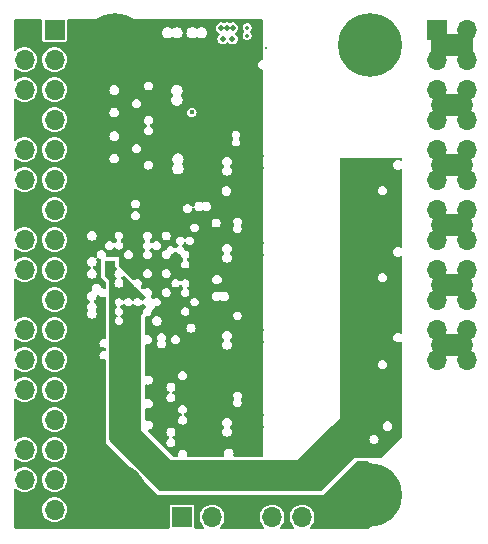
<source format=gbr>
%TF.GenerationSoftware,KiCad,Pcbnew,(7.0.0)*%
%TF.CreationDate,2023-11-18T15:32:54-05:00*%
%TF.ProjectId,ECE4760 Motor Driver,45434534-3736-4302-904d-6f746f722044,0*%
%TF.SameCoordinates,Original*%
%TF.FileFunction,Copper,L5,Inr*%
%TF.FilePolarity,Positive*%
%FSLAX46Y46*%
G04 Gerber Fmt 4.6, Leading zero omitted, Abs format (unit mm)*
G04 Created by KiCad (PCBNEW (7.0.0)) date 2023-11-18 15:32:54*
%MOMM*%
%LPD*%
G01*
G04 APERTURE LIST*
G04 Aperture macros list*
%AMRoundRect*
0 Rectangle with rounded corners*
0 $1 Rounding radius*
0 $2 $3 $4 $5 $6 $7 $8 $9 X,Y pos of 4 corners*
0 Add a 4 corners polygon primitive as box body*
4,1,4,$2,$3,$4,$5,$6,$7,$8,$9,$2,$3,0*
0 Add four circle primitives for the rounded corners*
1,1,$1+$1,$2,$3*
1,1,$1+$1,$4,$5*
1,1,$1+$1,$6,$7*
1,1,$1+$1,$8,$9*
0 Add four rect primitives between the rounded corners*
20,1,$1+$1,$2,$3,$4,$5,0*
20,1,$1+$1,$4,$5,$6,$7,0*
20,1,$1+$1,$6,$7,$8,$9,0*
20,1,$1+$1,$8,$9,$2,$3,0*%
G04 Aperture macros list end*
%TA.AperFunction,ComponentPad*%
%ADD10C,0.800000*%
%TD*%
%TA.AperFunction,ComponentPad*%
%ADD11C,5.400000*%
%TD*%
%TA.AperFunction,ComponentPad*%
%ADD12R,1.700000X1.700000*%
%TD*%
%TA.AperFunction,ComponentPad*%
%ADD13O,1.700000X1.700000*%
%TD*%
%TA.AperFunction,ComponentPad*%
%ADD14RoundRect,0.250000X-1.550000X0.650000X-1.550000X-0.650000X1.550000X-0.650000X1.550000X0.650000X0*%
%TD*%
%TA.AperFunction,ComponentPad*%
%ADD15O,3.600000X1.800000*%
%TD*%
%TA.AperFunction,ComponentPad*%
%ADD16C,0.350000*%
%TD*%
%TA.AperFunction,ComponentPad*%
%ADD17C,0.499999*%
%TD*%
%TA.AperFunction,ComponentPad*%
%ADD18C,0.300000*%
%TD*%
%TA.AperFunction,ViaPad*%
%ADD19C,0.400000*%
%TD*%
%TA.AperFunction,ViaPad*%
%ADD20C,0.600000*%
%TD*%
%TA.AperFunction,ViaPad*%
%ADD21C,0.450000*%
%TD*%
%TA.AperFunction,ViaPad*%
%ADD22C,0.350000*%
%TD*%
G04 APERTURE END LIST*
D10*
%TO.N,GND*%
%TO.C,H2*%
X83700000Y-43815000D03*
X84293109Y-42383109D03*
X84293109Y-45246891D03*
X85725000Y-41790000D03*
D11*
X85725000Y-43815000D03*
D10*
X85725000Y-45840000D03*
X87156891Y-42383109D03*
X87156891Y-45246891D03*
X87750000Y-43815000D03*
%TD*%
%TO.N,GND*%
%TO.C,H1*%
X105290000Y-43815000D03*
X105883109Y-42383109D03*
X105883109Y-45246891D03*
X107315000Y-41790000D03*
D11*
X107315000Y-43815000D03*
D10*
X107315000Y-45840000D03*
X108746891Y-42383109D03*
X108746891Y-45246891D03*
X109340000Y-43815000D03*
%TD*%
D12*
%TO.N,+5V*%
%TO.C,J1*%
X80644999Y-42544999D03*
D13*
%TO.N,GND*%
X78104999Y-42544999D03*
%TO.N,Lim_R_In*%
X80644999Y-45084999D03*
%TO.N,Lim_L_In*%
X78104999Y-45084999D03*
%TO.N,Lim_Aux_In*%
X80644999Y-47624999D03*
%TO.N,Lim_H_In*%
X78104999Y-47624999D03*
%TO.N,+5V*%
X80644999Y-50164999D03*
%TO.N,GND*%
X78104999Y-50164999D03*
%TO.N,Aux_Enc_B_In+*%
X80644999Y-52704999D03*
%TO.N,Aux_Enc_B_In-*%
X78104999Y-52704999D03*
%TO.N,Aux_Enc_A_In-*%
X80644999Y-55244999D03*
%TO.N,Aux_Enc_A_In+*%
X78104999Y-55244999D03*
%TO.N,+5V*%
X80644999Y-57784999D03*
%TO.N,GND*%
X78104999Y-57784999D03*
%TO.N,LED_1*%
X80644999Y-60324999D03*
%TO.N,LED_2*%
X78104999Y-60324999D03*
%TO.N,~{Fault_Enable}*%
X80644999Y-62864999D03*
%TO.N,~{Abort}*%
X78104999Y-62864999D03*
%TO.N,+3V3*%
X80644999Y-65404999D03*
%TO.N,GND*%
X78104999Y-65404999D03*
%TO.N,Enc_A_In-*%
X80644999Y-67944999D03*
%TO.N,Enc_A_In+*%
X78104999Y-67944999D03*
%TO.N,Enc_B_In-*%
X80644999Y-70484999D03*
%TO.N,Enc_B_In+*%
X78104999Y-70484999D03*
%TO.N,Enc_I_In-*%
X80644999Y-73024999D03*
%TO.N,Enc_I_In+*%
X78104999Y-73024999D03*
%TO.N,+5V*%
X80644999Y-75564999D03*
%TO.N,GND*%
X78104999Y-75564999D03*
%TO.N,Hall_C_In*%
X80644999Y-78104999D03*
%TO.N,Hall_B_In*%
X78104999Y-78104999D03*
%TO.N,Hall_I_In*%
X80644999Y-80644999D03*
%TO.N,Hall_A_In*%
X78104999Y-80644999D03*
%TO.N,+5V*%
X80644999Y-83184999D03*
%TO.N,GND*%
X78104999Y-83184999D03*
%TD*%
D14*
%TO.N,Vdrive*%
%TO.C,J2*%
X114300000Y-43815000D03*
D15*
%TO.N,GND*%
X114299999Y-48894999D03*
%TO.N,PH1*%
X114299999Y-53974999D03*
%TO.N,PH2*%
X114299999Y-59054999D03*
%TO.N,PH3*%
X114299999Y-64134999D03*
%TO.N,PH4*%
X114299999Y-69214999D03*
%TD*%
D16*
%TO.N,Vdrive*%
%TO.C,U7*%
X96950000Y-42370000D03*
X96950000Y-43050000D03*
D17*
%TO.N,+5V*%
X95750001Y-42370001D03*
X95250000Y-42370001D03*
X94750001Y-42370001D03*
X95710001Y-43319999D03*
X94890000Y-43319999D03*
D18*
%TO.N,GND*%
X98530000Y-44100000D03*
D16*
X97530000Y-44100000D03*
X96530000Y-44100000D03*
X95530000Y-44100000D03*
X94530000Y-44100000D03*
%TD*%
D10*
%TO.N,GND*%
%TO.C,H4*%
X83700000Y-81915000D03*
X84293109Y-80483109D03*
X84293109Y-83346891D03*
X85725000Y-79890000D03*
D11*
X85725000Y-81915000D03*
D10*
X85725000Y-83940000D03*
X87156891Y-80483109D03*
X87156891Y-83346891D03*
X87750000Y-81915000D03*
%TD*%
%TO.N,GND*%
%TO.C,H3*%
X105290000Y-81915000D03*
X105883109Y-80483109D03*
X105883109Y-83346891D03*
X107315000Y-79890000D03*
D11*
X107315000Y-81915000D03*
D10*
X107315000Y-83940000D03*
X108746891Y-80483109D03*
X108746891Y-83346891D03*
X109340000Y-81915000D03*
%TD*%
D12*
%TO.N,/SWDIO*%
%TO.C,J3*%
X91439999Y-83819999D03*
D13*
%TO.N,/SWCLK*%
X93979999Y-83819999D03*
%TO.N,GND*%
X96519999Y-83819999D03*
%TO.N,/UART_RX*%
X99059999Y-83819999D03*
%TO.N,/UART_TX*%
X101599999Y-83819999D03*
%TD*%
D12*
%TO.N,Vdrive*%
%TO.C,J101*%
X113029999Y-42544999D03*
D13*
X115569999Y-42544999D03*
X113029999Y-45084999D03*
X115569999Y-45084999D03*
%TO.N,GND*%
X113029999Y-47624999D03*
X115569999Y-47624999D03*
X113029999Y-50164999D03*
X115569999Y-50164999D03*
%TO.N,PH1*%
X113029999Y-52704999D03*
X115569999Y-52704999D03*
X113029999Y-55244999D03*
X115569999Y-55244999D03*
%TO.N,PH2*%
X113029999Y-57784999D03*
X115569999Y-57784999D03*
X113029999Y-60324999D03*
X115569999Y-60324999D03*
%TO.N,PH3*%
X113029999Y-62864999D03*
X115569999Y-62864999D03*
X113029999Y-65404999D03*
X115569999Y-65404999D03*
%TO.N,PH4*%
X113029999Y-67944999D03*
X115569999Y-67944999D03*
X113029999Y-70484999D03*
X115569999Y-70484999D03*
%TD*%
D19*
%TO.N,+5V*%
X92274500Y-49550000D03*
D20*
%TO.N,GND*%
X92400000Y-51500000D03*
D21*
X94488000Y-75819000D03*
X94488000Y-53721000D03*
X95400000Y-63700000D03*
D19*
X106800000Y-63500000D03*
X88500000Y-64000000D03*
X91500000Y-72780000D03*
D21*
X94417000Y-52959000D03*
X85050000Y-53450000D03*
X86350000Y-51550000D03*
X88500000Y-56700000D03*
D19*
X106900000Y-70800000D03*
D21*
X82800001Y-62200000D03*
X94488000Y-61087000D03*
X94488000Y-68453000D03*
X94488000Y-76581000D03*
D20*
X90700000Y-51500000D03*
D22*
X98236500Y-68974995D03*
D21*
X105611000Y-68354498D03*
D19*
X89300000Y-63200000D03*
D21*
X106700000Y-56100000D03*
X105611000Y-53622498D03*
X109728000Y-54963000D03*
D20*
X93100000Y-44300000D03*
D21*
X94488000Y-69215000D03*
D20*
X92000000Y-47700000D03*
D22*
X98232002Y-75184000D03*
D20*
X92000000Y-48500000D03*
X92400000Y-50500000D03*
X92300000Y-44300000D03*
D19*
X94389000Y-60325000D03*
D21*
X95000000Y-66300000D03*
D22*
X98236500Y-54242995D03*
D19*
X91500000Y-73720000D03*
D21*
X82800001Y-63200000D03*
X82800001Y-65100000D03*
D22*
X98232002Y-53213000D03*
D19*
X89281000Y-76708000D03*
X89700000Y-70100000D03*
D21*
X96000000Y-46800000D03*
D19*
X108839000Y-76962000D03*
D21*
X107100000Y-60800000D03*
D19*
X91500000Y-77520000D03*
D21*
X109728000Y-69568000D03*
X94417000Y-75057000D03*
X92900000Y-56500000D03*
X82800001Y-60000000D03*
X94488000Y-54483000D03*
X83800000Y-68200000D03*
X94488000Y-61849000D03*
D22*
X98236500Y-76213995D03*
D21*
X83800000Y-67500000D03*
X109728000Y-62329000D03*
D19*
X88500000Y-69800000D03*
X89300000Y-64800000D03*
D21*
X89200000Y-56700000D03*
D19*
X95100000Y-58900000D03*
D22*
X98232002Y-60579000D03*
D19*
X85300000Y-62400000D03*
D21*
X94400000Y-66300000D03*
X93500000Y-56500000D03*
D19*
X103900000Y-76600000D03*
X87500000Y-55400000D03*
D22*
X98232002Y-67945000D03*
D20*
X90700000Y-50500000D03*
D21*
X102870000Y-82550000D03*
D19*
X89300000Y-64000000D03*
D21*
X91900001Y-56699999D03*
D19*
X89700000Y-70700000D03*
X106553000Y-78486000D03*
X88600000Y-52600000D03*
D20*
X90200000Y-44300000D03*
D21*
X86350000Y-47650000D03*
D20*
X92100000Y-53500000D03*
D21*
X96000000Y-47400000D03*
D20*
X92100000Y-54300000D03*
D22*
X98236500Y-61608995D03*
D19*
X88600000Y-73200000D03*
X90900000Y-69800000D03*
D21*
X94417000Y-67691000D03*
D20*
X91000000Y-44300000D03*
D21*
X105611000Y-60988498D03*
D19*
X91500000Y-76599500D03*
D21*
X85050000Y-49550000D03*
D19*
X90100000Y-64000000D03*
X90100000Y-60800000D03*
X88600000Y-48800000D03*
%TD*%
%TA.AperFunction,Conductor*%
%TO.N,GND*%
G36*
X79532500Y-41672613D02*
G01*
X79577887Y-41718000D01*
X79594500Y-41780000D01*
X79594500Y-43414748D01*
X79595688Y-43420723D01*
X79595689Y-43420728D01*
X79601159Y-43448225D01*
X79606133Y-43473231D01*
X79612916Y-43483383D01*
X79612917Y-43483384D01*
X79628482Y-43506679D01*
X79650448Y-43539552D01*
X79716769Y-43583867D01*
X79775252Y-43595500D01*
X81508652Y-43595500D01*
X81514748Y-43595500D01*
X81573231Y-43583867D01*
X81639552Y-43539552D01*
X81683867Y-43473231D01*
X81695500Y-43414748D01*
X81695500Y-42800000D01*
X89715569Y-42800000D01*
X89716831Y-42808777D01*
X89733929Y-42927700D01*
X89733930Y-42927704D01*
X89735192Y-42936480D01*
X89792471Y-43061903D01*
X89798278Y-43068605D01*
X89798279Y-43068606D01*
X89876958Y-43159408D01*
X89876960Y-43159410D01*
X89882765Y-43166109D01*
X89998760Y-43240654D01*
X90131058Y-43279500D01*
X90260072Y-43279500D01*
X90268942Y-43279500D01*
X90401240Y-43240654D01*
X90517235Y-43166109D01*
X90520708Y-43162100D01*
X90570764Y-43136293D01*
X90629236Y-43136293D01*
X90679291Y-43162100D01*
X90682765Y-43166109D01*
X90690225Y-43170903D01*
X90690226Y-43170904D01*
X90736359Y-43200552D01*
X90798760Y-43240654D01*
X90931058Y-43279500D01*
X91060072Y-43279500D01*
X91068942Y-43279500D01*
X91201240Y-43240654D01*
X91317235Y-43166109D01*
X91407529Y-43061903D01*
X91464808Y-42936480D01*
X91484431Y-42800000D01*
X91815569Y-42800000D01*
X91816831Y-42808777D01*
X91833929Y-42927700D01*
X91833930Y-42927704D01*
X91835192Y-42936480D01*
X91892471Y-43061903D01*
X91898278Y-43068605D01*
X91898279Y-43068606D01*
X91976958Y-43159408D01*
X91976960Y-43159410D01*
X91982765Y-43166109D01*
X92098760Y-43240654D01*
X92231058Y-43279500D01*
X92360072Y-43279500D01*
X92368942Y-43279500D01*
X92501240Y-43240654D01*
X92617235Y-43166109D01*
X92620708Y-43162100D01*
X92670764Y-43136293D01*
X92729236Y-43136293D01*
X92779291Y-43162100D01*
X92782765Y-43166109D01*
X92790225Y-43170903D01*
X92790226Y-43170904D01*
X92836359Y-43200552D01*
X92898760Y-43240654D01*
X93031058Y-43279500D01*
X93160072Y-43279500D01*
X93168942Y-43279500D01*
X93301240Y-43240654D01*
X93417235Y-43166109D01*
X93507529Y-43061903D01*
X93564808Y-42936480D01*
X93584431Y-42800000D01*
X93564808Y-42663520D01*
X93507529Y-42538097D01*
X93472982Y-42498227D01*
X93423041Y-42440591D01*
X93423039Y-42440589D01*
X93417235Y-42433891D01*
X93409777Y-42429098D01*
X93317820Y-42370001D01*
X94294869Y-42370001D01*
X94296131Y-42378778D01*
X94312042Y-42489447D01*
X94312043Y-42489451D01*
X94313305Y-42498227D01*
X94316989Y-42506295D01*
X94316990Y-42506296D01*
X94359950Y-42600366D01*
X94367120Y-42616064D01*
X94451953Y-42713967D01*
X94513525Y-42753537D01*
X94560932Y-42784004D01*
X94560371Y-42784875D01*
X94600922Y-42817549D01*
X94624396Y-42874208D01*
X94617846Y-42935188D01*
X94590416Y-42974702D01*
X94591952Y-42976033D01*
X94512927Y-43067232D01*
X94512924Y-43067236D01*
X94507119Y-43073936D01*
X94503437Y-43081998D01*
X94503434Y-43082003D01*
X94458102Y-43181266D01*
X94453304Y-43191773D01*
X94452042Y-43200546D01*
X94452041Y-43200552D01*
X94441050Y-43277000D01*
X94434868Y-43319999D01*
X94436130Y-43328776D01*
X94452041Y-43439445D01*
X94452042Y-43439449D01*
X94453304Y-43448225D01*
X94507119Y-43566062D01*
X94591952Y-43663965D01*
X94700931Y-43734002D01*
X94825228Y-43770498D01*
X94945901Y-43770498D01*
X94954772Y-43770498D01*
X95079069Y-43734002D01*
X95188048Y-43663965D01*
X95206288Y-43642914D01*
X95248486Y-43611324D01*
X95299998Y-43600117D01*
X95351511Y-43611322D01*
X95393711Y-43642912D01*
X95411953Y-43663965D01*
X95520932Y-43734002D01*
X95645229Y-43770498D01*
X95765902Y-43770498D01*
X95774773Y-43770498D01*
X95899070Y-43734002D01*
X96008049Y-43663965D01*
X96092882Y-43566062D01*
X96146697Y-43448225D01*
X96165133Y-43319999D01*
X96146697Y-43191773D01*
X96092882Y-43073936D01*
X96072141Y-43050000D01*
X96569819Y-43050000D01*
X96571346Y-43059641D01*
X96586898Y-43157840D01*
X96586899Y-43157845D01*
X96588426Y-43167482D01*
X96642427Y-43273465D01*
X96726535Y-43357573D01*
X96832518Y-43411574D01*
X96950000Y-43430181D01*
X97067482Y-43411574D01*
X97173465Y-43357573D01*
X97257573Y-43273465D01*
X97311574Y-43167482D01*
X97330181Y-43050000D01*
X97314177Y-42948954D01*
X97313101Y-42942159D01*
X97313100Y-42942158D01*
X97311574Y-42932518D01*
X97257573Y-42826535D01*
X97228719Y-42797681D01*
X97196625Y-42742094D01*
X97196625Y-42677906D01*
X97228719Y-42622319D01*
X97234974Y-42616064D01*
X97257573Y-42593465D01*
X97311574Y-42487482D01*
X97330181Y-42370000D01*
X97311574Y-42252518D01*
X97257573Y-42146535D01*
X97173465Y-42062427D01*
X97067482Y-42008426D01*
X97057845Y-42006899D01*
X97057840Y-42006898D01*
X96959641Y-41991346D01*
X96950000Y-41989819D01*
X96940359Y-41991346D01*
X96842159Y-42006898D01*
X96842152Y-42006900D01*
X96832518Y-42008426D01*
X96823822Y-42012856D01*
X96823821Y-42012857D01*
X96735230Y-42057996D01*
X96735226Y-42057998D01*
X96726535Y-42062427D01*
X96719636Y-42069325D01*
X96719633Y-42069328D01*
X96649328Y-42139633D01*
X96649325Y-42139636D01*
X96642427Y-42146535D01*
X96637998Y-42155226D01*
X96637996Y-42155230D01*
X96592857Y-42243821D01*
X96588426Y-42252518D01*
X96586900Y-42262152D01*
X96586898Y-42262159D01*
X96577263Y-42322999D01*
X96569819Y-42370000D01*
X96571346Y-42379641D01*
X96586898Y-42477840D01*
X96586899Y-42477845D01*
X96588426Y-42487482D01*
X96642427Y-42593465D01*
X96649328Y-42600366D01*
X96671281Y-42622319D01*
X96703375Y-42677906D01*
X96703375Y-42742094D01*
X96671281Y-42797681D01*
X96649328Y-42819633D01*
X96649325Y-42819636D01*
X96642427Y-42826535D01*
X96637998Y-42835226D01*
X96637996Y-42835230D01*
X96592857Y-42923821D01*
X96588426Y-42932518D01*
X96586900Y-42942152D01*
X96586898Y-42942159D01*
X96579456Y-42989151D01*
X96569819Y-43050000D01*
X96072141Y-43050000D01*
X96008049Y-42976033D01*
X95986475Y-42962168D01*
X95944682Y-42917279D01*
X95929515Y-42857852D01*
X95944683Y-42798426D01*
X95986474Y-42753539D01*
X96048049Y-42713967D01*
X96132882Y-42616064D01*
X96186697Y-42498227D01*
X96205133Y-42370001D01*
X96186697Y-42241775D01*
X96132882Y-42123938D01*
X96048049Y-42026035D01*
X95939070Y-41955998D01*
X95890931Y-41941863D01*
X95823285Y-41922001D01*
X95823283Y-41922000D01*
X95814773Y-41919502D01*
X95685229Y-41919502D01*
X95676719Y-41922000D01*
X95676716Y-41922001D01*
X95569445Y-41953498D01*
X95569442Y-41953499D01*
X95560932Y-41955998D01*
X95553471Y-41960792D01*
X95551506Y-41961690D01*
X95499996Y-41972893D01*
X95448487Y-41961687D01*
X95446531Y-41960793D01*
X95439069Y-41955998D01*
X95430561Y-41953499D01*
X95430557Y-41953498D01*
X95323284Y-41922001D01*
X95323282Y-41922000D01*
X95314772Y-41919502D01*
X95185228Y-41919502D01*
X95176718Y-41922000D01*
X95176715Y-41922001D01*
X95069441Y-41953499D01*
X95069439Y-41953499D01*
X95060931Y-41955998D01*
X95053473Y-41960790D01*
X95051506Y-41961689D01*
X94999999Y-41972892D01*
X94948492Y-41961688D01*
X94946529Y-41960791D01*
X94939070Y-41955998D01*
X94930556Y-41953498D01*
X94823285Y-41922001D01*
X94823283Y-41922000D01*
X94814773Y-41919502D01*
X94685229Y-41919502D01*
X94676719Y-41922000D01*
X94676716Y-41922001D01*
X94569446Y-41953498D01*
X94560932Y-41955998D01*
X94553469Y-41960793D01*
X94553467Y-41960795D01*
X94459415Y-42021239D01*
X94459413Y-42021240D01*
X94451953Y-42026035D01*
X94446143Y-42032739D01*
X94446143Y-42032740D01*
X94372928Y-42117234D01*
X94372925Y-42117238D01*
X94367120Y-42123938D01*
X94363438Y-42132000D01*
X94363435Y-42132005D01*
X94323021Y-42220500D01*
X94313305Y-42241775D01*
X94312043Y-42250548D01*
X94312042Y-42250554D01*
X94310374Y-42262159D01*
X94294869Y-42370001D01*
X93317820Y-42370001D01*
X93308699Y-42364139D01*
X93308695Y-42364137D01*
X93301240Y-42359346D01*
X93292734Y-42356848D01*
X93292731Y-42356847D01*
X93213833Y-42333681D01*
X93168942Y-42320500D01*
X93031058Y-42320500D01*
X93022547Y-42322998D01*
X93022547Y-42322999D01*
X92907268Y-42356847D01*
X92907262Y-42356849D01*
X92898760Y-42359346D01*
X92891306Y-42364136D01*
X92891300Y-42364139D01*
X92790222Y-42429098D01*
X92790218Y-42429100D01*
X92782765Y-42433891D01*
X92779291Y-42437900D01*
X92729233Y-42463706D01*
X92670767Y-42463706D01*
X92620708Y-42437900D01*
X92617235Y-42433891D01*
X92609777Y-42429098D01*
X92508699Y-42364139D01*
X92508695Y-42364137D01*
X92501240Y-42359346D01*
X92492734Y-42356848D01*
X92492731Y-42356847D01*
X92413833Y-42333681D01*
X92368942Y-42320500D01*
X92231058Y-42320500D01*
X92222547Y-42322998D01*
X92222547Y-42322999D01*
X92107268Y-42356847D01*
X92107262Y-42356849D01*
X92098760Y-42359346D01*
X92091306Y-42364136D01*
X92091300Y-42364139D01*
X91990222Y-42429098D01*
X91990218Y-42429100D01*
X91982765Y-42433891D01*
X91976963Y-42440585D01*
X91976958Y-42440591D01*
X91898279Y-42531393D01*
X91898276Y-42531397D01*
X91892471Y-42538097D01*
X91888789Y-42546159D01*
X91888786Y-42546164D01*
X91853803Y-42622767D01*
X91835192Y-42663520D01*
X91833930Y-42672293D01*
X91833929Y-42672299D01*
X91822249Y-42753537D01*
X91815569Y-42800000D01*
X91484431Y-42800000D01*
X91464808Y-42663520D01*
X91407529Y-42538097D01*
X91372982Y-42498227D01*
X91323041Y-42440591D01*
X91323039Y-42440589D01*
X91317235Y-42433891D01*
X91309777Y-42429098D01*
X91208699Y-42364139D01*
X91208695Y-42364137D01*
X91201240Y-42359346D01*
X91192734Y-42356848D01*
X91192731Y-42356847D01*
X91113833Y-42333681D01*
X91068942Y-42320500D01*
X90931058Y-42320500D01*
X90922547Y-42322998D01*
X90922547Y-42322999D01*
X90807268Y-42356847D01*
X90807262Y-42356849D01*
X90798760Y-42359346D01*
X90791306Y-42364136D01*
X90791300Y-42364139D01*
X90690222Y-42429098D01*
X90690218Y-42429100D01*
X90682765Y-42433891D01*
X90679291Y-42437900D01*
X90629233Y-42463706D01*
X90570767Y-42463706D01*
X90520708Y-42437900D01*
X90517235Y-42433891D01*
X90509777Y-42429098D01*
X90408699Y-42364139D01*
X90408695Y-42364137D01*
X90401240Y-42359346D01*
X90392734Y-42356848D01*
X90392731Y-42356847D01*
X90313833Y-42333681D01*
X90268942Y-42320500D01*
X90131058Y-42320500D01*
X90122547Y-42322998D01*
X90122547Y-42322999D01*
X90007268Y-42356847D01*
X90007262Y-42356849D01*
X89998760Y-42359346D01*
X89991306Y-42364136D01*
X89991300Y-42364139D01*
X89890222Y-42429098D01*
X89890218Y-42429100D01*
X89882765Y-42433891D01*
X89876963Y-42440585D01*
X89876958Y-42440591D01*
X89798279Y-42531393D01*
X89798276Y-42531397D01*
X89792471Y-42538097D01*
X89788789Y-42546159D01*
X89788786Y-42546164D01*
X89753803Y-42622767D01*
X89735192Y-42663520D01*
X89733930Y-42672293D01*
X89733929Y-42672299D01*
X89722249Y-42753537D01*
X89715569Y-42800000D01*
X81695500Y-42800000D01*
X81695500Y-41780000D01*
X81712113Y-41718000D01*
X81757500Y-41672613D01*
X81819500Y-41656000D01*
X98174007Y-41656000D01*
X98236005Y-41672612D01*
X98281392Y-41717996D01*
X98298006Y-41779991D01*
X98298025Y-42117234D01*
X98298180Y-45003809D01*
X98284667Y-45060106D01*
X98247068Y-45104132D01*
X98193579Y-45126289D01*
X98150907Y-45133047D01*
X98150901Y-45133048D01*
X98141266Y-45134575D01*
X98132570Y-45139005D01*
X98132569Y-45139006D01*
X98042850Y-45184720D01*
X98042846Y-45184722D01*
X98034155Y-45189151D01*
X98027256Y-45196049D01*
X98027253Y-45196052D01*
X97956052Y-45267253D01*
X97956049Y-45267256D01*
X97949151Y-45274155D01*
X97944722Y-45282846D01*
X97944720Y-45282850D01*
X97899006Y-45372569D01*
X97894575Y-45381266D01*
X97893048Y-45390901D01*
X97893047Y-45390907D01*
X97878442Y-45483122D01*
X97875769Y-45500000D01*
X97877296Y-45509641D01*
X97893047Y-45609092D01*
X97893048Y-45609096D01*
X97894575Y-45618734D01*
X97949151Y-45725845D01*
X98034155Y-45810849D01*
X98141266Y-45865425D01*
X98150907Y-45866952D01*
X98193631Y-45873719D01*
X98247117Y-45895873D01*
X98284716Y-45939893D01*
X98298233Y-45996185D01*
X98299993Y-78575993D01*
X98283382Y-78637996D01*
X98237995Y-78683386D01*
X98175993Y-78700000D01*
X95902209Y-78700000D01*
X95845915Y-78686485D01*
X95801892Y-78648887D01*
X95779736Y-78595400D01*
X95784277Y-78537685D01*
X95785068Y-78535247D01*
X95789498Y-78526555D01*
X95809542Y-78400000D01*
X95789498Y-78273445D01*
X95776152Y-78247253D01*
X95759778Y-78215117D01*
X95731326Y-78159277D01*
X95640723Y-78068674D01*
X95632027Y-78064243D01*
X95535251Y-78014932D01*
X95535246Y-78014930D01*
X95526555Y-78010502D01*
X95516918Y-78008975D01*
X95516913Y-78008974D01*
X95409641Y-77991985D01*
X95400000Y-77990458D01*
X95390359Y-77991985D01*
X95283086Y-78008974D01*
X95283079Y-78008976D01*
X95273445Y-78010502D01*
X95264755Y-78014929D01*
X95264748Y-78014932D01*
X95167972Y-78064243D01*
X95167969Y-78064245D01*
X95159277Y-78068674D01*
X95152378Y-78075572D01*
X95152375Y-78075575D01*
X95075575Y-78152375D01*
X95075572Y-78152378D01*
X95068674Y-78159277D01*
X95064245Y-78167969D01*
X95064243Y-78167972D01*
X95014932Y-78264748D01*
X95014929Y-78264755D01*
X95010502Y-78273445D01*
X95008976Y-78283079D01*
X95008974Y-78283086D01*
X94996593Y-78361266D01*
X94990458Y-78400000D01*
X94991985Y-78409641D01*
X95006790Y-78503122D01*
X95010502Y-78526555D01*
X95014930Y-78535247D01*
X95015723Y-78537685D01*
X95020264Y-78595400D01*
X94998108Y-78648887D01*
X94954085Y-78686485D01*
X94897791Y-78700000D01*
X91994571Y-78700000D01*
X91942657Y-78688610D01*
X91900280Y-78656531D01*
X91875226Y-78609658D01*
X91872098Y-78556601D01*
X91882704Y-78489640D01*
X91884231Y-78480000D01*
X91865425Y-78361266D01*
X91810849Y-78254155D01*
X91725845Y-78169151D01*
X91692920Y-78152375D01*
X91627430Y-78119006D01*
X91618734Y-78114575D01*
X91609096Y-78113048D01*
X91609092Y-78113047D01*
X91509641Y-78097296D01*
X91500000Y-78095769D01*
X91490359Y-78097296D01*
X91390907Y-78113047D01*
X91390901Y-78113048D01*
X91381266Y-78114575D01*
X91372570Y-78119005D01*
X91372569Y-78119006D01*
X91282850Y-78164720D01*
X91282846Y-78164722D01*
X91274155Y-78169151D01*
X91267256Y-78176049D01*
X91267253Y-78176052D01*
X91196052Y-78247253D01*
X91196049Y-78247256D01*
X91189151Y-78254155D01*
X91184722Y-78262846D01*
X91184720Y-78262850D01*
X91157250Y-78316764D01*
X91134575Y-78361266D01*
X91133048Y-78370901D01*
X91133047Y-78370907D01*
X91117296Y-78470359D01*
X91115769Y-78480000D01*
X91117296Y-78489640D01*
X91127902Y-78556601D01*
X91124774Y-78609658D01*
X91099720Y-78656531D01*
X91057343Y-78688610D01*
X91005429Y-78700000D01*
X90751362Y-78700000D01*
X90703909Y-78690561D01*
X90663681Y-78663681D01*
X89490000Y-77490000D01*
X90115769Y-77490000D01*
X90117296Y-77499641D01*
X90133047Y-77599092D01*
X90133048Y-77599096D01*
X90134575Y-77608734D01*
X90139006Y-77617430D01*
X90184581Y-77706877D01*
X90189151Y-77715845D01*
X90274155Y-77800849D01*
X90381266Y-77855425D01*
X90500000Y-77874231D01*
X90618734Y-77855425D01*
X90725845Y-77800849D01*
X90810849Y-77715845D01*
X90865425Y-77608734D01*
X90884231Y-77490000D01*
X90865425Y-77371266D01*
X90810849Y-77264155D01*
X90725845Y-77179151D01*
X90717150Y-77174721D01*
X90717148Y-77174719D01*
X90689209Y-77160483D01*
X90639777Y-77114786D01*
X90621506Y-77049996D01*
X90639780Y-76985207D01*
X90689210Y-76939515D01*
X90725845Y-76920849D01*
X90810849Y-76835845D01*
X90865425Y-76728734D01*
X90884231Y-76610000D01*
X90879638Y-76581000D01*
X94840458Y-76581000D01*
X94841985Y-76590641D01*
X94858974Y-76697913D01*
X94858975Y-76697918D01*
X94860502Y-76707555D01*
X94864930Y-76716246D01*
X94864932Y-76716251D01*
X94914243Y-76813027D01*
X94918674Y-76821723D01*
X95009277Y-76912326D01*
X95062634Y-76939513D01*
X95114748Y-76966067D01*
X95114750Y-76966067D01*
X95123445Y-76970498D01*
X95250000Y-76990542D01*
X95376555Y-76970498D01*
X95490723Y-76912326D01*
X95581326Y-76821723D01*
X95639498Y-76707555D01*
X95659542Y-76581000D01*
X95639498Y-76454445D01*
X95634968Y-76445555D01*
X95609778Y-76396117D01*
X95581326Y-76340277D01*
X95528730Y-76287681D01*
X95496636Y-76232094D01*
X95496636Y-76167906D01*
X95528730Y-76112319D01*
X95540049Y-76101000D01*
X95581326Y-76059723D01*
X95639498Y-75945555D01*
X95659542Y-75819000D01*
X95639498Y-75692445D01*
X95581326Y-75578277D01*
X95490723Y-75487674D01*
X95464617Y-75474372D01*
X95385251Y-75433932D01*
X95385246Y-75433930D01*
X95376555Y-75429502D01*
X95366918Y-75427975D01*
X95366913Y-75427974D01*
X95259641Y-75410985D01*
X95250000Y-75409458D01*
X95240359Y-75410985D01*
X95133086Y-75427974D01*
X95133079Y-75427976D01*
X95123445Y-75429502D01*
X95114755Y-75433929D01*
X95114748Y-75433932D01*
X95017972Y-75483243D01*
X95017969Y-75483245D01*
X95009277Y-75487674D01*
X95002378Y-75494572D01*
X95002375Y-75494575D01*
X94925575Y-75571375D01*
X94925572Y-75571378D01*
X94918674Y-75578277D01*
X94914245Y-75586969D01*
X94914243Y-75586972D01*
X94864932Y-75683748D01*
X94864929Y-75683755D01*
X94860502Y-75692445D01*
X94858976Y-75702079D01*
X94858974Y-75702086D01*
X94847147Y-75776764D01*
X94840458Y-75819000D01*
X94841985Y-75828641D01*
X94858974Y-75935913D01*
X94858975Y-75935918D01*
X94860502Y-75945555D01*
X94864930Y-75954246D01*
X94864932Y-75954251D01*
X94914243Y-76051027D01*
X94918674Y-76059723D01*
X94925575Y-76066624D01*
X94971270Y-76112319D01*
X95003364Y-76167906D01*
X95003364Y-76232094D01*
X94971270Y-76287681D01*
X94925575Y-76333375D01*
X94925572Y-76333378D01*
X94918674Y-76340277D01*
X94914245Y-76348969D01*
X94914243Y-76348972D01*
X94864932Y-76445748D01*
X94864929Y-76445755D01*
X94860502Y-76454445D01*
X94858976Y-76464079D01*
X94858974Y-76464086D01*
X94847370Y-76537359D01*
X94840458Y-76581000D01*
X90879638Y-76581000D01*
X90865425Y-76491266D01*
X90810849Y-76384155D01*
X90725845Y-76299151D01*
X90618734Y-76244575D01*
X90609096Y-76243048D01*
X90609092Y-76243047D01*
X90509641Y-76227296D01*
X90500000Y-76225769D01*
X90490359Y-76227296D01*
X90390907Y-76243047D01*
X90390901Y-76243048D01*
X90381266Y-76244575D01*
X90372570Y-76249005D01*
X90372569Y-76249006D01*
X90282850Y-76294720D01*
X90282846Y-76294722D01*
X90274155Y-76299151D01*
X90267256Y-76306049D01*
X90267253Y-76306052D01*
X90196052Y-76377253D01*
X90196049Y-76377256D01*
X90189151Y-76384155D01*
X90184722Y-76392846D01*
X90184720Y-76392850D01*
X90153563Y-76454000D01*
X90134575Y-76491266D01*
X90133048Y-76500901D01*
X90133047Y-76500907D01*
X90127274Y-76537359D01*
X90115769Y-76610000D01*
X90117296Y-76619641D01*
X90133047Y-76719092D01*
X90133048Y-76719096D01*
X90134575Y-76728734D01*
X90139006Y-76737430D01*
X90177524Y-76813027D01*
X90189151Y-76835845D01*
X90274155Y-76920849D01*
X90282850Y-76925279D01*
X90282851Y-76925280D01*
X90310787Y-76939514D01*
X90360219Y-76985208D01*
X90378493Y-77049996D01*
X90360222Y-77114786D01*
X90310792Y-77160482D01*
X90282851Y-77174719D01*
X90282845Y-77174722D01*
X90274155Y-77179151D01*
X90267256Y-77186049D01*
X90267253Y-77186052D01*
X90196052Y-77257253D01*
X90196049Y-77257256D01*
X90189151Y-77264155D01*
X90184722Y-77272846D01*
X90184720Y-77272850D01*
X90139006Y-77362569D01*
X90134575Y-77371266D01*
X90133048Y-77380901D01*
X90133047Y-77380907D01*
X90126525Y-77422090D01*
X90115769Y-77490000D01*
X89490000Y-77490000D01*
X88585816Y-76585816D01*
X88552923Y-76527082D01*
X88555566Y-76459817D01*
X88592966Y-76403844D01*
X88654097Y-76375662D01*
X88718734Y-76365425D01*
X88825845Y-76310849D01*
X88910849Y-76225845D01*
X88965425Y-76118734D01*
X88984231Y-76000000D01*
X88965425Y-75881266D01*
X88910849Y-75774155D01*
X88825845Y-75689151D01*
X88718734Y-75634575D01*
X88709096Y-75633048D01*
X88709092Y-75633047D01*
X88609641Y-75617296D01*
X88600000Y-75615769D01*
X88590359Y-75617296D01*
X88490907Y-75633047D01*
X88490901Y-75633048D01*
X88481266Y-75634575D01*
X88472571Y-75639004D01*
X88463287Y-75642022D01*
X88462309Y-75639012D01*
X88419151Y-75648490D01*
X88359221Y-75630319D01*
X88330546Y-75600500D01*
X91115769Y-75600500D01*
X91117296Y-75610141D01*
X91133047Y-75709592D01*
X91133048Y-75709596D01*
X91134575Y-75719234D01*
X91139006Y-75727930D01*
X91178643Y-75805723D01*
X91189151Y-75826345D01*
X91274155Y-75911349D01*
X91381266Y-75965925D01*
X91500000Y-75984731D01*
X91618734Y-75965925D01*
X91725845Y-75911349D01*
X91810849Y-75826345D01*
X91865425Y-75719234D01*
X91884231Y-75600500D01*
X91865425Y-75481766D01*
X91810849Y-75374655D01*
X91725845Y-75289651D01*
X91649467Y-75250734D01*
X91600036Y-75205040D01*
X91581763Y-75140250D01*
X91600036Y-75075460D01*
X91649468Y-75029765D01*
X91725845Y-74990849D01*
X91810849Y-74905845D01*
X91865425Y-74798734D01*
X91884231Y-74680000D01*
X91865425Y-74561266D01*
X91810849Y-74454155D01*
X91725845Y-74369151D01*
X91618734Y-74314575D01*
X91609096Y-74313048D01*
X91609092Y-74313047D01*
X91509641Y-74297296D01*
X91500000Y-74295769D01*
X91490359Y-74297296D01*
X91390907Y-74313047D01*
X91390901Y-74313048D01*
X91381266Y-74314575D01*
X91372570Y-74319005D01*
X91372569Y-74319006D01*
X91282850Y-74364720D01*
X91282846Y-74364722D01*
X91274155Y-74369151D01*
X91267256Y-74376049D01*
X91267253Y-74376052D01*
X91196052Y-74447253D01*
X91196049Y-74447256D01*
X91189151Y-74454155D01*
X91184722Y-74462846D01*
X91184720Y-74462850D01*
X91139546Y-74551510D01*
X91134575Y-74561266D01*
X91133048Y-74570901D01*
X91133047Y-74570907D01*
X91117296Y-74670359D01*
X91115769Y-74680000D01*
X91117296Y-74689641D01*
X91133047Y-74789092D01*
X91133048Y-74789096D01*
X91134575Y-74798734D01*
X91189151Y-74905845D01*
X91274155Y-74990849D01*
X91317393Y-75012880D01*
X91350531Y-75029765D01*
X91399964Y-75075460D01*
X91418236Y-75140250D01*
X91399964Y-75205040D01*
X91350531Y-75250735D01*
X91282850Y-75285220D01*
X91282846Y-75285222D01*
X91274155Y-75289651D01*
X91267256Y-75296549D01*
X91267253Y-75296552D01*
X91196052Y-75367753D01*
X91196049Y-75367756D01*
X91189151Y-75374655D01*
X91184722Y-75383346D01*
X91184720Y-75383350D01*
X91142332Y-75466542D01*
X91134575Y-75481766D01*
X91133048Y-75491401D01*
X91133047Y-75491407D01*
X91120432Y-75571061D01*
X91115769Y-75600500D01*
X88330546Y-75600500D01*
X88315814Y-75585180D01*
X88300000Y-75524585D01*
X88300000Y-74675415D01*
X88315814Y-74614820D01*
X88359221Y-74569681D01*
X88419151Y-74551510D01*
X88462309Y-74560987D01*
X88463287Y-74557978D01*
X88472569Y-74560994D01*
X88481266Y-74565425D01*
X88600000Y-74584231D01*
X88718734Y-74565425D01*
X88825845Y-74510849D01*
X88910849Y-74425845D01*
X88965425Y-74318734D01*
X88984231Y-74200000D01*
X88970673Y-74114401D01*
X95762628Y-74114401D01*
X95764155Y-74124042D01*
X95777712Y-74209641D01*
X95780195Y-74225313D01*
X95784622Y-74234002D01*
X95784624Y-74234007D01*
X95822467Y-74308277D01*
X95831175Y-74325368D01*
X95910580Y-74404773D01*
X95927712Y-74413502D01*
X96001940Y-74451323D01*
X96001941Y-74451323D01*
X96010635Y-74455753D01*
X96121547Y-74473320D01*
X96232459Y-74455753D01*
X96332514Y-74404773D01*
X96411919Y-74325368D01*
X96462899Y-74225313D01*
X96480466Y-74114401D01*
X96462899Y-74003489D01*
X96442612Y-73963674D01*
X96416348Y-73912126D01*
X96416347Y-73912124D01*
X96411919Y-73903434D01*
X96411106Y-73902621D01*
X96391158Y-73854456D01*
X96395706Y-73796736D01*
X96418290Y-73759893D01*
X96416735Y-73758763D01*
X96422470Y-73750868D01*
X96429372Y-73743967D01*
X96480352Y-73643912D01*
X96497919Y-73533000D01*
X96480352Y-73422088D01*
X96429372Y-73322033D01*
X96349967Y-73242628D01*
X96341271Y-73238197D01*
X96258606Y-73196077D01*
X96258601Y-73196075D01*
X96249912Y-73191648D01*
X96240274Y-73190121D01*
X96240273Y-73190121D01*
X96148641Y-73175608D01*
X96139000Y-73174081D01*
X96129359Y-73175608D01*
X96037726Y-73190121D01*
X96037723Y-73190121D01*
X96028088Y-73191648D01*
X96019399Y-73196074D01*
X96019393Y-73196077D01*
X95936728Y-73238197D01*
X95936724Y-73238199D01*
X95928033Y-73242628D01*
X95921135Y-73249525D01*
X95921132Y-73249528D01*
X95855528Y-73315132D01*
X95855525Y-73315135D01*
X95848628Y-73322033D01*
X95844199Y-73330724D01*
X95844197Y-73330728D01*
X95802077Y-73413393D01*
X95802074Y-73413399D01*
X95797648Y-73422088D01*
X95796121Y-73431723D01*
X95796121Y-73431726D01*
X95784602Y-73504458D01*
X95780081Y-73533000D01*
X95797648Y-73643912D01*
X95802075Y-73652601D01*
X95802077Y-73652606D01*
X95831138Y-73709641D01*
X95848628Y-73743967D01*
X95849440Y-73744779D01*
X95869386Y-73792933D01*
X95864847Y-73850641D01*
X95842259Y-73887510D01*
X95843812Y-73888638D01*
X95838074Y-73896534D01*
X95831175Y-73903434D01*
X95826746Y-73912125D01*
X95826744Y-73912129D01*
X95784624Y-73994794D01*
X95784621Y-73994800D01*
X95780195Y-74003489D01*
X95778668Y-74013124D01*
X95778668Y-74013127D01*
X95766349Y-74090907D01*
X95762628Y-74114401D01*
X88970673Y-74114401D01*
X88965425Y-74081266D01*
X88910849Y-73974155D01*
X88825845Y-73889151D01*
X88718734Y-73834575D01*
X88709096Y-73833048D01*
X88709092Y-73833047D01*
X88609641Y-73817296D01*
X88600000Y-73815769D01*
X88590359Y-73817296D01*
X88490907Y-73833047D01*
X88490901Y-73833048D01*
X88481266Y-73834575D01*
X88472571Y-73839004D01*
X88463287Y-73842022D01*
X88462309Y-73839012D01*
X88419151Y-73848490D01*
X88359221Y-73830319D01*
X88315814Y-73785180D01*
X88300000Y-73724585D01*
X88300000Y-73700000D01*
X90115769Y-73700000D01*
X90117296Y-73709641D01*
X90133047Y-73809092D01*
X90133048Y-73809096D01*
X90134575Y-73818734D01*
X90152776Y-73854456D01*
X90184422Y-73916565D01*
X90189151Y-73925845D01*
X90274155Y-74010849D01*
X90381266Y-74065425D01*
X90500000Y-74084231D01*
X90618734Y-74065425D01*
X90725845Y-74010849D01*
X90810849Y-73925845D01*
X90865425Y-73818734D01*
X90884231Y-73700000D01*
X90865425Y-73581266D01*
X90810849Y-73474155D01*
X90725845Y-73389151D01*
X90717147Y-73384719D01*
X90669583Y-73360483D01*
X90620152Y-73314787D01*
X90601880Y-73249997D01*
X90620153Y-73185208D01*
X90669584Y-73139515D01*
X90725845Y-73110849D01*
X90810849Y-73025845D01*
X90865425Y-72918734D01*
X90884231Y-72800000D01*
X90865425Y-72681266D01*
X90810849Y-72574155D01*
X90725845Y-72489151D01*
X90618734Y-72434575D01*
X90609096Y-72433048D01*
X90609092Y-72433047D01*
X90509641Y-72417296D01*
X90500000Y-72415769D01*
X90490359Y-72417296D01*
X90390907Y-72433047D01*
X90390901Y-72433048D01*
X90381266Y-72434575D01*
X90372570Y-72439005D01*
X90372569Y-72439006D01*
X90282850Y-72484720D01*
X90282846Y-72484722D01*
X90274155Y-72489151D01*
X90267256Y-72496049D01*
X90267253Y-72496052D01*
X90196052Y-72567253D01*
X90196049Y-72567256D01*
X90189151Y-72574155D01*
X90184722Y-72582846D01*
X90184720Y-72582850D01*
X90153563Y-72644000D01*
X90134575Y-72681266D01*
X90133048Y-72690901D01*
X90133047Y-72690907D01*
X90120945Y-72767319D01*
X90115769Y-72800000D01*
X90117296Y-72809641D01*
X90133047Y-72909092D01*
X90133048Y-72909096D01*
X90134575Y-72918734D01*
X90189151Y-73025845D01*
X90274155Y-73110849D01*
X90330159Y-73139384D01*
X90330413Y-73139514D01*
X90379846Y-73185208D01*
X90398119Y-73249997D01*
X90379848Y-73314787D01*
X90330416Y-73360483D01*
X90282851Y-73384719D01*
X90282845Y-73384722D01*
X90274155Y-73389151D01*
X90267256Y-73396049D01*
X90267253Y-73396052D01*
X90196052Y-73467253D01*
X90196049Y-73467256D01*
X90189151Y-73474155D01*
X90184722Y-73482846D01*
X90184720Y-73482850D01*
X90144625Y-73561542D01*
X90134575Y-73581266D01*
X90133048Y-73590901D01*
X90133047Y-73590907D01*
X90117296Y-73690359D01*
X90115769Y-73700000D01*
X88300000Y-73700000D01*
X88300000Y-72675415D01*
X88315814Y-72614820D01*
X88359221Y-72569681D01*
X88419151Y-72551510D01*
X88462309Y-72560987D01*
X88463287Y-72557978D01*
X88472569Y-72560994D01*
X88481266Y-72565425D01*
X88600000Y-72584231D01*
X88718734Y-72565425D01*
X88825845Y-72510849D01*
X88910849Y-72425845D01*
X88965425Y-72318734D01*
X88984231Y-72200000D01*
X88981922Y-72185425D01*
X88966952Y-72090907D01*
X88965425Y-72081266D01*
X88910849Y-71974155D01*
X88825845Y-71889151D01*
X88718734Y-71834575D01*
X88709096Y-71833048D01*
X88709092Y-71833047D01*
X88626714Y-71820000D01*
X91115769Y-71820000D01*
X91117296Y-71829641D01*
X91133047Y-71929092D01*
X91133048Y-71929096D01*
X91134575Y-71938734D01*
X91139006Y-71947430D01*
X91172252Y-72012680D01*
X91189151Y-72045845D01*
X91274155Y-72130849D01*
X91381266Y-72185425D01*
X91500000Y-72204231D01*
X91618734Y-72185425D01*
X91725845Y-72130849D01*
X91810849Y-72045845D01*
X91865425Y-71938734D01*
X91881422Y-71837734D01*
X91882704Y-71829641D01*
X91884231Y-71820000D01*
X91865425Y-71701266D01*
X91810849Y-71594155D01*
X91725845Y-71509151D01*
X91618734Y-71454575D01*
X91609096Y-71453048D01*
X91609092Y-71453047D01*
X91509641Y-71437296D01*
X91500000Y-71435769D01*
X91490359Y-71437296D01*
X91390907Y-71453047D01*
X91390901Y-71453048D01*
X91381266Y-71454575D01*
X91372570Y-71459005D01*
X91372569Y-71459006D01*
X91282850Y-71504720D01*
X91282846Y-71504722D01*
X91274155Y-71509151D01*
X91267256Y-71516049D01*
X91267253Y-71516052D01*
X91196052Y-71587253D01*
X91196049Y-71587256D01*
X91189151Y-71594155D01*
X91184722Y-71602846D01*
X91184720Y-71602850D01*
X91139006Y-71692569D01*
X91134575Y-71701266D01*
X91133048Y-71710901D01*
X91133047Y-71710907D01*
X91121284Y-71785180D01*
X91115769Y-71820000D01*
X88626714Y-71820000D01*
X88609641Y-71817296D01*
X88600000Y-71815769D01*
X88590359Y-71817296D01*
X88490907Y-71833047D01*
X88490901Y-71833048D01*
X88481266Y-71834575D01*
X88472571Y-71839004D01*
X88463287Y-71842022D01*
X88462309Y-71839012D01*
X88419151Y-71848490D01*
X88359221Y-71830319D01*
X88315814Y-71785180D01*
X88300000Y-71724585D01*
X88300000Y-69297739D01*
X88311390Y-69245825D01*
X88343469Y-69203449D01*
X88390342Y-69178394D01*
X88443398Y-69175266D01*
X88500000Y-69184231D01*
X88618734Y-69165425D01*
X88649007Y-69150000D01*
X89315769Y-69150000D01*
X89317296Y-69159641D01*
X89333047Y-69259092D01*
X89333048Y-69259096D01*
X89334575Y-69268734D01*
X89389151Y-69375845D01*
X89474155Y-69460849D01*
X89581266Y-69515425D01*
X89700000Y-69534231D01*
X89818734Y-69515425D01*
X89925845Y-69460849D01*
X90010849Y-69375845D01*
X90065425Y-69268734D01*
X90073936Y-69215000D01*
X94840458Y-69215000D01*
X94841985Y-69224641D01*
X94858974Y-69331913D01*
X94858975Y-69331918D01*
X94860502Y-69341555D01*
X94864930Y-69350246D01*
X94864932Y-69350251D01*
X94912129Y-69442878D01*
X94918674Y-69455723D01*
X95009277Y-69546326D01*
X95060503Y-69572427D01*
X95114748Y-69600067D01*
X95114750Y-69600067D01*
X95123445Y-69604498D01*
X95133085Y-69606024D01*
X95133086Y-69606025D01*
X95165628Y-69611179D01*
X95250000Y-69624542D01*
X95376555Y-69604498D01*
X95490723Y-69546326D01*
X95581326Y-69455723D01*
X95639498Y-69341555D01*
X95659542Y-69215000D01*
X95639498Y-69088445D01*
X95581326Y-68974277D01*
X95528730Y-68921681D01*
X95496636Y-68866094D01*
X95496636Y-68801906D01*
X95528730Y-68746319D01*
X95550579Y-68724470D01*
X95581326Y-68693723D01*
X95639498Y-68579555D01*
X95659542Y-68453000D01*
X95639498Y-68326445D01*
X95581326Y-68212277D01*
X95490723Y-68121674D01*
X95482027Y-68117243D01*
X95385251Y-68067932D01*
X95385246Y-68067930D01*
X95376555Y-68063502D01*
X95366918Y-68061975D01*
X95366913Y-68061974D01*
X95259641Y-68044985D01*
X95250000Y-68043458D01*
X95240359Y-68044985D01*
X95133086Y-68061974D01*
X95133079Y-68061976D01*
X95123445Y-68063502D01*
X95114755Y-68067929D01*
X95114748Y-68067932D01*
X95017972Y-68117243D01*
X95017969Y-68117245D01*
X95009277Y-68121674D01*
X95002378Y-68128572D01*
X95002375Y-68128575D01*
X94925575Y-68205375D01*
X94925572Y-68205378D01*
X94918674Y-68212277D01*
X94914245Y-68220969D01*
X94914243Y-68220972D01*
X94864932Y-68317748D01*
X94864929Y-68317755D01*
X94860502Y-68326445D01*
X94858976Y-68336079D01*
X94858974Y-68336086D01*
X94846113Y-68417296D01*
X94840458Y-68453000D01*
X94841985Y-68462641D01*
X94858974Y-68569913D01*
X94858975Y-68569918D01*
X94860502Y-68579555D01*
X94864930Y-68588246D01*
X94864932Y-68588251D01*
X94907895Y-68672569D01*
X94918674Y-68693723D01*
X94925575Y-68700624D01*
X94971270Y-68746319D01*
X95003364Y-68801906D01*
X95003364Y-68866094D01*
X94971270Y-68921681D01*
X94925575Y-68967375D01*
X94925572Y-68967378D01*
X94918674Y-68974277D01*
X94914245Y-68982969D01*
X94914243Y-68982972D01*
X94864932Y-69079748D01*
X94864929Y-69079755D01*
X94860502Y-69088445D01*
X94858976Y-69098079D01*
X94858974Y-69098086D01*
X94842639Y-69201227D01*
X94840458Y-69215000D01*
X90073936Y-69215000D01*
X90084231Y-69150000D01*
X90065425Y-69031266D01*
X90014486Y-68931294D01*
X90000972Y-68875000D01*
X90014487Y-68818705D01*
X90021370Y-68805197D01*
X90024018Y-68800000D01*
X90515769Y-68800000D01*
X90517296Y-68809641D01*
X90533047Y-68909092D01*
X90533048Y-68909096D01*
X90534575Y-68918734D01*
X90589151Y-69025845D01*
X90674155Y-69110849D01*
X90781266Y-69165425D01*
X90900000Y-69184231D01*
X91018734Y-69165425D01*
X91125845Y-69110849D01*
X91210849Y-69025845D01*
X91265425Y-68918734D01*
X91284231Y-68800000D01*
X91277439Y-68757121D01*
X91266952Y-68690907D01*
X91265425Y-68681266D01*
X91210849Y-68574155D01*
X91125845Y-68489151D01*
X91018734Y-68434575D01*
X91009096Y-68433048D01*
X91009092Y-68433047D01*
X90909641Y-68417296D01*
X90900000Y-68415769D01*
X90890359Y-68417296D01*
X90790907Y-68433047D01*
X90790901Y-68433048D01*
X90781266Y-68434575D01*
X90772570Y-68439005D01*
X90772569Y-68439006D01*
X90682850Y-68484720D01*
X90682846Y-68484722D01*
X90674155Y-68489151D01*
X90667256Y-68496049D01*
X90667253Y-68496052D01*
X90596052Y-68567253D01*
X90596049Y-68567256D01*
X90589151Y-68574155D01*
X90584722Y-68582846D01*
X90584720Y-68582850D01*
X90561933Y-68627573D01*
X90534575Y-68681266D01*
X90533048Y-68690901D01*
X90533047Y-68690907D01*
X90517296Y-68790359D01*
X90515769Y-68800000D01*
X90024018Y-68800000D01*
X90065425Y-68718734D01*
X90084231Y-68600000D01*
X90065425Y-68481266D01*
X90010849Y-68374155D01*
X89925845Y-68289151D01*
X89818734Y-68234575D01*
X89809096Y-68233048D01*
X89809092Y-68233047D01*
X89709641Y-68217296D01*
X89700000Y-68215769D01*
X89690359Y-68217296D01*
X89590907Y-68233047D01*
X89590901Y-68233048D01*
X89581266Y-68234575D01*
X89572570Y-68239005D01*
X89572569Y-68239006D01*
X89482850Y-68284720D01*
X89482846Y-68284722D01*
X89474155Y-68289151D01*
X89467256Y-68296049D01*
X89467253Y-68296052D01*
X89396052Y-68367253D01*
X89396049Y-68367256D01*
X89389151Y-68374155D01*
X89384722Y-68382846D01*
X89384720Y-68382850D01*
X89348977Y-68453000D01*
X89334575Y-68481266D01*
X89333048Y-68490901D01*
X89333047Y-68490907D01*
X89319007Y-68579555D01*
X89315769Y-68600000D01*
X89317296Y-68609641D01*
X89333047Y-68709092D01*
X89333048Y-68709096D01*
X89334575Y-68718734D01*
X89339006Y-68727430D01*
X89339007Y-68727433D01*
X89385512Y-68818706D01*
X89399027Y-68875000D01*
X89385512Y-68931294D01*
X89339007Y-69022566D01*
X89339006Y-69022569D01*
X89334575Y-69031266D01*
X89333048Y-69040901D01*
X89333047Y-69040907D01*
X89323688Y-69100000D01*
X89315769Y-69150000D01*
X88649007Y-69150000D01*
X88725845Y-69110849D01*
X88810849Y-69025845D01*
X88865425Y-68918734D01*
X88884231Y-68800000D01*
X88877439Y-68757121D01*
X88866952Y-68690907D01*
X88865425Y-68681266D01*
X88810849Y-68574155D01*
X88725845Y-68489151D01*
X88618734Y-68434575D01*
X88609096Y-68433048D01*
X88609092Y-68433047D01*
X88509641Y-68417296D01*
X88500000Y-68415769D01*
X88490359Y-68417296D01*
X88443398Y-68424734D01*
X88390342Y-68421606D01*
X88343469Y-68396551D01*
X88311390Y-68354175D01*
X88300000Y-68302261D01*
X88300000Y-67800000D01*
X91815769Y-67800000D01*
X91817296Y-67809641D01*
X91833047Y-67909092D01*
X91833048Y-67909096D01*
X91834575Y-67918734D01*
X91889151Y-68025845D01*
X91974155Y-68110849D01*
X92081266Y-68165425D01*
X92200000Y-68184231D01*
X92318734Y-68165425D01*
X92425845Y-68110849D01*
X92510849Y-68025845D01*
X92565425Y-67918734D01*
X92584231Y-67800000D01*
X92565425Y-67681266D01*
X92510849Y-67574155D01*
X92425845Y-67489151D01*
X92318734Y-67434575D01*
X92309096Y-67433048D01*
X92309092Y-67433047D01*
X92209641Y-67417296D01*
X92200000Y-67415769D01*
X92190359Y-67417296D01*
X92090907Y-67433047D01*
X92090901Y-67433048D01*
X92081266Y-67434575D01*
X92072570Y-67439005D01*
X92072569Y-67439006D01*
X91982850Y-67484720D01*
X91982846Y-67484722D01*
X91974155Y-67489151D01*
X91967256Y-67496049D01*
X91967253Y-67496052D01*
X91896052Y-67567253D01*
X91896049Y-67567256D01*
X91889151Y-67574155D01*
X91884722Y-67582846D01*
X91884720Y-67582850D01*
X91871898Y-67608015D01*
X91834575Y-67681266D01*
X91833048Y-67690901D01*
X91833047Y-67690907D01*
X91817296Y-67790359D01*
X91815769Y-67800000D01*
X88300000Y-67800000D01*
X88300000Y-67200000D01*
X88890458Y-67200000D01*
X88891985Y-67209641D01*
X88908974Y-67316913D01*
X88908975Y-67316918D01*
X88910502Y-67326555D01*
X88914930Y-67335246D01*
X88914932Y-67335251D01*
X88953512Y-67410967D01*
X88968674Y-67440723D01*
X89059277Y-67531326D01*
X89113431Y-67558919D01*
X89164748Y-67585067D01*
X89164750Y-67585067D01*
X89173445Y-67589498D01*
X89300000Y-67609542D01*
X89426555Y-67589498D01*
X89540723Y-67531326D01*
X89631326Y-67440723D01*
X89689498Y-67326555D01*
X89709542Y-67200000D01*
X89689498Y-67073445D01*
X89679302Y-67053435D01*
X89659778Y-67015117D01*
X89631326Y-66959277D01*
X89540723Y-66868674D01*
X89530926Y-66863682D01*
X89435251Y-66814932D01*
X89435246Y-66814930D01*
X89426555Y-66810502D01*
X89416918Y-66808975D01*
X89416913Y-66808974D01*
X89309641Y-66791985D01*
X89300000Y-66790458D01*
X89290359Y-66791985D01*
X89183086Y-66808974D01*
X89183079Y-66808976D01*
X89173445Y-66810502D01*
X89164755Y-66814929D01*
X89164748Y-66814932D01*
X89067972Y-66864243D01*
X89067969Y-66864245D01*
X89059277Y-66868674D01*
X89052378Y-66875572D01*
X89052375Y-66875575D01*
X88975575Y-66952375D01*
X88975572Y-66952378D01*
X88968674Y-66959277D01*
X88964245Y-66967969D01*
X88964243Y-66967972D01*
X88914932Y-67064748D01*
X88914929Y-67064755D01*
X88910502Y-67073445D01*
X88908976Y-67083079D01*
X88908974Y-67083086D01*
X88895917Y-67165530D01*
X88890458Y-67200000D01*
X88300000Y-67200000D01*
X88300000Y-66951363D01*
X88309439Y-66903911D01*
X88336318Y-66863682D01*
X88367973Y-66832027D01*
X88406291Y-66793708D01*
X88446517Y-66766831D01*
X88492369Y-66757710D01*
X88500000Y-66758919D01*
X88610912Y-66741352D01*
X88710967Y-66690372D01*
X88790372Y-66610967D01*
X88841352Y-66510912D01*
X88858919Y-66400000D01*
X91341081Y-66400000D01*
X91342608Y-66409641D01*
X91354240Y-66483086D01*
X91358648Y-66510912D01*
X91363075Y-66519601D01*
X91363077Y-66519606D01*
X91399128Y-66590359D01*
X91409628Y-66610967D01*
X91489033Y-66690372D01*
X91539060Y-66715862D01*
X91580393Y-66736922D01*
X91580394Y-66736922D01*
X91589088Y-66741352D01*
X91700000Y-66758919D01*
X91766407Y-66748401D01*
X95762628Y-66748401D01*
X95764155Y-66758042D01*
X95778343Y-66847624D01*
X95780195Y-66859313D01*
X95784622Y-66868002D01*
X95784624Y-66868007D01*
X95805563Y-66909102D01*
X95831175Y-66959368D01*
X95910580Y-67038773D01*
X95939356Y-67053435D01*
X96001940Y-67085323D01*
X96001941Y-67085323D01*
X96010635Y-67089753D01*
X96121547Y-67107320D01*
X96232459Y-67089753D01*
X96332514Y-67038773D01*
X96411919Y-66959368D01*
X96462899Y-66859313D01*
X96480466Y-66748401D01*
X96462899Y-66637489D01*
X96411919Y-66537434D01*
X96332514Y-66458029D01*
X96323818Y-66453598D01*
X96241153Y-66411478D01*
X96241148Y-66411476D01*
X96232459Y-66407049D01*
X96222821Y-66405522D01*
X96222820Y-66405522D01*
X96131188Y-66391009D01*
X96121547Y-66389482D01*
X96111906Y-66391009D01*
X96020273Y-66405522D01*
X96020270Y-66405522D01*
X96010635Y-66407049D01*
X96001946Y-66411475D01*
X96001940Y-66411478D01*
X95919275Y-66453598D01*
X95919271Y-66453600D01*
X95910580Y-66458029D01*
X95903682Y-66464926D01*
X95903679Y-66464929D01*
X95838075Y-66530533D01*
X95838072Y-66530536D01*
X95831175Y-66537434D01*
X95826746Y-66546125D01*
X95826744Y-66546129D01*
X95784624Y-66628794D01*
X95784621Y-66628800D01*
X95780195Y-66637489D01*
X95762628Y-66748401D01*
X91766407Y-66748401D01*
X91810912Y-66741352D01*
X91910967Y-66690372D01*
X91990372Y-66610967D01*
X92041352Y-66510912D01*
X92058919Y-66400000D01*
X92041352Y-66289088D01*
X91990372Y-66189033D01*
X91910967Y-66109628D01*
X91892071Y-66100000D01*
X91819606Y-66063077D01*
X91819601Y-66063075D01*
X91810912Y-66058648D01*
X91801274Y-66057121D01*
X91801273Y-66057121D01*
X91709641Y-66042608D01*
X91700000Y-66041081D01*
X91690359Y-66042608D01*
X91598726Y-66057121D01*
X91598723Y-66057121D01*
X91589088Y-66058648D01*
X91580399Y-66063074D01*
X91580393Y-66063077D01*
X91497728Y-66105197D01*
X91497724Y-66105199D01*
X91489033Y-66109628D01*
X91482135Y-66116525D01*
X91482132Y-66116528D01*
X91416528Y-66182132D01*
X91416525Y-66182135D01*
X91409628Y-66189033D01*
X91405199Y-66197724D01*
X91405197Y-66197728D01*
X91363077Y-66280393D01*
X91363074Y-66280399D01*
X91358648Y-66289088D01*
X91357121Y-66298723D01*
X91357121Y-66298726D01*
X91347531Y-66359277D01*
X91341081Y-66400000D01*
X88858919Y-66400000D01*
X88857710Y-66392368D01*
X88866831Y-66346516D01*
X88893708Y-66306291D01*
X89100000Y-66100000D01*
X89100000Y-66072427D01*
X89111390Y-66020513D01*
X89143469Y-65978137D01*
X89190342Y-65953082D01*
X89243398Y-65949954D01*
X89300000Y-65958919D01*
X89410912Y-65941352D01*
X89510967Y-65890372D01*
X89590372Y-65810967D01*
X89641352Y-65710912D01*
X89658919Y-65600000D01*
X92141081Y-65600000D01*
X92158648Y-65710912D01*
X92163075Y-65719601D01*
X92163077Y-65719606D01*
X92205197Y-65802271D01*
X92209628Y-65810967D01*
X92289033Y-65890372D01*
X92332570Y-65912555D01*
X92380393Y-65936922D01*
X92380394Y-65936922D01*
X92389088Y-65941352D01*
X92500000Y-65958919D01*
X92610912Y-65941352D01*
X92710967Y-65890372D01*
X92790372Y-65810967D01*
X92841352Y-65710912D01*
X92858919Y-65600000D01*
X92841352Y-65489088D01*
X92790372Y-65389033D01*
X92710967Y-65309628D01*
X92702271Y-65305197D01*
X92619606Y-65263077D01*
X92619601Y-65263075D01*
X92610912Y-65258648D01*
X92601274Y-65257121D01*
X92601273Y-65257121D01*
X92509641Y-65242608D01*
X92500000Y-65241081D01*
X92490359Y-65242608D01*
X92398726Y-65257121D01*
X92398723Y-65257121D01*
X92389088Y-65258648D01*
X92380399Y-65263074D01*
X92380393Y-65263077D01*
X92297728Y-65305197D01*
X92297724Y-65305199D01*
X92289033Y-65309628D01*
X92282135Y-65316525D01*
X92282132Y-65316528D01*
X92216528Y-65382132D01*
X92216525Y-65382135D01*
X92209628Y-65389033D01*
X92205199Y-65397724D01*
X92205197Y-65397728D01*
X92163077Y-65480393D01*
X92163074Y-65480399D01*
X92158648Y-65489088D01*
X92157121Y-65498723D01*
X92157121Y-65498726D01*
X92142608Y-65590359D01*
X92141081Y-65600000D01*
X89658919Y-65600000D01*
X89641352Y-65489088D01*
X89590372Y-65389033D01*
X89510967Y-65309628D01*
X89502271Y-65305197D01*
X89419606Y-65263077D01*
X89419601Y-65263075D01*
X89410912Y-65258648D01*
X89401274Y-65257121D01*
X89401273Y-65257121D01*
X89309641Y-65242608D01*
X89300000Y-65241081D01*
X89290359Y-65242608D01*
X89198726Y-65257121D01*
X89198723Y-65257121D01*
X89189088Y-65258648D01*
X89180399Y-65263074D01*
X89180393Y-65263077D01*
X89097728Y-65305197D01*
X89097724Y-65305199D01*
X89089033Y-65309628D01*
X89082133Y-65316527D01*
X89074237Y-65322265D01*
X89072581Y-65319985D01*
X89031404Y-65343748D01*
X88967227Y-65343740D01*
X88911649Y-65311649D01*
X88806028Y-65206028D01*
X88773934Y-65150441D01*
X88773934Y-65086253D01*
X88799662Y-65041691D01*
X88798213Y-65040639D01*
X88803945Y-65032748D01*
X88810849Y-65025845D01*
X88865425Y-64918734D01*
X88884231Y-64800000D01*
X89715769Y-64800000D01*
X89717296Y-64809641D01*
X89733047Y-64909092D01*
X89733048Y-64909096D01*
X89734575Y-64918734D01*
X89739006Y-64927430D01*
X89773776Y-64995671D01*
X89789151Y-65025845D01*
X89874155Y-65110849D01*
X89981266Y-65165425D01*
X90100000Y-65184231D01*
X90218734Y-65165425D01*
X90325845Y-65110849D01*
X90410849Y-65025845D01*
X90465425Y-64918734D01*
X90484231Y-64800000D01*
X90465425Y-64681266D01*
X90410849Y-64574155D01*
X90325845Y-64489151D01*
X90301110Y-64476548D01*
X90261360Y-64456294D01*
X90218734Y-64434575D01*
X90209096Y-64433048D01*
X90209092Y-64433047D01*
X90109641Y-64417296D01*
X90100000Y-64415769D01*
X90090359Y-64417296D01*
X89990907Y-64433047D01*
X89990901Y-64433048D01*
X89981266Y-64434575D01*
X89972570Y-64439005D01*
X89972569Y-64439006D01*
X89882850Y-64484720D01*
X89882846Y-64484722D01*
X89874155Y-64489151D01*
X89867256Y-64496049D01*
X89867253Y-64496052D01*
X89796052Y-64567253D01*
X89796049Y-64567256D01*
X89789151Y-64574155D01*
X89784722Y-64582846D01*
X89784720Y-64582850D01*
X89739006Y-64672569D01*
X89734575Y-64681266D01*
X89733048Y-64690901D01*
X89733047Y-64690907D01*
X89718676Y-64781646D01*
X89715769Y-64800000D01*
X88884231Y-64800000D01*
X88865425Y-64681266D01*
X88810849Y-64574155D01*
X88725845Y-64489151D01*
X88701110Y-64476548D01*
X88661360Y-64456294D01*
X88618734Y-64434575D01*
X88609096Y-64433048D01*
X88609092Y-64433047D01*
X88509641Y-64417296D01*
X88500000Y-64415769D01*
X88490359Y-64417296D01*
X88390907Y-64433047D01*
X88390901Y-64433048D01*
X88381266Y-64434575D01*
X88372570Y-64439005D01*
X88372569Y-64439006D01*
X88282850Y-64484720D01*
X88282846Y-64484722D01*
X88274155Y-64489151D01*
X88267254Y-64496051D01*
X88259361Y-64501787D01*
X88258308Y-64500337D01*
X88213747Y-64526066D01*
X88149559Y-64526066D01*
X88093972Y-64493972D01*
X87988350Y-64388350D01*
X87956254Y-64332753D01*
X87956261Y-64268556D01*
X87980020Y-64227423D01*
X87977735Y-64225763D01*
X87983470Y-64217868D01*
X87990372Y-64210967D01*
X88041352Y-64110912D01*
X88058919Y-64000000D01*
X90541081Y-64000000D01*
X90542608Y-64009641D01*
X90554595Y-64085326D01*
X90558648Y-64110912D01*
X90563075Y-64119601D01*
X90563077Y-64119606D01*
X90597723Y-64187602D01*
X90609628Y-64210967D01*
X90689033Y-64290372D01*
X90729222Y-64310849D01*
X90780393Y-64336922D01*
X90780394Y-64336922D01*
X90789088Y-64341352D01*
X90900000Y-64358919D01*
X91010912Y-64341352D01*
X91110967Y-64290372D01*
X91190372Y-64210967D01*
X91194806Y-64202264D01*
X91199681Y-64195555D01*
X91243705Y-64157955D01*
X91300000Y-64144440D01*
X91356295Y-64157955D01*
X91400319Y-64195555D01*
X91405194Y-64202265D01*
X91409628Y-64210967D01*
X91489033Y-64290372D01*
X91497730Y-64294803D01*
X91504445Y-64299682D01*
X91542044Y-64343706D01*
X91555559Y-64400000D01*
X91542044Y-64456294D01*
X91504445Y-64500318D01*
X91497729Y-64505197D01*
X91489033Y-64509628D01*
X91482132Y-64516528D01*
X91482129Y-64516531D01*
X91416528Y-64582132D01*
X91416525Y-64582135D01*
X91409628Y-64589033D01*
X91405199Y-64597724D01*
X91405197Y-64597728D01*
X91363077Y-64680393D01*
X91363074Y-64680399D01*
X91358648Y-64689088D01*
X91357121Y-64698723D01*
X91357121Y-64698726D01*
X91344950Y-64775575D01*
X91341081Y-64800000D01*
X91342608Y-64809641D01*
X91355861Y-64893319D01*
X91358648Y-64910912D01*
X91363075Y-64919601D01*
X91363077Y-64919606D01*
X91395422Y-64983086D01*
X91409628Y-65010967D01*
X91489033Y-65090372D01*
X91508098Y-65100086D01*
X91580393Y-65136922D01*
X91580394Y-65136922D01*
X91589088Y-65141352D01*
X91700000Y-65158919D01*
X91810912Y-65141352D01*
X91892071Y-65100000D01*
X93990458Y-65100000D01*
X93991985Y-65109641D01*
X94008974Y-65216913D01*
X94008975Y-65216918D01*
X94010502Y-65226555D01*
X94014930Y-65235246D01*
X94014932Y-65235251D01*
X94050572Y-65305197D01*
X94068674Y-65340723D01*
X94159277Y-65431326D01*
X94175341Y-65439511D01*
X94264748Y-65485067D01*
X94264750Y-65485067D01*
X94273445Y-65489498D01*
X94400000Y-65509542D01*
X94526555Y-65489498D01*
X94640723Y-65431326D01*
X94641529Y-65432909D01*
X94674215Y-65418355D01*
X94725785Y-65418355D01*
X94758470Y-65432909D01*
X94759277Y-65431326D01*
X94864748Y-65485067D01*
X94864750Y-65485067D01*
X94873445Y-65489498D01*
X95000000Y-65509542D01*
X95126555Y-65489498D01*
X95240723Y-65431326D01*
X95331326Y-65340723D01*
X95389498Y-65226555D01*
X95409542Y-65100000D01*
X95394064Y-65002271D01*
X95391025Y-64983086D01*
X95391024Y-64983085D01*
X95389498Y-64973445D01*
X95375857Y-64946674D01*
X95335756Y-64867972D01*
X95331326Y-64859277D01*
X95240723Y-64768674D01*
X95232027Y-64764243D01*
X95135251Y-64714932D01*
X95135246Y-64714930D01*
X95126555Y-64710502D01*
X95116918Y-64708975D01*
X95116913Y-64708974D01*
X95009641Y-64691985D01*
X95000000Y-64690458D01*
X94990359Y-64691985D01*
X94883086Y-64708974D01*
X94883079Y-64708976D01*
X94873445Y-64710502D01*
X94864755Y-64714929D01*
X94864748Y-64714932D01*
X94759277Y-64768674D01*
X94758471Y-64767092D01*
X94725776Y-64781646D01*
X94674224Y-64781646D01*
X94641528Y-64767092D01*
X94640723Y-64768674D01*
X94535251Y-64714932D01*
X94535246Y-64714930D01*
X94526555Y-64710502D01*
X94516918Y-64708975D01*
X94516913Y-64708974D01*
X94409641Y-64691985D01*
X94400000Y-64690458D01*
X94390359Y-64691985D01*
X94283086Y-64708974D01*
X94283079Y-64708976D01*
X94273445Y-64710502D01*
X94264755Y-64714929D01*
X94264748Y-64714932D01*
X94167972Y-64764243D01*
X94167969Y-64764245D01*
X94159277Y-64768674D01*
X94152378Y-64775572D01*
X94152375Y-64775575D01*
X94075575Y-64852375D01*
X94075572Y-64852378D01*
X94068674Y-64859277D01*
X94064245Y-64867969D01*
X94064243Y-64867972D01*
X94014932Y-64964748D01*
X94014929Y-64964755D01*
X94010502Y-64973445D01*
X94008976Y-64983079D01*
X94008974Y-64983086D01*
X93993076Y-65083471D01*
X93990458Y-65100000D01*
X91892071Y-65100000D01*
X91910967Y-65090372D01*
X91990372Y-65010967D01*
X92041352Y-64910912D01*
X92058919Y-64800000D01*
X92041352Y-64689088D01*
X92035727Y-64678049D01*
X91994802Y-64597728D01*
X91990372Y-64589033D01*
X91910967Y-64509628D01*
X91902265Y-64505194D01*
X91895555Y-64500319D01*
X91857955Y-64456295D01*
X91844440Y-64400000D01*
X91857955Y-64343705D01*
X91895555Y-64299681D01*
X91902264Y-64294806D01*
X91910967Y-64290372D01*
X91990372Y-64210967D01*
X92041352Y-64110912D01*
X92058919Y-64000000D01*
X92041352Y-63889088D01*
X92035355Y-63877319D01*
X92004577Y-63816913D01*
X91990372Y-63789033D01*
X91910967Y-63709628D01*
X91892071Y-63700000D01*
X93990458Y-63700000D01*
X93991985Y-63709641D01*
X94008974Y-63816913D01*
X94008975Y-63816918D01*
X94010502Y-63826555D01*
X94014930Y-63835246D01*
X94014932Y-63835251D01*
X94042364Y-63889088D01*
X94068674Y-63940723D01*
X94159277Y-64031326D01*
X94174350Y-64039006D01*
X94264748Y-64085067D01*
X94264750Y-64085067D01*
X94273445Y-64089498D01*
X94400000Y-64109542D01*
X94526555Y-64089498D01*
X94640723Y-64031326D01*
X94731326Y-63940723D01*
X94789498Y-63826555D01*
X94809542Y-63700000D01*
X94789498Y-63573445D01*
X94783153Y-63560993D01*
X94754087Y-63503947D01*
X94731326Y-63459277D01*
X94640723Y-63368674D01*
X94632027Y-63364243D01*
X94535251Y-63314932D01*
X94535246Y-63314930D01*
X94526555Y-63310502D01*
X94516918Y-63308975D01*
X94516913Y-63308974D01*
X94409641Y-63291985D01*
X94400000Y-63290458D01*
X94390359Y-63291985D01*
X94283086Y-63308974D01*
X94283079Y-63308976D01*
X94273445Y-63310502D01*
X94264755Y-63314929D01*
X94264748Y-63314932D01*
X94167972Y-63364243D01*
X94167969Y-63364245D01*
X94159277Y-63368674D01*
X94152378Y-63375572D01*
X94152375Y-63375575D01*
X94075575Y-63452375D01*
X94075572Y-63452378D01*
X94068674Y-63459277D01*
X94064245Y-63467969D01*
X94064243Y-63467972D01*
X94014932Y-63564748D01*
X94014929Y-63564755D01*
X94010502Y-63573445D01*
X94008976Y-63583079D01*
X94008974Y-63583086D01*
X93996306Y-63663077D01*
X93990458Y-63700000D01*
X91892071Y-63700000D01*
X91819606Y-63663077D01*
X91819601Y-63663075D01*
X91810912Y-63658648D01*
X91801274Y-63657121D01*
X91801273Y-63657121D01*
X91709641Y-63642608D01*
X91700000Y-63641081D01*
X91690359Y-63642608D01*
X91598726Y-63657121D01*
X91598723Y-63657121D01*
X91589088Y-63658648D01*
X91580399Y-63663074D01*
X91580393Y-63663077D01*
X91497728Y-63705197D01*
X91497724Y-63705199D01*
X91489033Y-63709628D01*
X91482135Y-63716525D01*
X91482132Y-63716528D01*
X91416531Y-63782129D01*
X91416528Y-63782132D01*
X91409628Y-63789033D01*
X91405198Y-63797728D01*
X91400318Y-63804445D01*
X91356294Y-63842044D01*
X91300000Y-63855559D01*
X91243706Y-63842044D01*
X91199682Y-63804445D01*
X91194802Y-63797728D01*
X91190372Y-63789033D01*
X91110967Y-63709628D01*
X91092071Y-63700000D01*
X91019606Y-63663077D01*
X91019601Y-63663075D01*
X91010912Y-63658648D01*
X91001274Y-63657121D01*
X91001273Y-63657121D01*
X90909641Y-63642608D01*
X90900000Y-63641081D01*
X90890359Y-63642608D01*
X90798726Y-63657121D01*
X90798723Y-63657121D01*
X90789088Y-63658648D01*
X90780399Y-63663074D01*
X90780393Y-63663077D01*
X90697728Y-63705197D01*
X90697724Y-63705199D01*
X90689033Y-63709628D01*
X90682135Y-63716525D01*
X90682132Y-63716528D01*
X90616528Y-63782132D01*
X90616525Y-63782135D01*
X90609628Y-63789033D01*
X90605199Y-63797724D01*
X90605197Y-63797728D01*
X90563077Y-63880393D01*
X90563074Y-63880399D01*
X90558648Y-63889088D01*
X90557121Y-63898723D01*
X90557121Y-63898726D01*
X90544618Y-63977670D01*
X90541081Y-64000000D01*
X88058919Y-64000000D01*
X88041352Y-63889088D01*
X88035355Y-63877319D01*
X88004577Y-63816913D01*
X87990372Y-63789033D01*
X87910967Y-63709628D01*
X87892071Y-63700000D01*
X87819606Y-63663077D01*
X87819601Y-63663075D01*
X87810912Y-63658648D01*
X87801274Y-63657121D01*
X87801273Y-63657121D01*
X87709641Y-63642608D01*
X87700000Y-63641081D01*
X87690359Y-63642608D01*
X87598726Y-63657121D01*
X87598723Y-63657121D01*
X87589088Y-63658648D01*
X87580399Y-63663074D01*
X87580393Y-63663077D01*
X87497728Y-63705197D01*
X87497724Y-63705199D01*
X87489033Y-63709628D01*
X87482133Y-63716527D01*
X87474237Y-63722265D01*
X87472581Y-63719985D01*
X87431404Y-63743748D01*
X87367227Y-63743740D01*
X87311649Y-63711649D01*
X86800000Y-63200000D01*
X88115769Y-63200000D01*
X88117296Y-63209641D01*
X88133047Y-63309092D01*
X88133048Y-63309096D01*
X88134575Y-63318734D01*
X88189151Y-63425845D01*
X88274155Y-63510849D01*
X88381266Y-63565425D01*
X88500000Y-63584231D01*
X88618734Y-63565425D01*
X88725845Y-63510849D01*
X88810849Y-63425845D01*
X88865425Y-63318734D01*
X88884231Y-63200000D01*
X89715769Y-63200000D01*
X89717296Y-63209641D01*
X89733047Y-63309092D01*
X89733048Y-63309096D01*
X89734575Y-63318734D01*
X89789151Y-63425845D01*
X89874155Y-63510849D01*
X89981266Y-63565425D01*
X90100000Y-63584231D01*
X90218734Y-63565425D01*
X90325845Y-63510849D01*
X90410849Y-63425845D01*
X90465425Y-63318734D01*
X90484231Y-63200000D01*
X90465425Y-63081266D01*
X90410849Y-62974155D01*
X90325845Y-62889151D01*
X90276960Y-62864243D01*
X90227430Y-62839006D01*
X90218734Y-62834575D01*
X90209096Y-62833048D01*
X90209092Y-62833047D01*
X90109641Y-62817296D01*
X90100000Y-62815769D01*
X90090359Y-62817296D01*
X89990907Y-62833047D01*
X89990901Y-62833048D01*
X89981266Y-62834575D01*
X89972570Y-62839005D01*
X89972569Y-62839006D01*
X89882850Y-62884720D01*
X89882846Y-62884722D01*
X89874155Y-62889151D01*
X89867256Y-62896049D01*
X89867253Y-62896052D01*
X89796052Y-62967253D01*
X89796049Y-62967256D01*
X89789151Y-62974155D01*
X89784722Y-62982846D01*
X89784720Y-62982850D01*
X89739839Y-63070934D01*
X89734575Y-63081266D01*
X89733048Y-63090901D01*
X89733047Y-63090907D01*
X89717487Y-63189151D01*
X89715769Y-63200000D01*
X88884231Y-63200000D01*
X88865425Y-63081266D01*
X88810849Y-62974155D01*
X88725845Y-62889151D01*
X88676960Y-62864243D01*
X88627430Y-62839006D01*
X88618734Y-62834575D01*
X88609096Y-62833048D01*
X88609092Y-62833047D01*
X88509641Y-62817296D01*
X88500000Y-62815769D01*
X88490359Y-62817296D01*
X88390907Y-62833047D01*
X88390901Y-62833048D01*
X88381266Y-62834575D01*
X88372570Y-62839005D01*
X88372569Y-62839006D01*
X88282850Y-62884720D01*
X88282846Y-62884722D01*
X88274155Y-62889151D01*
X88267256Y-62896049D01*
X88267253Y-62896052D01*
X88196052Y-62967253D01*
X88196049Y-62967256D01*
X88189151Y-62974155D01*
X88184722Y-62982846D01*
X88184720Y-62982850D01*
X88139839Y-63070934D01*
X88134575Y-63081266D01*
X88133048Y-63090901D01*
X88133047Y-63090907D01*
X88117487Y-63189151D01*
X88115769Y-63200000D01*
X86800000Y-63200000D01*
X86136319Y-62536319D01*
X86109439Y-62496091D01*
X86100000Y-62448638D01*
X86100000Y-61816326D01*
X86100000Y-61800000D01*
X86083674Y-61800000D01*
X85097739Y-61800000D01*
X85045825Y-61788610D01*
X85003449Y-61756531D01*
X84978394Y-61709658D01*
X84975266Y-61656602D01*
X84982704Y-61609641D01*
X84984231Y-61600000D01*
X86515769Y-61600000D01*
X86517296Y-61609641D01*
X86533047Y-61709092D01*
X86533048Y-61709096D01*
X86534575Y-61718734D01*
X86539006Y-61727430D01*
X86583590Y-61814932D01*
X86589151Y-61825845D01*
X86674155Y-61910849D01*
X86781266Y-61965425D01*
X86900000Y-61984231D01*
X87018734Y-61965425D01*
X87125845Y-61910849D01*
X87210849Y-61825845D01*
X87265425Y-61718734D01*
X87284231Y-61600000D01*
X88115769Y-61600000D01*
X88117296Y-61609641D01*
X88133047Y-61709092D01*
X88133048Y-61709096D01*
X88134575Y-61718734D01*
X88139006Y-61727430D01*
X88183590Y-61814932D01*
X88189151Y-61825845D01*
X88274155Y-61910849D01*
X88381266Y-61965425D01*
X88500000Y-61984231D01*
X88618734Y-61965425D01*
X88725845Y-61910849D01*
X88810849Y-61825845D01*
X88865425Y-61718734D01*
X88884231Y-61600000D01*
X89715769Y-61600000D01*
X89717296Y-61609641D01*
X89733047Y-61709092D01*
X89733048Y-61709096D01*
X89734575Y-61718734D01*
X89739006Y-61727430D01*
X89783590Y-61814932D01*
X89789151Y-61825845D01*
X89874155Y-61910849D01*
X89981266Y-61965425D01*
X90100000Y-61984231D01*
X90218734Y-61965425D01*
X90325845Y-61910849D01*
X90410849Y-61825845D01*
X90465425Y-61718734D01*
X90476406Y-61649398D01*
X90494883Y-61601268D01*
X90531343Y-61564808D01*
X90579475Y-61546331D01*
X90610912Y-61541352D01*
X90710967Y-61490372D01*
X90790372Y-61410967D01*
X90794806Y-61402264D01*
X90799681Y-61395555D01*
X90843705Y-61357955D01*
X90900000Y-61344440D01*
X90956295Y-61357955D01*
X91000319Y-61395555D01*
X91005194Y-61402265D01*
X91009628Y-61410967D01*
X91089033Y-61490372D01*
X91105429Y-61498726D01*
X91180393Y-61536922D01*
X91180394Y-61536922D01*
X91189088Y-61541352D01*
X91246482Y-61550442D01*
X91294619Y-61568919D01*
X91331079Y-61605379D01*
X91349557Y-61653516D01*
X91358648Y-61710912D01*
X91363075Y-61719601D01*
X91363077Y-61719606D01*
X91399178Y-61790458D01*
X91409628Y-61810967D01*
X91489033Y-61890372D01*
X91497730Y-61894803D01*
X91504445Y-61899682D01*
X91542044Y-61943706D01*
X91555559Y-62000000D01*
X91542044Y-62056294D01*
X91504445Y-62100318D01*
X91497729Y-62105197D01*
X91489033Y-62109628D01*
X91482132Y-62116528D01*
X91482129Y-62116531D01*
X91416528Y-62182132D01*
X91416525Y-62182135D01*
X91409628Y-62189033D01*
X91405199Y-62197724D01*
X91405197Y-62197728D01*
X91363077Y-62280393D01*
X91363074Y-62280399D01*
X91358648Y-62289088D01*
X91357121Y-62298723D01*
X91357121Y-62298726D01*
X91343432Y-62385155D01*
X91341081Y-62400000D01*
X91342608Y-62409641D01*
X91356300Y-62496091D01*
X91358648Y-62510912D01*
X91363075Y-62519601D01*
X91363077Y-62519606D01*
X91371593Y-62536319D01*
X91409628Y-62610967D01*
X91489033Y-62690372D01*
X91539060Y-62715861D01*
X91580393Y-62736922D01*
X91580394Y-62736922D01*
X91589088Y-62741352D01*
X91700000Y-62758919D01*
X91810912Y-62741352D01*
X91910967Y-62690372D01*
X91990372Y-62610967D01*
X92041352Y-62510912D01*
X92058919Y-62400000D01*
X92041352Y-62289088D01*
X91990372Y-62189033D01*
X91910967Y-62109628D01*
X91902265Y-62105194D01*
X91895555Y-62100319D01*
X91857955Y-62056295D01*
X91844440Y-62000000D01*
X91857955Y-61943705D01*
X91895555Y-61899681D01*
X91902264Y-61894806D01*
X91910967Y-61890372D01*
X91952339Y-61849000D01*
X94840458Y-61849000D01*
X94841985Y-61858641D01*
X94858974Y-61965913D01*
X94858975Y-61965918D01*
X94860502Y-61975555D01*
X94864930Y-61984246D01*
X94864932Y-61984251D01*
X94893224Y-62039775D01*
X94918674Y-62089723D01*
X95009277Y-62180326D01*
X95028968Y-62190359D01*
X95114748Y-62234067D01*
X95114750Y-62234067D01*
X95123445Y-62238498D01*
X95250000Y-62258542D01*
X95376555Y-62238498D01*
X95490723Y-62180326D01*
X95581326Y-62089723D01*
X95639498Y-61975555D01*
X95659542Y-61849000D01*
X95639498Y-61722445D01*
X95632694Y-61709092D01*
X95585756Y-61616972D01*
X95581326Y-61608277D01*
X95528730Y-61555681D01*
X95496636Y-61500094D01*
X95496636Y-61435906D01*
X95528730Y-61380319D01*
X95551094Y-61357955D01*
X95581326Y-61327723D01*
X95639498Y-61213555D01*
X95659542Y-61087000D01*
X95639498Y-60960445D01*
X95614259Y-60910912D01*
X95608862Y-60900319D01*
X95581326Y-60846277D01*
X95490723Y-60755674D01*
X95462615Y-60741352D01*
X95385251Y-60701932D01*
X95385246Y-60701930D01*
X95376555Y-60697502D01*
X95366918Y-60695975D01*
X95366913Y-60695974D01*
X95259641Y-60678985D01*
X95250000Y-60677458D01*
X95240359Y-60678985D01*
X95133086Y-60695974D01*
X95133079Y-60695976D01*
X95123445Y-60697502D01*
X95114755Y-60701929D01*
X95114748Y-60701932D01*
X95017972Y-60751243D01*
X95017969Y-60751245D01*
X95009277Y-60755674D01*
X95002378Y-60762572D01*
X95002375Y-60762575D01*
X94925575Y-60839375D01*
X94925572Y-60839378D01*
X94918674Y-60846277D01*
X94914245Y-60854969D01*
X94914243Y-60854972D01*
X94864932Y-60951748D01*
X94864929Y-60951755D01*
X94860502Y-60960445D01*
X94858976Y-60970079D01*
X94858974Y-60970086D01*
X94845438Y-61055559D01*
X94840458Y-61087000D01*
X94841985Y-61096641D01*
X94858974Y-61203913D01*
X94858975Y-61203918D01*
X94860502Y-61213555D01*
X94864930Y-61222246D01*
X94864932Y-61222251D01*
X94905567Y-61302000D01*
X94918674Y-61327723D01*
X94925575Y-61334624D01*
X94971270Y-61380319D01*
X95003364Y-61435906D01*
X95003364Y-61500094D01*
X94971270Y-61555681D01*
X94925575Y-61601375D01*
X94925572Y-61601378D01*
X94918674Y-61608277D01*
X94914245Y-61616969D01*
X94914243Y-61616972D01*
X94864932Y-61713748D01*
X94864929Y-61713755D01*
X94860502Y-61722445D01*
X94858976Y-61732079D01*
X94858974Y-61732086D01*
X94844125Y-61825845D01*
X94840458Y-61849000D01*
X91952339Y-61849000D01*
X91990372Y-61810967D01*
X92041352Y-61710912D01*
X92058919Y-61600000D01*
X92041352Y-61489088D01*
X91990372Y-61389033D01*
X91910967Y-61309628D01*
X91902271Y-61305197D01*
X91819606Y-61263077D01*
X91819601Y-61263075D01*
X91810912Y-61258648D01*
X91801276Y-61257121D01*
X91801274Y-61257121D01*
X91753516Y-61249557D01*
X91705379Y-61231079D01*
X91668919Y-61194619D01*
X91650442Y-61146481D01*
X91650001Y-61143696D01*
X91641352Y-61089088D01*
X91634312Y-61075272D01*
X91604664Y-61017083D01*
X91590372Y-60989033D01*
X91510967Y-60909628D01*
X91502265Y-60905194D01*
X91495555Y-60900319D01*
X91457955Y-60856295D01*
X91444440Y-60800000D01*
X91457955Y-60743705D01*
X91495555Y-60699681D01*
X91502264Y-60694806D01*
X91510967Y-60690372D01*
X91590372Y-60610967D01*
X91594806Y-60602264D01*
X91599681Y-60595555D01*
X91643705Y-60557955D01*
X91700000Y-60544440D01*
X91756295Y-60557955D01*
X91800319Y-60595555D01*
X91805194Y-60602265D01*
X91809628Y-60610967D01*
X91889033Y-60690372D01*
X91911721Y-60701932D01*
X91980393Y-60736922D01*
X91980394Y-60736922D01*
X91989088Y-60741352D01*
X92100000Y-60758919D01*
X92210912Y-60741352D01*
X92310967Y-60690372D01*
X92390372Y-60610967D01*
X92441352Y-60510912D01*
X92458919Y-60400000D01*
X92441352Y-60289088D01*
X92390372Y-60189033D01*
X92310967Y-60109628D01*
X92302271Y-60105197D01*
X92219606Y-60063077D01*
X92219601Y-60063075D01*
X92210912Y-60058648D01*
X92201274Y-60057121D01*
X92201273Y-60057121D01*
X92109641Y-60042608D01*
X92100000Y-60041081D01*
X92090359Y-60042608D01*
X91998726Y-60057121D01*
X91998723Y-60057121D01*
X91989088Y-60058648D01*
X91980399Y-60063074D01*
X91980393Y-60063077D01*
X91897728Y-60105197D01*
X91897724Y-60105199D01*
X91889033Y-60109628D01*
X91882135Y-60116525D01*
X91882132Y-60116528D01*
X91816531Y-60182129D01*
X91816528Y-60182132D01*
X91809628Y-60189033D01*
X91805198Y-60197728D01*
X91800318Y-60204445D01*
X91756294Y-60242044D01*
X91700000Y-60255559D01*
X91643706Y-60242044D01*
X91599682Y-60204445D01*
X91594802Y-60197728D01*
X91590372Y-60189033D01*
X91510967Y-60109628D01*
X91502271Y-60105197D01*
X91419606Y-60063077D01*
X91419601Y-60063075D01*
X91410912Y-60058648D01*
X91401274Y-60057121D01*
X91401273Y-60057121D01*
X91309641Y-60042608D01*
X91300000Y-60041081D01*
X91290359Y-60042608D01*
X91198726Y-60057121D01*
X91198723Y-60057121D01*
X91189088Y-60058648D01*
X91180399Y-60063074D01*
X91180393Y-60063077D01*
X91097728Y-60105197D01*
X91097724Y-60105199D01*
X91089033Y-60109628D01*
X91082135Y-60116525D01*
X91082132Y-60116528D01*
X91016528Y-60182132D01*
X91016525Y-60182135D01*
X91009628Y-60189033D01*
X91005199Y-60197724D01*
X91005197Y-60197728D01*
X90963077Y-60280393D01*
X90963074Y-60280399D01*
X90958648Y-60289088D01*
X90957121Y-60298723D01*
X90957121Y-60298726D01*
X90953920Y-60318939D01*
X90941081Y-60400000D01*
X90942608Y-60409641D01*
X90956969Y-60500315D01*
X90958648Y-60510912D01*
X90963075Y-60519601D01*
X90963077Y-60519606D01*
X90995978Y-60584178D01*
X91009628Y-60610967D01*
X91089033Y-60690372D01*
X91097730Y-60694803D01*
X91104445Y-60699682D01*
X91142044Y-60743706D01*
X91155559Y-60800000D01*
X91142044Y-60856294D01*
X91104445Y-60900318D01*
X91097729Y-60905197D01*
X91089033Y-60909628D01*
X91082132Y-60916528D01*
X91082129Y-60916531D01*
X91016531Y-60982129D01*
X91016528Y-60982132D01*
X91009628Y-60989033D01*
X91005198Y-60997728D01*
X91000318Y-61004445D01*
X90956294Y-61042044D01*
X90900000Y-61055559D01*
X90843706Y-61042044D01*
X90799682Y-61004445D01*
X90794802Y-60997728D01*
X90790372Y-60989033D01*
X90710967Y-60909628D01*
X90702271Y-60905197D01*
X90619606Y-60863077D01*
X90619601Y-60863075D01*
X90610912Y-60858648D01*
X90601274Y-60857121D01*
X90601273Y-60857121D01*
X90509641Y-60842608D01*
X90500000Y-60841081D01*
X90490359Y-60842608D01*
X90398726Y-60857121D01*
X90398723Y-60857121D01*
X90389088Y-60858648D01*
X90380399Y-60863074D01*
X90380393Y-60863077D01*
X90297728Y-60905197D01*
X90297724Y-60905199D01*
X90289033Y-60909628D01*
X90282135Y-60916525D01*
X90282132Y-60916528D01*
X90216528Y-60982132D01*
X90216525Y-60982135D01*
X90209628Y-60989033D01*
X90205199Y-60997724D01*
X90205197Y-60997728D01*
X90163077Y-61080393D01*
X90163074Y-61080399D01*
X90158648Y-61089088D01*
X90157122Y-61098719D01*
X90157121Y-61098724D01*
X90153669Y-61120522D01*
X90135190Y-61168658D01*
X90098731Y-61205116D01*
X90050595Y-61223594D01*
X90003338Y-61231079D01*
X89981266Y-61234575D01*
X89972570Y-61239005D01*
X89972569Y-61239006D01*
X89882850Y-61284720D01*
X89882846Y-61284722D01*
X89874155Y-61289151D01*
X89867256Y-61296049D01*
X89867253Y-61296052D01*
X89796052Y-61367253D01*
X89796049Y-61367256D01*
X89789151Y-61374155D01*
X89784722Y-61382846D01*
X89784720Y-61382850D01*
X89757687Y-61435906D01*
X89734575Y-61481266D01*
X89733048Y-61490901D01*
X89733047Y-61490907D01*
X89721343Y-61564808D01*
X89715769Y-61600000D01*
X88884231Y-61600000D01*
X88865425Y-61481266D01*
X88810849Y-61374155D01*
X88725845Y-61289151D01*
X88727591Y-61287404D01*
X88701022Y-61256304D01*
X88687502Y-61200000D01*
X88701022Y-61143696D01*
X88727591Y-61112595D01*
X88725845Y-61110849D01*
X88810849Y-61025845D01*
X88812595Y-61027591D01*
X88843696Y-61001022D01*
X88900000Y-60987502D01*
X88956304Y-61001022D01*
X88987404Y-61027591D01*
X88989151Y-61025845D01*
X89074155Y-61110849D01*
X89181266Y-61165425D01*
X89300000Y-61184231D01*
X89418734Y-61165425D01*
X89525845Y-61110849D01*
X89610849Y-61025845D01*
X89665425Y-60918734D01*
X89684231Y-60800000D01*
X89665425Y-60681266D01*
X89610849Y-60574155D01*
X89525845Y-60489151D01*
X89418734Y-60434575D01*
X89409096Y-60433048D01*
X89409092Y-60433047D01*
X89309641Y-60417296D01*
X89300000Y-60415769D01*
X89290359Y-60417296D01*
X89190907Y-60433047D01*
X89190901Y-60433048D01*
X89181266Y-60434575D01*
X89172570Y-60439005D01*
X89172569Y-60439006D01*
X89082850Y-60484720D01*
X89082846Y-60484722D01*
X89074155Y-60489151D01*
X89067256Y-60496049D01*
X89067253Y-60496052D01*
X88989151Y-60574155D01*
X88987406Y-60572410D01*
X88956291Y-60598984D01*
X88900000Y-60612497D01*
X88843709Y-60598984D01*
X88812593Y-60572410D01*
X88810849Y-60574155D01*
X88725845Y-60489151D01*
X88727591Y-60487404D01*
X88701022Y-60456304D01*
X88687502Y-60400000D01*
X88701022Y-60343696D01*
X88727591Y-60312595D01*
X88725845Y-60310849D01*
X88756301Y-60280393D01*
X88810849Y-60225845D01*
X88865425Y-60118734D01*
X88884231Y-60000000D01*
X89715769Y-60000000D01*
X89717296Y-60009641D01*
X89733047Y-60109092D01*
X89733048Y-60109096D01*
X89734575Y-60118734D01*
X89789151Y-60225845D01*
X89874155Y-60310849D01*
X89981266Y-60365425D01*
X90100000Y-60384231D01*
X90218734Y-60365425D01*
X90325845Y-60310849D01*
X90410849Y-60225845D01*
X90465425Y-60118734D01*
X90484231Y-60000000D01*
X90465425Y-59881266D01*
X90410849Y-59774155D01*
X90325845Y-59689151D01*
X90293701Y-59672773D01*
X90235029Y-59642878D01*
X90218734Y-59634575D01*
X90209096Y-59633048D01*
X90209092Y-59633047D01*
X90109641Y-59617296D01*
X90100000Y-59615769D01*
X90090359Y-59617296D01*
X89990907Y-59633047D01*
X89990901Y-59633048D01*
X89981266Y-59634575D01*
X89972570Y-59639005D01*
X89972569Y-59639006D01*
X89882850Y-59684720D01*
X89882846Y-59684722D01*
X89874155Y-59689151D01*
X89867256Y-59696049D01*
X89867253Y-59696052D01*
X89796052Y-59767253D01*
X89796049Y-59767256D01*
X89789151Y-59774155D01*
X89784722Y-59782846D01*
X89784720Y-59782850D01*
X89742991Y-59864748D01*
X89734575Y-59881266D01*
X89733048Y-59890901D01*
X89733047Y-59890907D01*
X89717296Y-59990359D01*
X89715769Y-60000000D01*
X88884231Y-60000000D01*
X88865425Y-59881266D01*
X88810849Y-59774155D01*
X88725845Y-59689151D01*
X88693701Y-59672773D01*
X88635029Y-59642878D01*
X88618734Y-59634575D01*
X88609096Y-59633048D01*
X88609092Y-59633047D01*
X88509641Y-59617296D01*
X88500000Y-59615769D01*
X88490359Y-59617296D01*
X88390907Y-59633047D01*
X88390901Y-59633048D01*
X88381266Y-59634575D01*
X88372570Y-59639005D01*
X88372569Y-59639006D01*
X88282850Y-59684720D01*
X88282846Y-59684722D01*
X88274155Y-59689151D01*
X88267256Y-59696049D01*
X88267253Y-59696052D01*
X88196052Y-59767253D01*
X88196049Y-59767256D01*
X88189151Y-59774155D01*
X88184722Y-59782846D01*
X88184720Y-59782850D01*
X88142991Y-59864748D01*
X88134575Y-59881266D01*
X88133048Y-59890901D01*
X88133047Y-59890907D01*
X88117296Y-59990359D01*
X88115769Y-60000000D01*
X88117296Y-60009641D01*
X88133047Y-60109092D01*
X88133048Y-60109096D01*
X88134575Y-60118734D01*
X88189151Y-60225845D01*
X88196052Y-60232746D01*
X88274155Y-60310849D01*
X88272410Y-60312593D01*
X88298984Y-60343709D01*
X88312497Y-60400000D01*
X88298984Y-60456291D01*
X88272410Y-60487406D01*
X88274155Y-60489151D01*
X88196052Y-60567253D01*
X88196049Y-60567256D01*
X88189151Y-60574155D01*
X88184722Y-60582846D01*
X88184720Y-60582850D01*
X88139006Y-60672569D01*
X88134575Y-60681266D01*
X88133048Y-60690901D01*
X88133047Y-60690907D01*
X88117296Y-60790359D01*
X88115769Y-60800000D01*
X88117296Y-60809641D01*
X88133047Y-60909092D01*
X88133048Y-60909096D01*
X88134575Y-60918734D01*
X88139006Y-60927430D01*
X88184688Y-61017087D01*
X88189151Y-61025845D01*
X88196051Y-61032745D01*
X88196052Y-61032746D01*
X88274155Y-61110849D01*
X88272410Y-61112593D01*
X88298984Y-61143709D01*
X88312497Y-61200000D01*
X88298984Y-61256291D01*
X88272410Y-61287406D01*
X88274155Y-61289151D01*
X88196052Y-61367253D01*
X88196049Y-61367256D01*
X88189151Y-61374155D01*
X88184722Y-61382846D01*
X88184720Y-61382850D01*
X88157687Y-61435906D01*
X88134575Y-61481266D01*
X88133048Y-61490901D01*
X88133047Y-61490907D01*
X88121343Y-61564808D01*
X88115769Y-61600000D01*
X87284231Y-61600000D01*
X87265425Y-61481266D01*
X87210849Y-61374155D01*
X87125845Y-61289151D01*
X87018734Y-61234575D01*
X87009096Y-61233048D01*
X87009092Y-61233047D01*
X86909641Y-61217296D01*
X86900000Y-61215769D01*
X86890359Y-61217296D01*
X86790907Y-61233047D01*
X86790901Y-61233048D01*
X86781266Y-61234575D01*
X86772570Y-61239005D01*
X86772569Y-61239006D01*
X86682850Y-61284720D01*
X86682846Y-61284722D01*
X86674155Y-61289151D01*
X86667256Y-61296049D01*
X86667253Y-61296052D01*
X86596052Y-61367253D01*
X86596049Y-61367256D01*
X86589151Y-61374155D01*
X86584722Y-61382846D01*
X86584720Y-61382850D01*
X86557687Y-61435906D01*
X86534575Y-61481266D01*
X86533048Y-61490901D01*
X86533047Y-61490907D01*
X86521343Y-61564808D01*
X86515769Y-61600000D01*
X84984231Y-61600000D01*
X84965425Y-61481266D01*
X84910849Y-61374155D01*
X84825845Y-61289151D01*
X84718734Y-61234575D01*
X84709096Y-61233048D01*
X84709092Y-61233047D01*
X84609641Y-61217296D01*
X84600000Y-61215769D01*
X84590359Y-61217296D01*
X84490907Y-61233047D01*
X84490901Y-61233048D01*
X84481266Y-61234575D01*
X84472570Y-61239005D01*
X84472569Y-61239006D01*
X84382850Y-61284720D01*
X84382846Y-61284722D01*
X84374155Y-61289151D01*
X84367256Y-61296049D01*
X84367253Y-61296052D01*
X84296052Y-61367253D01*
X84296049Y-61367256D01*
X84289151Y-61374155D01*
X84284722Y-61382846D01*
X84284720Y-61382850D01*
X84257687Y-61435906D01*
X84234575Y-61481266D01*
X84233048Y-61490901D01*
X84233047Y-61490907D01*
X84221343Y-61564808D01*
X84215769Y-61600000D01*
X84217296Y-61609641D01*
X84233047Y-61709092D01*
X84233048Y-61709096D01*
X84234575Y-61718734D01*
X84239005Y-61727428D01*
X84242022Y-61736713D01*
X84239808Y-61737432D01*
X84250133Y-61787324D01*
X84228930Y-61849231D01*
X84179167Y-61891725D01*
X84114703Y-61902972D01*
X84053491Y-61879839D01*
X84047623Y-61875575D01*
X84040722Y-61868674D01*
X84032029Y-61864245D01*
X84032027Y-61864243D01*
X83935250Y-61814932D01*
X83935245Y-61814930D01*
X83926554Y-61810502D01*
X83916917Y-61808975D01*
X83916912Y-61808974D01*
X83809640Y-61791985D01*
X83799999Y-61790458D01*
X83790358Y-61791985D01*
X83683085Y-61808974D01*
X83683078Y-61808976D01*
X83673444Y-61810502D01*
X83664754Y-61814929D01*
X83664747Y-61814932D01*
X83567971Y-61864243D01*
X83567968Y-61864245D01*
X83559276Y-61868674D01*
X83552377Y-61875572D01*
X83552374Y-61875575D01*
X83475574Y-61952375D01*
X83475571Y-61952378D01*
X83468673Y-61959277D01*
X83464244Y-61967969D01*
X83464242Y-61967972D01*
X83414931Y-62064748D01*
X83414928Y-62064755D01*
X83410501Y-62073445D01*
X83408975Y-62083079D01*
X83408973Y-62083086D01*
X83394666Y-62173424D01*
X83390457Y-62200000D01*
X83391984Y-62209641D01*
X83408973Y-62316913D01*
X83408974Y-62316918D01*
X83410501Y-62326555D01*
X83414929Y-62335246D01*
X83414931Y-62335251D01*
X83464242Y-62432027D01*
X83468673Y-62440723D01*
X83559276Y-62531326D01*
X83673443Y-62589497D01*
X83673444Y-62589498D01*
X83671853Y-62592618D01*
X83706194Y-62613649D01*
X83736763Y-62667121D01*
X83737833Y-62728704D01*
X83709140Y-62783205D01*
X83672036Y-62807739D01*
X83673444Y-62810502D01*
X83567971Y-62864243D01*
X83567968Y-62864245D01*
X83559276Y-62868674D01*
X83552377Y-62875572D01*
X83552374Y-62875575D01*
X83475574Y-62952375D01*
X83475571Y-62952378D01*
X83468673Y-62959277D01*
X83464244Y-62967969D01*
X83464242Y-62967972D01*
X83414931Y-63064748D01*
X83414928Y-63064755D01*
X83410501Y-63073445D01*
X83408975Y-63083079D01*
X83408973Y-63083086D01*
X83400819Y-63134575D01*
X83390457Y-63200000D01*
X83391984Y-63209641D01*
X83408973Y-63316913D01*
X83408974Y-63316918D01*
X83410501Y-63326555D01*
X83414929Y-63335246D01*
X83414931Y-63335251D01*
X83456661Y-63417149D01*
X83468673Y-63440723D01*
X83559276Y-63531326D01*
X83615116Y-63559778D01*
X83664747Y-63585067D01*
X83664749Y-63585067D01*
X83673444Y-63589498D01*
X83799999Y-63609542D01*
X83926554Y-63589498D01*
X84040722Y-63531326D01*
X84131325Y-63440723D01*
X84189497Y-63326555D01*
X84209541Y-63200000D01*
X84189497Y-63073445D01*
X84169653Y-63034500D01*
X84159777Y-63015117D01*
X84131325Y-62959277D01*
X84040722Y-62868674D01*
X83926554Y-62810502D01*
X83928099Y-62807469D01*
X83892596Y-62785088D01*
X83862715Y-62730928D01*
X83862715Y-62669072D01*
X83892596Y-62614912D01*
X83928099Y-62592530D01*
X83926554Y-62589498D01*
X83926554Y-62589497D01*
X84040722Y-62531326D01*
X84131325Y-62440723D01*
X84189497Y-62326555D01*
X84209541Y-62200000D01*
X84189497Y-62073445D01*
X84182374Y-62059467D01*
X84169101Y-61995386D01*
X84190297Y-61933472D01*
X84240059Y-61890970D01*
X84304526Y-61879718D01*
X84365743Y-61902850D01*
X84367253Y-61903947D01*
X84374155Y-61910849D01*
X84481266Y-61965425D01*
X84495398Y-61967663D01*
X84548884Y-61989817D01*
X84586484Y-62033840D01*
X84600000Y-62090136D01*
X84600000Y-63500000D01*
X84608638Y-63508637D01*
X84608638Y-63508638D01*
X84963681Y-63863681D01*
X84990561Y-63903909D01*
X85000000Y-63951362D01*
X85000000Y-64352644D01*
X84984189Y-64413234D01*
X84940789Y-64458372D01*
X84880866Y-64476548D01*
X84829177Y-64465206D01*
X84828889Y-64466094D01*
X84819879Y-64463166D01*
X84819705Y-64463128D01*
X84810912Y-64458648D01*
X84801274Y-64457121D01*
X84801273Y-64457121D01*
X84709641Y-64442608D01*
X84700000Y-64441081D01*
X84690434Y-64442595D01*
X84634190Y-64429093D01*
X84590167Y-64391494D01*
X84568012Y-64338006D01*
X84560552Y-64290908D01*
X84560552Y-64290907D01*
X84559025Y-64281266D01*
X84504449Y-64174155D01*
X84419445Y-64089151D01*
X84312334Y-64034575D01*
X84302696Y-64033048D01*
X84302692Y-64033047D01*
X84203241Y-64017296D01*
X84193600Y-64015769D01*
X84183959Y-64017296D01*
X84084507Y-64033047D01*
X84084501Y-64033048D01*
X84074866Y-64034575D01*
X84066170Y-64039005D01*
X84066169Y-64039006D01*
X83976450Y-64084720D01*
X83976446Y-64084722D01*
X83967755Y-64089151D01*
X83960856Y-64096049D01*
X83960853Y-64096052D01*
X83889652Y-64167253D01*
X83889649Y-64167256D01*
X83882751Y-64174155D01*
X83878322Y-64182846D01*
X83878320Y-64182850D01*
X83834651Y-64268556D01*
X83828175Y-64281266D01*
X83826648Y-64290901D01*
X83826647Y-64290907D01*
X83814845Y-64365425D01*
X83809369Y-64400000D01*
X83810896Y-64409641D01*
X83826647Y-64509092D01*
X83826648Y-64509096D01*
X83828175Y-64518734D01*
X83832605Y-64527428D01*
X83835622Y-64536713D01*
X83833393Y-64537436D01*
X83843066Y-64577736D01*
X83829549Y-64634028D01*
X83791951Y-64678049D01*
X83738465Y-64700203D01*
X83683085Y-64708974D01*
X83683078Y-64708976D01*
X83673444Y-64710502D01*
X83664754Y-64714929D01*
X83664747Y-64714932D01*
X83567971Y-64764243D01*
X83567968Y-64764245D01*
X83559276Y-64768674D01*
X83552377Y-64775572D01*
X83552374Y-64775575D01*
X83475574Y-64852375D01*
X83475571Y-64852378D01*
X83468673Y-64859277D01*
X83464244Y-64867969D01*
X83464242Y-64867972D01*
X83414931Y-64964748D01*
X83414928Y-64964755D01*
X83410501Y-64973445D01*
X83408975Y-64983079D01*
X83408973Y-64983086D01*
X83393075Y-65083471D01*
X83390457Y-65100000D01*
X83391984Y-65109641D01*
X83408973Y-65216913D01*
X83408974Y-65216918D01*
X83410501Y-65226555D01*
X83414929Y-65235246D01*
X83414931Y-65235251D01*
X83450571Y-65305197D01*
X83468673Y-65340723D01*
X83559276Y-65431326D01*
X83571834Y-65437725D01*
X83575347Y-65439515D01*
X83624780Y-65485209D01*
X83643053Y-65549998D01*
X83624781Y-65614788D01*
X83575350Y-65660484D01*
X83567973Y-65664242D01*
X83567967Y-65664245D01*
X83559277Y-65668674D01*
X83552378Y-65675572D01*
X83552375Y-65675575D01*
X83475575Y-65752375D01*
X83475572Y-65752378D01*
X83468674Y-65759277D01*
X83464245Y-65767969D01*
X83464243Y-65767972D01*
X83414932Y-65864748D01*
X83414929Y-65864755D01*
X83410502Y-65873445D01*
X83408976Y-65883079D01*
X83408974Y-65883086D01*
X83399505Y-65942878D01*
X83390458Y-66000000D01*
X83391985Y-66009641D01*
X83408974Y-66116913D01*
X83408975Y-66116918D01*
X83410502Y-66126555D01*
X83414930Y-66135246D01*
X83414932Y-66135251D01*
X83468674Y-66240723D01*
X83467091Y-66241529D01*
X83481642Y-66274203D01*
X83481650Y-66325756D01*
X83467093Y-66358471D01*
X83468674Y-66359277D01*
X83414932Y-66464748D01*
X83414929Y-66464755D01*
X83410502Y-66473445D01*
X83408976Y-66483079D01*
X83408974Y-66483086D01*
X83401460Y-66530533D01*
X83390458Y-66600000D01*
X83391985Y-66609641D01*
X83408974Y-66716913D01*
X83408975Y-66716918D01*
X83410502Y-66726555D01*
X83414930Y-66735246D01*
X83414932Y-66735251D01*
X83464243Y-66832027D01*
X83468674Y-66840723D01*
X83559277Y-66931326D01*
X83600588Y-66952375D01*
X83664748Y-66985067D01*
X83664750Y-66985067D01*
X83673445Y-66989498D01*
X83800000Y-67009542D01*
X83926555Y-66989498D01*
X84040723Y-66931326D01*
X84131326Y-66840723D01*
X84189498Y-66726555D01*
X84209542Y-66600000D01*
X84189498Y-66473445D01*
X84182944Y-66460583D01*
X84131326Y-66359277D01*
X84132908Y-66358470D01*
X84118350Y-66325765D01*
X84118359Y-66274195D01*
X84132910Y-66241530D01*
X84131326Y-66240723D01*
X84185067Y-66135251D01*
X84185066Y-66135251D01*
X84189498Y-66126555D01*
X84209542Y-66000000D01*
X84189498Y-65873445D01*
X84131326Y-65759277D01*
X84040723Y-65668674D01*
X84032032Y-65664245D01*
X84032027Y-65664242D01*
X84024648Y-65660483D01*
X83975216Y-65614786D01*
X83956945Y-65549994D01*
X83975221Y-65485204D01*
X84024653Y-65439513D01*
X84040722Y-65431326D01*
X84131325Y-65340723D01*
X84189497Y-65226555D01*
X84209541Y-65100000D01*
X84210085Y-65100086D01*
X84221529Y-65052420D01*
X84259129Y-65008397D01*
X84312616Y-64986242D01*
X84370332Y-64990784D01*
X84419695Y-65021033D01*
X84489033Y-65090372D01*
X84508098Y-65100086D01*
X84580393Y-65136922D01*
X84580394Y-65136922D01*
X84589088Y-65141352D01*
X84700000Y-65158919D01*
X84810912Y-65141352D01*
X84819705Y-65136871D01*
X84819879Y-65136833D01*
X84828889Y-65133906D01*
X84829177Y-65134793D01*
X84880866Y-65123452D01*
X84940789Y-65141628D01*
X84984189Y-65186766D01*
X85000000Y-65247356D01*
X85000000Y-68627573D01*
X84988610Y-68679487D01*
X84956531Y-68721863D01*
X84909658Y-68746918D01*
X84856602Y-68750046D01*
X84809641Y-68742608D01*
X84800000Y-68741081D01*
X84790359Y-68742608D01*
X84698726Y-68757121D01*
X84698723Y-68757121D01*
X84689088Y-68758648D01*
X84680399Y-68763074D01*
X84680393Y-68763077D01*
X84597728Y-68805197D01*
X84597724Y-68805199D01*
X84589033Y-68809628D01*
X84582135Y-68816525D01*
X84582132Y-68816528D01*
X84516528Y-68882132D01*
X84516525Y-68882135D01*
X84509628Y-68889033D01*
X84505199Y-68897724D01*
X84505197Y-68897728D01*
X84463077Y-68980393D01*
X84463074Y-68980399D01*
X84458648Y-68989088D01*
X84457121Y-68998723D01*
X84457121Y-68998726D01*
X84444289Y-69079748D01*
X84441081Y-69100000D01*
X84442608Y-69109641D01*
X84454750Y-69186306D01*
X84458648Y-69210912D01*
X84463075Y-69219601D01*
X84463077Y-69219606D01*
X84488109Y-69268734D01*
X84509628Y-69310967D01*
X84589033Y-69390372D01*
X84639060Y-69415862D01*
X84680393Y-69436922D01*
X84680394Y-69436922D01*
X84689088Y-69441352D01*
X84800000Y-69458919D01*
X84809641Y-69457392D01*
X84856602Y-69449954D01*
X84909658Y-69453082D01*
X84956531Y-69478137D01*
X84988610Y-69520513D01*
X85000000Y-69572427D01*
X85000000Y-69627573D01*
X84988610Y-69679487D01*
X84956531Y-69721863D01*
X84909658Y-69746918D01*
X84856602Y-69750046D01*
X84809641Y-69742608D01*
X84800000Y-69741081D01*
X84790359Y-69742608D01*
X84698726Y-69757121D01*
X84698723Y-69757121D01*
X84689088Y-69758648D01*
X84680399Y-69763074D01*
X84680393Y-69763077D01*
X84597728Y-69805197D01*
X84597724Y-69805199D01*
X84589033Y-69809628D01*
X84582135Y-69816525D01*
X84582132Y-69816528D01*
X84516528Y-69882132D01*
X84516525Y-69882135D01*
X84509628Y-69889033D01*
X84505199Y-69897724D01*
X84505197Y-69897728D01*
X84463077Y-69980393D01*
X84463074Y-69980399D01*
X84458648Y-69989088D01*
X84457121Y-69998723D01*
X84457121Y-69998726D01*
X84442608Y-70090359D01*
X84441081Y-70100000D01*
X84458648Y-70210912D01*
X84463075Y-70219601D01*
X84463077Y-70219606D01*
X84497849Y-70287849D01*
X84509628Y-70310967D01*
X84589033Y-70390372D01*
X84639060Y-70415861D01*
X84680393Y-70436922D01*
X84680394Y-70436922D01*
X84689088Y-70441352D01*
X84800000Y-70458919D01*
X84809641Y-70457392D01*
X84856602Y-70449954D01*
X84909658Y-70453082D01*
X84956531Y-70478137D01*
X84988610Y-70520513D01*
X85000000Y-70572427D01*
X85000000Y-77500000D01*
X89400000Y-81900000D01*
X89412211Y-81900000D01*
X103387789Y-81900000D01*
X103400000Y-81900000D01*
X106163680Y-79136319D01*
X106203909Y-79109439D01*
X106251362Y-79100000D01*
X107191000Y-79100000D01*
X107253000Y-79116613D01*
X107298387Y-79162000D01*
X107315000Y-79224000D01*
X107315000Y-84665500D01*
X107298387Y-84727500D01*
X107253000Y-84772887D01*
X107191000Y-84789500D01*
X102421131Y-84789500D01*
X102362678Y-84774858D01*
X102318029Y-84734391D01*
X102297728Y-84677655D01*
X102306570Y-84618048D01*
X102338203Y-84575393D01*
X102337393Y-84574583D01*
X102341701Y-84570274D01*
X102346410Y-84566410D01*
X102477685Y-84406450D01*
X102575232Y-84223954D01*
X102635300Y-84025934D01*
X102655583Y-83820000D01*
X102635300Y-83614066D01*
X102575232Y-83416046D01*
X102477685Y-83233550D01*
X102346410Y-83073590D01*
X102327413Y-83058000D01*
X102245352Y-82990654D01*
X102186450Y-82942315D01*
X102181079Y-82939444D01*
X102009328Y-82847640D01*
X102009323Y-82847638D01*
X102003954Y-82844768D01*
X101940264Y-82825448D01*
X101811764Y-82786468D01*
X101811759Y-82786467D01*
X101805934Y-82784700D01*
X101799875Y-82784103D01*
X101799869Y-82784102D01*
X101606061Y-82765014D01*
X101600000Y-82764417D01*
X101593939Y-82765014D01*
X101400130Y-82784102D01*
X101400122Y-82784103D01*
X101394066Y-82784700D01*
X101388242Y-82786466D01*
X101388235Y-82786468D01*
X101201877Y-82842999D01*
X101201875Y-82842999D01*
X101196046Y-82844768D01*
X101190679Y-82847636D01*
X101190671Y-82847640D01*
X101018920Y-82939444D01*
X101018915Y-82939447D01*
X101013550Y-82942315D01*
X101008846Y-82946174D01*
X101008842Y-82946178D01*
X100858296Y-83069727D01*
X100858290Y-83069732D01*
X100853590Y-83073590D01*
X100849732Y-83078290D01*
X100849727Y-83078296D01*
X100726178Y-83228842D01*
X100726174Y-83228846D01*
X100722315Y-83233550D01*
X100719447Y-83238915D01*
X100719444Y-83238920D01*
X100627640Y-83410671D01*
X100627636Y-83410679D01*
X100624768Y-83416046D01*
X100622999Y-83421875D01*
X100622999Y-83421877D01*
X100566468Y-83608235D01*
X100566466Y-83608242D01*
X100564700Y-83614066D01*
X100564103Y-83620122D01*
X100564102Y-83620130D01*
X100549728Y-83766079D01*
X100544417Y-83820000D01*
X100545014Y-83826061D01*
X100564102Y-84019869D01*
X100564103Y-84019875D01*
X100564700Y-84025934D01*
X100566467Y-84031759D01*
X100566468Y-84031764D01*
X100579280Y-84074000D01*
X100624768Y-84223954D01*
X100627638Y-84229323D01*
X100627640Y-84229328D01*
X100719444Y-84401079D01*
X100722315Y-84406450D01*
X100853590Y-84566410D01*
X100858296Y-84570272D01*
X100862607Y-84574583D01*
X100861796Y-84575393D01*
X100893430Y-84618048D01*
X100902272Y-84677655D01*
X100881971Y-84734391D01*
X100837322Y-84774858D01*
X100778869Y-84789500D01*
X99881131Y-84789500D01*
X99822678Y-84774858D01*
X99778029Y-84734391D01*
X99757728Y-84677655D01*
X99766570Y-84618048D01*
X99798203Y-84575393D01*
X99797393Y-84574583D01*
X99801701Y-84570274D01*
X99806410Y-84566410D01*
X99937685Y-84406450D01*
X100035232Y-84223954D01*
X100095300Y-84025934D01*
X100115583Y-83820000D01*
X100095300Y-83614066D01*
X100035232Y-83416046D01*
X99937685Y-83233550D01*
X99806410Y-83073590D01*
X99787413Y-83058000D01*
X99705352Y-82990654D01*
X99646450Y-82942315D01*
X99641079Y-82939444D01*
X99469328Y-82847640D01*
X99469323Y-82847638D01*
X99463954Y-82844768D01*
X99400264Y-82825448D01*
X99271764Y-82786468D01*
X99271759Y-82786467D01*
X99265934Y-82784700D01*
X99259875Y-82784103D01*
X99259869Y-82784102D01*
X99066061Y-82765014D01*
X99060000Y-82764417D01*
X99053939Y-82765014D01*
X98860130Y-82784102D01*
X98860122Y-82784103D01*
X98854066Y-82784700D01*
X98848242Y-82786466D01*
X98848235Y-82786468D01*
X98661877Y-82842999D01*
X98661875Y-82842999D01*
X98656046Y-82844768D01*
X98650679Y-82847636D01*
X98650671Y-82847640D01*
X98478920Y-82939444D01*
X98478915Y-82939447D01*
X98473550Y-82942315D01*
X98468846Y-82946174D01*
X98468842Y-82946178D01*
X98318296Y-83069727D01*
X98318290Y-83069732D01*
X98313590Y-83073590D01*
X98309732Y-83078290D01*
X98309727Y-83078296D01*
X98186178Y-83228842D01*
X98186174Y-83228846D01*
X98182315Y-83233550D01*
X98179447Y-83238915D01*
X98179444Y-83238920D01*
X98087640Y-83410671D01*
X98087636Y-83410679D01*
X98084768Y-83416046D01*
X98082999Y-83421875D01*
X98082999Y-83421877D01*
X98026468Y-83608235D01*
X98026466Y-83608242D01*
X98024700Y-83614066D01*
X98024103Y-83620122D01*
X98024102Y-83620130D01*
X98009728Y-83766079D01*
X98004417Y-83820000D01*
X98005014Y-83826061D01*
X98024102Y-84019869D01*
X98024103Y-84019875D01*
X98024700Y-84025934D01*
X98026467Y-84031759D01*
X98026468Y-84031764D01*
X98039280Y-84074000D01*
X98084768Y-84223954D01*
X98087638Y-84229323D01*
X98087640Y-84229328D01*
X98179444Y-84401079D01*
X98182315Y-84406450D01*
X98313590Y-84566410D01*
X98318296Y-84570272D01*
X98322607Y-84574583D01*
X98321796Y-84575393D01*
X98353430Y-84618048D01*
X98362272Y-84677655D01*
X98341971Y-84734391D01*
X98297322Y-84774858D01*
X98238869Y-84789500D01*
X94801131Y-84789500D01*
X94742678Y-84774858D01*
X94698029Y-84734391D01*
X94677728Y-84677655D01*
X94686570Y-84618048D01*
X94718203Y-84575393D01*
X94717393Y-84574583D01*
X94721701Y-84570274D01*
X94726410Y-84566410D01*
X94857685Y-84406450D01*
X94955232Y-84223954D01*
X95015300Y-84025934D01*
X95035583Y-83820000D01*
X95015300Y-83614066D01*
X94955232Y-83416046D01*
X94857685Y-83233550D01*
X94726410Y-83073590D01*
X94707413Y-83058000D01*
X94625352Y-82990654D01*
X94566450Y-82942315D01*
X94561079Y-82939444D01*
X94389328Y-82847640D01*
X94389323Y-82847638D01*
X94383954Y-82844768D01*
X94320264Y-82825448D01*
X94191764Y-82786468D01*
X94191759Y-82786467D01*
X94185934Y-82784700D01*
X94179875Y-82784103D01*
X94179869Y-82784102D01*
X93986061Y-82765014D01*
X93980000Y-82764417D01*
X93973939Y-82765014D01*
X93780130Y-82784102D01*
X93780122Y-82784103D01*
X93774066Y-82784700D01*
X93768242Y-82786466D01*
X93768235Y-82786468D01*
X93581877Y-82842999D01*
X93581875Y-82842999D01*
X93576046Y-82844768D01*
X93570679Y-82847636D01*
X93570671Y-82847640D01*
X93398920Y-82939444D01*
X93398915Y-82939447D01*
X93393550Y-82942315D01*
X93388846Y-82946174D01*
X93388842Y-82946178D01*
X93238296Y-83069727D01*
X93238290Y-83069732D01*
X93233590Y-83073590D01*
X93229732Y-83078290D01*
X93229727Y-83078296D01*
X93106178Y-83228842D01*
X93106174Y-83228846D01*
X93102315Y-83233550D01*
X93099447Y-83238915D01*
X93099444Y-83238920D01*
X93007640Y-83410671D01*
X93007636Y-83410679D01*
X93004768Y-83416046D01*
X93002999Y-83421875D01*
X93002999Y-83421877D01*
X92946468Y-83608235D01*
X92946466Y-83608242D01*
X92944700Y-83614066D01*
X92944103Y-83620122D01*
X92944102Y-83620130D01*
X92929728Y-83766079D01*
X92924417Y-83820000D01*
X92925014Y-83826061D01*
X92944102Y-84019869D01*
X92944103Y-84019875D01*
X92944700Y-84025934D01*
X92946467Y-84031759D01*
X92946468Y-84031764D01*
X92959280Y-84074000D01*
X93004768Y-84223954D01*
X93007638Y-84229323D01*
X93007640Y-84229328D01*
X93099444Y-84401079D01*
X93102315Y-84406450D01*
X93233590Y-84566410D01*
X93238296Y-84570272D01*
X93242607Y-84574583D01*
X93241796Y-84575393D01*
X93273430Y-84618048D01*
X93282272Y-84677655D01*
X93261971Y-84734391D01*
X93217322Y-84774858D01*
X93158869Y-84789500D01*
X92614500Y-84789500D01*
X92552500Y-84772887D01*
X92507113Y-84727500D01*
X92490500Y-84665500D01*
X92490500Y-82956348D01*
X92490500Y-82950252D01*
X92478867Y-82891769D01*
X92434552Y-82825448D01*
X92368231Y-82781133D01*
X92356253Y-82778750D01*
X92356252Y-82778750D01*
X92315728Y-82770689D01*
X92315723Y-82770688D01*
X92309748Y-82769500D01*
X90570252Y-82769500D01*
X90564277Y-82770688D01*
X90564271Y-82770689D01*
X90523747Y-82778750D01*
X90523745Y-82778750D01*
X90511769Y-82781133D01*
X90501618Y-82787915D01*
X90501615Y-82787917D01*
X90455601Y-82818663D01*
X90455598Y-82818665D01*
X90445448Y-82825448D01*
X90438665Y-82835598D01*
X90438663Y-82835601D01*
X90407917Y-82881615D01*
X90407915Y-82881618D01*
X90401133Y-82891769D01*
X90398750Y-82903745D01*
X90398750Y-82903747D01*
X90390689Y-82944271D01*
X90390688Y-82944277D01*
X90389500Y-82950252D01*
X90389500Y-82956348D01*
X90389500Y-84665500D01*
X90372887Y-84727500D01*
X90327500Y-84772887D01*
X90265500Y-84789500D01*
X77340000Y-84789500D01*
X77278000Y-84772887D01*
X77232613Y-84727500D01*
X77216000Y-84665500D01*
X77216000Y-83185000D01*
X79589417Y-83185000D01*
X79590014Y-83191061D01*
X79609102Y-83384869D01*
X79609103Y-83384875D01*
X79609700Y-83390934D01*
X79611467Y-83396759D01*
X79611468Y-83396764D01*
X79654160Y-83537500D01*
X79669768Y-83588954D01*
X79672638Y-83594323D01*
X79672640Y-83594328D01*
X79686432Y-83620130D01*
X79767315Y-83771450D01*
X79898590Y-83931410D01*
X80058550Y-84062685D01*
X80241046Y-84160232D01*
X80439066Y-84220300D01*
X80645000Y-84240583D01*
X80850934Y-84220300D01*
X81048954Y-84160232D01*
X81231450Y-84062685D01*
X81391410Y-83931410D01*
X81522685Y-83771450D01*
X81620232Y-83588954D01*
X81680300Y-83390934D01*
X81700583Y-83185000D01*
X81680300Y-82979066D01*
X81620232Y-82781046D01*
X81522685Y-82598550D01*
X81391410Y-82438590D01*
X81231450Y-82307315D01*
X81195496Y-82288097D01*
X81054328Y-82212640D01*
X81054323Y-82212638D01*
X81048954Y-82209768D01*
X80963648Y-82183891D01*
X80856764Y-82151468D01*
X80856759Y-82151467D01*
X80850934Y-82149700D01*
X80844875Y-82149103D01*
X80844869Y-82149102D01*
X80651061Y-82130014D01*
X80645000Y-82129417D01*
X80638939Y-82130014D01*
X80445130Y-82149102D01*
X80445122Y-82149103D01*
X80439066Y-82149700D01*
X80433242Y-82151466D01*
X80433235Y-82151468D01*
X80246877Y-82207999D01*
X80246875Y-82207999D01*
X80241046Y-82209768D01*
X80235679Y-82212636D01*
X80235671Y-82212640D01*
X80063920Y-82304444D01*
X80063915Y-82304447D01*
X80058550Y-82307315D01*
X80053846Y-82311174D01*
X80053842Y-82311178D01*
X79903296Y-82434727D01*
X79903290Y-82434732D01*
X79898590Y-82438590D01*
X79894732Y-82443290D01*
X79894727Y-82443296D01*
X79771178Y-82593842D01*
X79771174Y-82593846D01*
X79767315Y-82598550D01*
X79764447Y-82603915D01*
X79764444Y-82603920D01*
X79672640Y-82775671D01*
X79672636Y-82775679D01*
X79669768Y-82781046D01*
X79667999Y-82786875D01*
X79667999Y-82786877D01*
X79611468Y-82973235D01*
X79611466Y-82973242D01*
X79609700Y-82979066D01*
X79609103Y-82985122D01*
X79609102Y-82985130D01*
X79595292Y-83125346D01*
X79589417Y-83185000D01*
X77216000Y-83185000D01*
X77216000Y-81536565D01*
X77235238Y-81470225D01*
X77286983Y-81424470D01*
X77355179Y-81413498D01*
X77418665Y-81440712D01*
X77518550Y-81522685D01*
X77701046Y-81620232D01*
X77899066Y-81680300D01*
X78105000Y-81700583D01*
X78310934Y-81680300D01*
X78508954Y-81620232D01*
X78691450Y-81522685D01*
X78851410Y-81391410D01*
X78982685Y-81231450D01*
X79080232Y-81048954D01*
X79140300Y-80850934D01*
X79160583Y-80645000D01*
X79589417Y-80645000D01*
X79590014Y-80651061D01*
X79609102Y-80844869D01*
X79609103Y-80844875D01*
X79609700Y-80850934D01*
X79669768Y-81048954D01*
X79767315Y-81231450D01*
X79898590Y-81391410D01*
X80058550Y-81522685D01*
X80241046Y-81620232D01*
X80439066Y-81680300D01*
X80645000Y-81700583D01*
X80850934Y-81680300D01*
X81048954Y-81620232D01*
X81231450Y-81522685D01*
X81391410Y-81391410D01*
X81522685Y-81231450D01*
X81620232Y-81048954D01*
X81680300Y-80850934D01*
X81700583Y-80645000D01*
X81680300Y-80439066D01*
X81620232Y-80241046D01*
X81522685Y-80058550D01*
X81391410Y-79898590D01*
X81372413Y-79883000D01*
X81236157Y-79771178D01*
X81231450Y-79767315D01*
X81117349Y-79706326D01*
X81054328Y-79672640D01*
X81054323Y-79672638D01*
X81048954Y-79669768D01*
X81012356Y-79658666D01*
X80856764Y-79611468D01*
X80856759Y-79611467D01*
X80850934Y-79609700D01*
X80844875Y-79609103D01*
X80844869Y-79609102D01*
X80651061Y-79590014D01*
X80645000Y-79589417D01*
X80638939Y-79590014D01*
X80445130Y-79609102D01*
X80445122Y-79609103D01*
X80439066Y-79609700D01*
X80433242Y-79611466D01*
X80433235Y-79611468D01*
X80246877Y-79667999D01*
X80246875Y-79667999D01*
X80241046Y-79669768D01*
X80235679Y-79672636D01*
X80235671Y-79672640D01*
X80063920Y-79764444D01*
X80063915Y-79764447D01*
X80058550Y-79767315D01*
X80053846Y-79771174D01*
X80053842Y-79771178D01*
X79903296Y-79894727D01*
X79903290Y-79894732D01*
X79898590Y-79898590D01*
X79894732Y-79903290D01*
X79894727Y-79903296D01*
X79771178Y-80053842D01*
X79771174Y-80053846D01*
X79767315Y-80058550D01*
X79764447Y-80063915D01*
X79764444Y-80063920D01*
X79672640Y-80235671D01*
X79672636Y-80235679D01*
X79669768Y-80241046D01*
X79667999Y-80246875D01*
X79667999Y-80246877D01*
X79611468Y-80433235D01*
X79611466Y-80433242D01*
X79609700Y-80439066D01*
X79609103Y-80445122D01*
X79609102Y-80445130D01*
X79590890Y-80630040D01*
X79589417Y-80645000D01*
X79160583Y-80645000D01*
X79140300Y-80439066D01*
X79080232Y-80241046D01*
X78982685Y-80058550D01*
X78851410Y-79898590D01*
X78832413Y-79883000D01*
X78696157Y-79771178D01*
X78691450Y-79767315D01*
X78577349Y-79706326D01*
X78514328Y-79672640D01*
X78514323Y-79672638D01*
X78508954Y-79669768D01*
X78472356Y-79658666D01*
X78316764Y-79611468D01*
X78316759Y-79611467D01*
X78310934Y-79609700D01*
X78304875Y-79609103D01*
X78304869Y-79609102D01*
X78111061Y-79590014D01*
X78105000Y-79589417D01*
X78098939Y-79590014D01*
X77905130Y-79609102D01*
X77905122Y-79609103D01*
X77899066Y-79609700D01*
X77893242Y-79611466D01*
X77893235Y-79611468D01*
X77706877Y-79667999D01*
X77706875Y-79667999D01*
X77701046Y-79669768D01*
X77695679Y-79672636D01*
X77695671Y-79672640D01*
X77523920Y-79764444D01*
X77523915Y-79764447D01*
X77518550Y-79767315D01*
X77513844Y-79771176D01*
X77513841Y-79771179D01*
X77418665Y-79849288D01*
X77355179Y-79876502D01*
X77286983Y-79865530D01*
X77235238Y-79819775D01*
X77216000Y-79753435D01*
X77216000Y-78996565D01*
X77235238Y-78930225D01*
X77286983Y-78884470D01*
X77355179Y-78873498D01*
X77418665Y-78900712D01*
X77518550Y-78982685D01*
X77701046Y-79080232D01*
X77899066Y-79140300D01*
X78105000Y-79160583D01*
X78310934Y-79140300D01*
X78508954Y-79080232D01*
X78691450Y-78982685D01*
X78851410Y-78851410D01*
X78982685Y-78691450D01*
X79080232Y-78508954D01*
X79140300Y-78310934D01*
X79160583Y-78105000D01*
X79589417Y-78105000D01*
X79590014Y-78111061D01*
X79609102Y-78304869D01*
X79609103Y-78304875D01*
X79609700Y-78310934D01*
X79611467Y-78316759D01*
X79611468Y-78316764D01*
X79639642Y-78409641D01*
X79669768Y-78508954D01*
X79672638Y-78514323D01*
X79672640Y-78514328D01*
X79744564Y-78648887D01*
X79767315Y-78691450D01*
X79898590Y-78851410D01*
X80058550Y-78982685D01*
X80241046Y-79080232D01*
X80439066Y-79140300D01*
X80645000Y-79160583D01*
X80850934Y-79140300D01*
X81048954Y-79080232D01*
X81231450Y-78982685D01*
X81391410Y-78851410D01*
X81522685Y-78691450D01*
X81620232Y-78508954D01*
X81680300Y-78310934D01*
X81700583Y-78105000D01*
X81680300Y-77899066D01*
X81620232Y-77701046D01*
X81522685Y-77518550D01*
X81391410Y-77358590D01*
X81231450Y-77227315D01*
X81226079Y-77224444D01*
X81054328Y-77132640D01*
X81054323Y-77132638D01*
X81048954Y-77129768D01*
X81012356Y-77118666D01*
X80856764Y-77071468D01*
X80856759Y-77071467D01*
X80850934Y-77069700D01*
X80844875Y-77069103D01*
X80844869Y-77069102D01*
X80651061Y-77050014D01*
X80645000Y-77049417D01*
X80638939Y-77050014D01*
X80445130Y-77069102D01*
X80445122Y-77069103D01*
X80439066Y-77069700D01*
X80433242Y-77071466D01*
X80433235Y-77071468D01*
X80246877Y-77127999D01*
X80246875Y-77127999D01*
X80241046Y-77129768D01*
X80235679Y-77132636D01*
X80235671Y-77132640D01*
X80063920Y-77224444D01*
X80063915Y-77224447D01*
X80058550Y-77227315D01*
X80053846Y-77231174D01*
X80053842Y-77231178D01*
X79903296Y-77354727D01*
X79903290Y-77354732D01*
X79898590Y-77358590D01*
X79894732Y-77363290D01*
X79894727Y-77363296D01*
X79771178Y-77513842D01*
X79771174Y-77513846D01*
X79767315Y-77518550D01*
X79764447Y-77523915D01*
X79764444Y-77523920D01*
X79672640Y-77695671D01*
X79672636Y-77695679D01*
X79669768Y-77701046D01*
X79667999Y-77706875D01*
X79667999Y-77706877D01*
X79611468Y-77893235D01*
X79611466Y-77893242D01*
X79609700Y-77899066D01*
X79609103Y-77905122D01*
X79609102Y-77905130D01*
X79600548Y-77991985D01*
X79589417Y-78105000D01*
X79160583Y-78105000D01*
X79140300Y-77899066D01*
X79080232Y-77701046D01*
X78982685Y-77518550D01*
X78851410Y-77358590D01*
X78691450Y-77227315D01*
X78686079Y-77224444D01*
X78514328Y-77132640D01*
X78514323Y-77132638D01*
X78508954Y-77129768D01*
X78472356Y-77118666D01*
X78316764Y-77071468D01*
X78316759Y-77071467D01*
X78310934Y-77069700D01*
X78304875Y-77069103D01*
X78304869Y-77069102D01*
X78111061Y-77050014D01*
X78105000Y-77049417D01*
X78098939Y-77050014D01*
X77905130Y-77069102D01*
X77905122Y-77069103D01*
X77899066Y-77069700D01*
X77893242Y-77071466D01*
X77893235Y-77071468D01*
X77706877Y-77127999D01*
X77706875Y-77127999D01*
X77701046Y-77129768D01*
X77695679Y-77132636D01*
X77695671Y-77132640D01*
X77523920Y-77224444D01*
X77523915Y-77224447D01*
X77518550Y-77227315D01*
X77513844Y-77231176D01*
X77513841Y-77231179D01*
X77418665Y-77309288D01*
X77355179Y-77336502D01*
X77286983Y-77325530D01*
X77235238Y-77279775D01*
X77216000Y-77213435D01*
X77216000Y-75565000D01*
X79589417Y-75565000D01*
X79590014Y-75571061D01*
X79609102Y-75764869D01*
X79609103Y-75764875D01*
X79609700Y-75770934D01*
X79611467Y-75776759D01*
X79611468Y-75776764D01*
X79640530Y-75872569D01*
X79669768Y-75968954D01*
X79672638Y-75974323D01*
X79672640Y-75974328D01*
X79744674Y-76109092D01*
X79767315Y-76151450D01*
X79898590Y-76311410D01*
X80058550Y-76442685D01*
X80241046Y-76540232D01*
X80439066Y-76600300D01*
X80645000Y-76620583D01*
X80850934Y-76600300D01*
X81048954Y-76540232D01*
X81231450Y-76442685D01*
X81391410Y-76311410D01*
X81522685Y-76151450D01*
X81620232Y-75968954D01*
X81680300Y-75770934D01*
X81700583Y-75565000D01*
X81680300Y-75359066D01*
X81620232Y-75161046D01*
X81522685Y-74978550D01*
X81391410Y-74818590D01*
X81377811Y-74807430D01*
X81236157Y-74691178D01*
X81231450Y-74687315D01*
X81095823Y-74614820D01*
X81054328Y-74592640D01*
X81054323Y-74592638D01*
X81048954Y-74589768D01*
X80986777Y-74570907D01*
X80856764Y-74531468D01*
X80856759Y-74531467D01*
X80850934Y-74529700D01*
X80844875Y-74529103D01*
X80844869Y-74529102D01*
X80651061Y-74510014D01*
X80645000Y-74509417D01*
X80638939Y-74510014D01*
X80445130Y-74529102D01*
X80445122Y-74529103D01*
X80439066Y-74529700D01*
X80433242Y-74531466D01*
X80433235Y-74531468D01*
X80246877Y-74587999D01*
X80246875Y-74587999D01*
X80241046Y-74589768D01*
X80235679Y-74592636D01*
X80235671Y-74592640D01*
X80063920Y-74684444D01*
X80063915Y-74684447D01*
X80058550Y-74687315D01*
X80053846Y-74691174D01*
X80053842Y-74691178D01*
X79903296Y-74814727D01*
X79903290Y-74814732D01*
X79898590Y-74818590D01*
X79894732Y-74823290D01*
X79894727Y-74823296D01*
X79771178Y-74973842D01*
X79771174Y-74973846D01*
X79767315Y-74978550D01*
X79764447Y-74983915D01*
X79764444Y-74983920D01*
X79672640Y-75155671D01*
X79672636Y-75155679D01*
X79669768Y-75161046D01*
X79667999Y-75166875D01*
X79667999Y-75166877D01*
X79611468Y-75353235D01*
X79611466Y-75353242D01*
X79609700Y-75359066D01*
X79609103Y-75365122D01*
X79609102Y-75365130D01*
X79593322Y-75525352D01*
X79589417Y-75565000D01*
X77216000Y-75565000D01*
X77216000Y-73916565D01*
X77235238Y-73850225D01*
X77286983Y-73804470D01*
X77355179Y-73793498D01*
X77418665Y-73820712D01*
X77518550Y-73902685D01*
X77701046Y-74000232D01*
X77899066Y-74060300D01*
X78105000Y-74080583D01*
X78310934Y-74060300D01*
X78508954Y-74000232D01*
X78691450Y-73902685D01*
X78851410Y-73771410D01*
X78982685Y-73611450D01*
X79080232Y-73428954D01*
X79140300Y-73230934D01*
X79160583Y-73025000D01*
X79589417Y-73025000D01*
X79590014Y-73031061D01*
X79609102Y-73224869D01*
X79609103Y-73224875D01*
X79609700Y-73230934D01*
X79611467Y-73236759D01*
X79611468Y-73236764D01*
X79635136Y-73314787D01*
X79669768Y-73428954D01*
X79672638Y-73434323D01*
X79672640Y-73434328D01*
X79732479Y-73546277D01*
X79767315Y-73611450D01*
X79898590Y-73771410D01*
X80058550Y-73902685D01*
X80241046Y-74000232D01*
X80439066Y-74060300D01*
X80645000Y-74080583D01*
X80850934Y-74060300D01*
X81048954Y-74000232D01*
X81231450Y-73902685D01*
X81391410Y-73771410D01*
X81522685Y-73611450D01*
X81620232Y-73428954D01*
X81680300Y-73230934D01*
X81700583Y-73025000D01*
X81680300Y-72819066D01*
X81620232Y-72621046D01*
X81522685Y-72438550D01*
X81391410Y-72278590D01*
X81231450Y-72147315D01*
X81226079Y-72144444D01*
X81054328Y-72052640D01*
X81054323Y-72052638D01*
X81048954Y-72049768D01*
X81007354Y-72037149D01*
X80856764Y-71991468D01*
X80856759Y-71991467D01*
X80850934Y-71989700D01*
X80844875Y-71989103D01*
X80844869Y-71989102D01*
X80651061Y-71970014D01*
X80645000Y-71969417D01*
X80638939Y-71970014D01*
X80445130Y-71989102D01*
X80445122Y-71989103D01*
X80439066Y-71989700D01*
X80433242Y-71991466D01*
X80433235Y-71991468D01*
X80246877Y-72047999D01*
X80246875Y-72047999D01*
X80241046Y-72049768D01*
X80235679Y-72052636D01*
X80235671Y-72052640D01*
X80063920Y-72144444D01*
X80063915Y-72144447D01*
X80058550Y-72147315D01*
X80053846Y-72151174D01*
X80053842Y-72151178D01*
X79903296Y-72274727D01*
X79903290Y-72274732D01*
X79898590Y-72278590D01*
X79894732Y-72283290D01*
X79894727Y-72283296D01*
X79771178Y-72433842D01*
X79771174Y-72433846D01*
X79767315Y-72438550D01*
X79764447Y-72443915D01*
X79764444Y-72443920D01*
X79672640Y-72615671D01*
X79672636Y-72615679D01*
X79669768Y-72621046D01*
X79667999Y-72626875D01*
X79667999Y-72626877D01*
X79611468Y-72813235D01*
X79611466Y-72813242D01*
X79609700Y-72819066D01*
X79609103Y-72825122D01*
X79609102Y-72825130D01*
X79590890Y-73010040D01*
X79589417Y-73025000D01*
X79160583Y-73025000D01*
X79140300Y-72819066D01*
X79080232Y-72621046D01*
X78982685Y-72438550D01*
X78851410Y-72278590D01*
X78691450Y-72147315D01*
X78686079Y-72144444D01*
X78514328Y-72052640D01*
X78514323Y-72052638D01*
X78508954Y-72049768D01*
X78467354Y-72037149D01*
X78316764Y-71991468D01*
X78316759Y-71991467D01*
X78310934Y-71989700D01*
X78304875Y-71989103D01*
X78304869Y-71989102D01*
X78111061Y-71970014D01*
X78105000Y-71969417D01*
X78098939Y-71970014D01*
X77905130Y-71989102D01*
X77905122Y-71989103D01*
X77899066Y-71989700D01*
X77893242Y-71991466D01*
X77893235Y-71991468D01*
X77706877Y-72047999D01*
X77706875Y-72047999D01*
X77701046Y-72049768D01*
X77695679Y-72052636D01*
X77695671Y-72052640D01*
X77523920Y-72144444D01*
X77523915Y-72144447D01*
X77518550Y-72147315D01*
X77513844Y-72151176D01*
X77513841Y-72151179D01*
X77418665Y-72229288D01*
X77355179Y-72256502D01*
X77286983Y-72245530D01*
X77235238Y-72199775D01*
X77216000Y-72133435D01*
X77216000Y-71376565D01*
X77235238Y-71310225D01*
X77286983Y-71264470D01*
X77355179Y-71253498D01*
X77418665Y-71280712D01*
X77518550Y-71362685D01*
X77701046Y-71460232D01*
X77899066Y-71520300D01*
X78105000Y-71540583D01*
X78310934Y-71520300D01*
X78508954Y-71460232D01*
X78691450Y-71362685D01*
X78851410Y-71231410D01*
X78982685Y-71071450D01*
X79080232Y-70888954D01*
X79140300Y-70690934D01*
X79160583Y-70485000D01*
X79589417Y-70485000D01*
X79590014Y-70491061D01*
X79609102Y-70684869D01*
X79609103Y-70684875D01*
X79609700Y-70690934D01*
X79611467Y-70696759D01*
X79611468Y-70696764D01*
X79626788Y-70747266D01*
X79669768Y-70888954D01*
X79767315Y-71071450D01*
X79898590Y-71231410D01*
X80058550Y-71362685D01*
X80241046Y-71460232D01*
X80439066Y-71520300D01*
X80645000Y-71540583D01*
X80850934Y-71520300D01*
X81048954Y-71460232D01*
X81231450Y-71362685D01*
X81391410Y-71231410D01*
X81522685Y-71071450D01*
X81620232Y-70888954D01*
X81680300Y-70690934D01*
X81700583Y-70485000D01*
X81680300Y-70279066D01*
X81620232Y-70081046D01*
X81522685Y-69898550D01*
X81391410Y-69738590D01*
X81372413Y-69723000D01*
X81236157Y-69611178D01*
X81231450Y-69607315D01*
X81166180Y-69572427D01*
X81054328Y-69512640D01*
X81054323Y-69512638D01*
X81048954Y-69509768D01*
X81012356Y-69498666D01*
X80856764Y-69451468D01*
X80856759Y-69451467D01*
X80850934Y-69449700D01*
X80844875Y-69449103D01*
X80844869Y-69449102D01*
X80651061Y-69430014D01*
X80645000Y-69429417D01*
X80638939Y-69430014D01*
X80445130Y-69449102D01*
X80445122Y-69449103D01*
X80439066Y-69449700D01*
X80433242Y-69451466D01*
X80433235Y-69451468D01*
X80246877Y-69507999D01*
X80246875Y-69507999D01*
X80241046Y-69509768D01*
X80235679Y-69512636D01*
X80235671Y-69512640D01*
X80063920Y-69604444D01*
X80063915Y-69604447D01*
X80058550Y-69607315D01*
X80053846Y-69611174D01*
X80053842Y-69611178D01*
X79903296Y-69734727D01*
X79903290Y-69734732D01*
X79898590Y-69738590D01*
X79894732Y-69743290D01*
X79894727Y-69743296D01*
X79771178Y-69893842D01*
X79771174Y-69893846D01*
X79767315Y-69898550D01*
X79764447Y-69903915D01*
X79764444Y-69903920D01*
X79672640Y-70075671D01*
X79672636Y-70075679D01*
X79669768Y-70081046D01*
X79667999Y-70086875D01*
X79667999Y-70086877D01*
X79611468Y-70273235D01*
X79611466Y-70273242D01*
X79609700Y-70279066D01*
X79609103Y-70285122D01*
X79609102Y-70285130D01*
X79601607Y-70361231D01*
X79589417Y-70485000D01*
X79160583Y-70485000D01*
X79140300Y-70279066D01*
X79080232Y-70081046D01*
X78982685Y-69898550D01*
X78851410Y-69738590D01*
X78832413Y-69723000D01*
X78696157Y-69611178D01*
X78691450Y-69607315D01*
X78626180Y-69572427D01*
X78514328Y-69512640D01*
X78514323Y-69512638D01*
X78508954Y-69509768D01*
X78472356Y-69498666D01*
X78316764Y-69451468D01*
X78316759Y-69451467D01*
X78310934Y-69449700D01*
X78304875Y-69449103D01*
X78304869Y-69449102D01*
X78111061Y-69430014D01*
X78105000Y-69429417D01*
X78098939Y-69430014D01*
X77905130Y-69449102D01*
X77905122Y-69449103D01*
X77899066Y-69449700D01*
X77893242Y-69451466D01*
X77893235Y-69451468D01*
X77706877Y-69507999D01*
X77706875Y-69507999D01*
X77701046Y-69509768D01*
X77695679Y-69512636D01*
X77695671Y-69512640D01*
X77523920Y-69604444D01*
X77523915Y-69604447D01*
X77518550Y-69607315D01*
X77513844Y-69611176D01*
X77513841Y-69611179D01*
X77418665Y-69689288D01*
X77355179Y-69716502D01*
X77286983Y-69705530D01*
X77235238Y-69659775D01*
X77216000Y-69593435D01*
X77216000Y-68836565D01*
X77235238Y-68770225D01*
X77286983Y-68724470D01*
X77355179Y-68713498D01*
X77418665Y-68740712D01*
X77518550Y-68822685D01*
X77701046Y-68920232D01*
X77899066Y-68980300D01*
X78105000Y-69000583D01*
X78310934Y-68980300D01*
X78508954Y-68920232D01*
X78691450Y-68822685D01*
X78851410Y-68691410D01*
X78982685Y-68531450D01*
X79080232Y-68348954D01*
X79140300Y-68150934D01*
X79160583Y-67945000D01*
X79589417Y-67945000D01*
X79590014Y-67951061D01*
X79609102Y-68144869D01*
X79609103Y-68144875D01*
X79609700Y-68150934D01*
X79611467Y-68156759D01*
X79611468Y-68156764D01*
X79655604Y-68302261D01*
X79669768Y-68348954D01*
X79672638Y-68354323D01*
X79672640Y-68354328D01*
X79745644Y-68490907D01*
X79767315Y-68531450D01*
X79898590Y-68691410D01*
X80058550Y-68822685D01*
X80241046Y-68920232D01*
X80439066Y-68980300D01*
X80645000Y-69000583D01*
X80850934Y-68980300D01*
X81048954Y-68920232D01*
X81231450Y-68822685D01*
X81391410Y-68691410D01*
X81522685Y-68531450D01*
X81620232Y-68348954D01*
X81680300Y-68150934D01*
X81700583Y-67945000D01*
X81680300Y-67739066D01*
X81620232Y-67541046D01*
X81522685Y-67358550D01*
X81391410Y-67198590D01*
X81381380Y-67190359D01*
X81295373Y-67119775D01*
X81231450Y-67067315D01*
X81186340Y-67043203D01*
X81054328Y-66972640D01*
X81054323Y-66972638D01*
X81048954Y-66969768D01*
X81012356Y-66958666D01*
X80856764Y-66911468D01*
X80856759Y-66911467D01*
X80850934Y-66909700D01*
X80844875Y-66909103D01*
X80844869Y-66909102D01*
X80651061Y-66890014D01*
X80645000Y-66889417D01*
X80638939Y-66890014D01*
X80445130Y-66909102D01*
X80445122Y-66909103D01*
X80439066Y-66909700D01*
X80433242Y-66911466D01*
X80433235Y-66911468D01*
X80246877Y-66967999D01*
X80246875Y-66967999D01*
X80241046Y-66969768D01*
X80235679Y-66972636D01*
X80235671Y-66972640D01*
X80063920Y-67064444D01*
X80063915Y-67064447D01*
X80058550Y-67067315D01*
X80053846Y-67071174D01*
X80053842Y-67071178D01*
X79903296Y-67194727D01*
X79903290Y-67194732D01*
X79898590Y-67198590D01*
X79894732Y-67203290D01*
X79894727Y-67203296D01*
X79771178Y-67353842D01*
X79771174Y-67353846D01*
X79767315Y-67358550D01*
X79764447Y-67363915D01*
X79764444Y-67363920D01*
X79672640Y-67535671D01*
X79672636Y-67535679D01*
X79669768Y-67541046D01*
X79667999Y-67546875D01*
X79667999Y-67546877D01*
X79611468Y-67733235D01*
X79611466Y-67733242D01*
X79609700Y-67739066D01*
X79609103Y-67745122D01*
X79609102Y-67745130D01*
X79592999Y-67908628D01*
X79589417Y-67945000D01*
X79160583Y-67945000D01*
X79140300Y-67739066D01*
X79080232Y-67541046D01*
X78982685Y-67358550D01*
X78851410Y-67198590D01*
X78841380Y-67190359D01*
X78755373Y-67119775D01*
X78691450Y-67067315D01*
X78646340Y-67043203D01*
X78514328Y-66972640D01*
X78514323Y-66972638D01*
X78508954Y-66969768D01*
X78472356Y-66958666D01*
X78316764Y-66911468D01*
X78316759Y-66911467D01*
X78310934Y-66909700D01*
X78304875Y-66909103D01*
X78304869Y-66909102D01*
X78111061Y-66890014D01*
X78105000Y-66889417D01*
X78098939Y-66890014D01*
X77905130Y-66909102D01*
X77905122Y-66909103D01*
X77899066Y-66909700D01*
X77893242Y-66911466D01*
X77893235Y-66911468D01*
X77706877Y-66967999D01*
X77706875Y-66967999D01*
X77701046Y-66969768D01*
X77695679Y-66972636D01*
X77695671Y-66972640D01*
X77523920Y-67064444D01*
X77523915Y-67064447D01*
X77518550Y-67067315D01*
X77513844Y-67071176D01*
X77513841Y-67071179D01*
X77418665Y-67149288D01*
X77355179Y-67176502D01*
X77286983Y-67165530D01*
X77235238Y-67119775D01*
X77216000Y-67053435D01*
X77216000Y-65405000D01*
X79589417Y-65405000D01*
X79590014Y-65411061D01*
X79609102Y-65604869D01*
X79609103Y-65604875D01*
X79609700Y-65610934D01*
X79611467Y-65616759D01*
X79611468Y-65616764D01*
X79642665Y-65719606D01*
X79669768Y-65808954D01*
X79672638Y-65814323D01*
X79672640Y-65814328D01*
X79760199Y-65978137D01*
X79767315Y-65991450D01*
X79898590Y-66151410D01*
X80058550Y-66282685D01*
X80241046Y-66380232D01*
X80439066Y-66440300D01*
X80645000Y-66460583D01*
X80850934Y-66440300D01*
X81048954Y-66380232D01*
X81231450Y-66282685D01*
X81391410Y-66151410D01*
X81522685Y-65991450D01*
X81620232Y-65808954D01*
X81680300Y-65610934D01*
X81700583Y-65405000D01*
X81680300Y-65199066D01*
X81620232Y-65001046D01*
X81522685Y-64818550D01*
X81391410Y-64658590D01*
X81231450Y-64527315D01*
X81211275Y-64516531D01*
X81054328Y-64432640D01*
X81054323Y-64432638D01*
X81048954Y-64429768D01*
X80994448Y-64413234D01*
X80856764Y-64371468D01*
X80856759Y-64371467D01*
X80850934Y-64369700D01*
X80844875Y-64369103D01*
X80844869Y-64369102D01*
X80651061Y-64350014D01*
X80645000Y-64349417D01*
X80638939Y-64350014D01*
X80445130Y-64369102D01*
X80445122Y-64369103D01*
X80439066Y-64369700D01*
X80433242Y-64371466D01*
X80433235Y-64371468D01*
X80246877Y-64427999D01*
X80246875Y-64427999D01*
X80241046Y-64429768D01*
X80235679Y-64432636D01*
X80235671Y-64432640D01*
X80063920Y-64524444D01*
X80063915Y-64524447D01*
X80058550Y-64527315D01*
X80053846Y-64531174D01*
X80053842Y-64531178D01*
X79903296Y-64654727D01*
X79903290Y-64654732D01*
X79898590Y-64658590D01*
X79894732Y-64663290D01*
X79894727Y-64663296D01*
X79771178Y-64813842D01*
X79771174Y-64813846D01*
X79767315Y-64818550D01*
X79764447Y-64823915D01*
X79764444Y-64823920D01*
X79672640Y-64995671D01*
X79672636Y-64995679D01*
X79669768Y-65001046D01*
X79667999Y-65006875D01*
X79667999Y-65006877D01*
X79611468Y-65193235D01*
X79611466Y-65193242D01*
X79609700Y-65199066D01*
X79609103Y-65205122D01*
X79609102Y-65205130D01*
X79595450Y-65343748D01*
X79589417Y-65405000D01*
X77216000Y-65405000D01*
X77216000Y-63756565D01*
X77235238Y-63690225D01*
X77286983Y-63644470D01*
X77355179Y-63633498D01*
X77418665Y-63660712D01*
X77518550Y-63742685D01*
X77701046Y-63840232D01*
X77899066Y-63900300D01*
X78105000Y-63920583D01*
X78310934Y-63900300D01*
X78508954Y-63840232D01*
X78691450Y-63742685D01*
X78851410Y-63611410D01*
X78982685Y-63451450D01*
X79080232Y-63268954D01*
X79140300Y-63070934D01*
X79160583Y-62865000D01*
X79589417Y-62865000D01*
X79590014Y-62871061D01*
X79609102Y-63064869D01*
X79609103Y-63064875D01*
X79609700Y-63070934D01*
X79611467Y-63076759D01*
X79611468Y-63076764D01*
X79623300Y-63115769D01*
X79669768Y-63268954D01*
X79672638Y-63274323D01*
X79672640Y-63274328D01*
X79751934Y-63422674D01*
X79767315Y-63451450D01*
X79771178Y-63456157D01*
X79881860Y-63591025D01*
X79898590Y-63611410D01*
X80058550Y-63742685D01*
X80241046Y-63840232D01*
X80439066Y-63900300D01*
X80645000Y-63920583D01*
X80850934Y-63900300D01*
X81048954Y-63840232D01*
X81231450Y-63742685D01*
X81391410Y-63611410D01*
X81522685Y-63451450D01*
X81620232Y-63268954D01*
X81680300Y-63070934D01*
X81700583Y-62865000D01*
X81680300Y-62659066D01*
X81620232Y-62461046D01*
X81522685Y-62278550D01*
X81391410Y-62118590D01*
X81372413Y-62103000D01*
X81236157Y-61991178D01*
X81231450Y-61987315D01*
X81225718Y-61984251D01*
X81054328Y-61892640D01*
X81054323Y-61892638D01*
X81048954Y-61889768D01*
X81007374Y-61877155D01*
X80856764Y-61831468D01*
X80856759Y-61831467D01*
X80850934Y-61829700D01*
X80844875Y-61829103D01*
X80844869Y-61829102D01*
X80651061Y-61810014D01*
X80645000Y-61809417D01*
X80638939Y-61810014D01*
X80445130Y-61829102D01*
X80445122Y-61829103D01*
X80439066Y-61829700D01*
X80433242Y-61831466D01*
X80433235Y-61831468D01*
X80246877Y-61887999D01*
X80246875Y-61887999D01*
X80241046Y-61889768D01*
X80235679Y-61892636D01*
X80235671Y-61892640D01*
X80063920Y-61984444D01*
X80063915Y-61984447D01*
X80058550Y-61987315D01*
X80053846Y-61991174D01*
X80053842Y-61991178D01*
X79903296Y-62114727D01*
X79903290Y-62114732D01*
X79898590Y-62118590D01*
X79894732Y-62123290D01*
X79894727Y-62123296D01*
X79771178Y-62273842D01*
X79771174Y-62273846D01*
X79767315Y-62278550D01*
X79764447Y-62283915D01*
X79764444Y-62283920D01*
X79672640Y-62455671D01*
X79672636Y-62455679D01*
X79669768Y-62461046D01*
X79667999Y-62466875D01*
X79667999Y-62466877D01*
X79611468Y-62653235D01*
X79611466Y-62653242D01*
X79609700Y-62659066D01*
X79609103Y-62665122D01*
X79609102Y-62665130D01*
X79594266Y-62815769D01*
X79589417Y-62865000D01*
X79160583Y-62865000D01*
X79140300Y-62659066D01*
X79080232Y-62461046D01*
X78982685Y-62278550D01*
X78851410Y-62118590D01*
X78832413Y-62103000D01*
X78696157Y-61991178D01*
X78691450Y-61987315D01*
X78685718Y-61984251D01*
X78514328Y-61892640D01*
X78514323Y-61892638D01*
X78508954Y-61889768D01*
X78467374Y-61877155D01*
X78316764Y-61831468D01*
X78316759Y-61831467D01*
X78310934Y-61829700D01*
X78304875Y-61829103D01*
X78304869Y-61829102D01*
X78111061Y-61810014D01*
X78105000Y-61809417D01*
X78098939Y-61810014D01*
X77905130Y-61829102D01*
X77905122Y-61829103D01*
X77899066Y-61829700D01*
X77893242Y-61831466D01*
X77893235Y-61831468D01*
X77706877Y-61887999D01*
X77706875Y-61887999D01*
X77701046Y-61889768D01*
X77695679Y-61892636D01*
X77695671Y-61892640D01*
X77523920Y-61984444D01*
X77523915Y-61984447D01*
X77518550Y-61987315D01*
X77513844Y-61991176D01*
X77513841Y-61991179D01*
X77418665Y-62069288D01*
X77355179Y-62096502D01*
X77286983Y-62085530D01*
X77235238Y-62039775D01*
X77216000Y-61973435D01*
X77216000Y-61216565D01*
X77235238Y-61150225D01*
X77286983Y-61104470D01*
X77355179Y-61093498D01*
X77418665Y-61120712D01*
X77518550Y-61202685D01*
X77701046Y-61300232D01*
X77899066Y-61360300D01*
X78105000Y-61380583D01*
X78310934Y-61360300D01*
X78508954Y-61300232D01*
X78691450Y-61202685D01*
X78851410Y-61071410D01*
X78982685Y-60911450D01*
X79080232Y-60728954D01*
X79140300Y-60530934D01*
X79160583Y-60325000D01*
X79589417Y-60325000D01*
X79590014Y-60331061D01*
X79609102Y-60524869D01*
X79609103Y-60524875D01*
X79609700Y-60530934D01*
X79611467Y-60536759D01*
X79611468Y-60536764D01*
X79649751Y-60662967D01*
X79669768Y-60728954D01*
X79672638Y-60734323D01*
X79672640Y-60734328D01*
X79737833Y-60856294D01*
X79767315Y-60911450D01*
X79777309Y-60923628D01*
X79849299Y-61011349D01*
X79898590Y-61071410D01*
X80058550Y-61202685D01*
X80241046Y-61300232D01*
X80439066Y-61360300D01*
X80645000Y-61380583D01*
X80850934Y-61360300D01*
X81048954Y-61300232D01*
X81231450Y-61202685D01*
X81391410Y-61071410D01*
X81522685Y-60911450D01*
X81582257Y-60800000D01*
X84915769Y-60800000D01*
X84917296Y-60809641D01*
X84933047Y-60909092D01*
X84933048Y-60909096D01*
X84934575Y-60918734D01*
X84939006Y-60927430D01*
X84984688Y-61017087D01*
X84989151Y-61025845D01*
X85074155Y-61110849D01*
X85181266Y-61165425D01*
X85300000Y-61184231D01*
X85418734Y-61165425D01*
X85525845Y-61110849D01*
X85610849Y-61025845D01*
X85615279Y-61017149D01*
X85615325Y-61017087D01*
X85659347Y-60979488D01*
X85715641Y-60965972D01*
X85771935Y-60979486D01*
X85809245Y-61011349D01*
X85809628Y-61010967D01*
X85889033Y-61090372D01*
X85901337Y-61096641D01*
X85980393Y-61136922D01*
X85980394Y-61136922D01*
X85989088Y-61141352D01*
X86100000Y-61158919D01*
X86210912Y-61141352D01*
X86310967Y-61090372D01*
X86390372Y-61010967D01*
X86441352Y-60910912D01*
X86458919Y-60800000D01*
X86441352Y-60689088D01*
X86436204Y-60678985D01*
X86406411Y-60620511D01*
X86390372Y-60589033D01*
X86310967Y-60509628D01*
X86302265Y-60505194D01*
X86295555Y-60500319D01*
X86257955Y-60456295D01*
X86244440Y-60400000D01*
X86257955Y-60343705D01*
X86295555Y-60299681D01*
X86302264Y-60294806D01*
X86310967Y-60290372D01*
X86390372Y-60210967D01*
X86441352Y-60110912D01*
X86458919Y-60000000D01*
X86441352Y-59889088D01*
X86390372Y-59789033D01*
X86310967Y-59709628D01*
X86302271Y-59705197D01*
X86219606Y-59663077D01*
X86219601Y-59663075D01*
X86210912Y-59658648D01*
X86201274Y-59657121D01*
X86201273Y-59657121D01*
X86109641Y-59642608D01*
X86100000Y-59641081D01*
X86090359Y-59642608D01*
X85998726Y-59657121D01*
X85998723Y-59657121D01*
X85989088Y-59658648D01*
X85980399Y-59663074D01*
X85980393Y-59663077D01*
X85897728Y-59705197D01*
X85897724Y-59705199D01*
X85889033Y-59709628D01*
X85882135Y-59716525D01*
X85882132Y-59716528D01*
X85816528Y-59782132D01*
X85816525Y-59782135D01*
X85809628Y-59789033D01*
X85805199Y-59797724D01*
X85805197Y-59797728D01*
X85763077Y-59880393D01*
X85763074Y-59880399D01*
X85758648Y-59889088D01*
X85757121Y-59898723D01*
X85757121Y-59898726D01*
X85742608Y-59990359D01*
X85741081Y-60000000D01*
X85742608Y-60009641D01*
X85751071Y-60063077D01*
X85758648Y-60110912D01*
X85763075Y-60119601D01*
X85763077Y-60119606D01*
X85794934Y-60182129D01*
X85809628Y-60210967D01*
X85889033Y-60290372D01*
X85897732Y-60294804D01*
X85904443Y-60299680D01*
X85942043Y-60343702D01*
X85955559Y-60399996D01*
X85942045Y-60456291D01*
X85904447Y-60500315D01*
X85897723Y-60505200D01*
X85889033Y-60509628D01*
X85882135Y-60516525D01*
X85882132Y-60516528D01*
X85816525Y-60582135D01*
X85816522Y-60582138D01*
X85814488Y-60584172D01*
X85814482Y-60584178D01*
X85809628Y-60589033D01*
X85809245Y-60588650D01*
X85771931Y-60620515D01*
X85715638Y-60634027D01*
X85659347Y-60620511D01*
X85615326Y-60582914D01*
X85615278Y-60582849D01*
X85610849Y-60574155D01*
X85525845Y-60489151D01*
X85418734Y-60434575D01*
X85409096Y-60433048D01*
X85409092Y-60433047D01*
X85309641Y-60417296D01*
X85300000Y-60415769D01*
X85290359Y-60417296D01*
X85190907Y-60433047D01*
X85190901Y-60433048D01*
X85181266Y-60434575D01*
X85172570Y-60439005D01*
X85172569Y-60439006D01*
X85082850Y-60484720D01*
X85082846Y-60484722D01*
X85074155Y-60489151D01*
X85067256Y-60496049D01*
X85067253Y-60496052D01*
X84996052Y-60567253D01*
X84996049Y-60567256D01*
X84989151Y-60574155D01*
X84984722Y-60582846D01*
X84984720Y-60582850D01*
X84939006Y-60672569D01*
X84934575Y-60681266D01*
X84933048Y-60690901D01*
X84933047Y-60690907D01*
X84917296Y-60790359D01*
X84915769Y-60800000D01*
X81582257Y-60800000D01*
X81620232Y-60728954D01*
X81680300Y-60530934D01*
X81700583Y-60325000D01*
X81680300Y-60119066D01*
X81644182Y-60000000D01*
X83390457Y-60000000D01*
X83391984Y-60009641D01*
X83408973Y-60116913D01*
X83408974Y-60116918D01*
X83410501Y-60126555D01*
X83414929Y-60135246D01*
X83414931Y-60135251D01*
X83450188Y-60204445D01*
X83468673Y-60240723D01*
X83559276Y-60331326D01*
X83583571Y-60343705D01*
X83664747Y-60385067D01*
X83664749Y-60385067D01*
X83673444Y-60389498D01*
X83799999Y-60409542D01*
X83926554Y-60389498D01*
X84040722Y-60331326D01*
X84131325Y-60240723D01*
X84189497Y-60126555D01*
X84209541Y-60000000D01*
X84189497Y-59873445D01*
X84131325Y-59759277D01*
X84040722Y-59668674D01*
X84032026Y-59664243D01*
X83935250Y-59614932D01*
X83935245Y-59614930D01*
X83926554Y-59610502D01*
X83916917Y-59608975D01*
X83916912Y-59608974D01*
X83809640Y-59591985D01*
X83799999Y-59590458D01*
X83790358Y-59591985D01*
X83683085Y-59608974D01*
X83683078Y-59608976D01*
X83673444Y-59610502D01*
X83664754Y-59614929D01*
X83664747Y-59614932D01*
X83567971Y-59664243D01*
X83567968Y-59664245D01*
X83559276Y-59668674D01*
X83552377Y-59675572D01*
X83552374Y-59675575D01*
X83475574Y-59752375D01*
X83475571Y-59752378D01*
X83468673Y-59759277D01*
X83464244Y-59767969D01*
X83464242Y-59767972D01*
X83414931Y-59864748D01*
X83414928Y-59864755D01*
X83410501Y-59873445D01*
X83408975Y-59883079D01*
X83408973Y-59883086D01*
X83402038Y-59926877D01*
X83390457Y-60000000D01*
X81644182Y-60000000D01*
X81620232Y-59921046D01*
X81522685Y-59738550D01*
X81391410Y-59578590D01*
X81231450Y-59447315D01*
X81173942Y-59416576D01*
X81054328Y-59352640D01*
X81054323Y-59352638D01*
X81048954Y-59349768D01*
X80936425Y-59315633D01*
X80884890Y-59300000D01*
X92141081Y-59300000D01*
X92142608Y-59309641D01*
X92148963Y-59349768D01*
X92158648Y-59410912D01*
X92163075Y-59419601D01*
X92163077Y-59419606D01*
X92205197Y-59502271D01*
X92209628Y-59510967D01*
X92289033Y-59590372D01*
X92325542Y-59608974D01*
X92380393Y-59636922D01*
X92380394Y-59636922D01*
X92389088Y-59641352D01*
X92500000Y-59658919D01*
X92610912Y-59641352D01*
X92710967Y-59590372D01*
X92790372Y-59510967D01*
X92841352Y-59410912D01*
X92845868Y-59382401D01*
X95762628Y-59382401D01*
X95764155Y-59392042D01*
X95773521Y-59451179D01*
X95780195Y-59493313D01*
X95784622Y-59502002D01*
X95784624Y-59502007D01*
X95812391Y-59556502D01*
X95831175Y-59593368D01*
X95910580Y-59672773D01*
X95934028Y-59684720D01*
X96001940Y-59719323D01*
X96001941Y-59719323D01*
X96010635Y-59723753D01*
X96121547Y-59741320D01*
X96232459Y-59723753D01*
X96332514Y-59672773D01*
X96411919Y-59593368D01*
X96462899Y-59493313D01*
X96480466Y-59382401D01*
X96462899Y-59271489D01*
X96432756Y-59212330D01*
X96416348Y-59180126D01*
X96416347Y-59180124D01*
X96411919Y-59171434D01*
X96411106Y-59170621D01*
X96391158Y-59122456D01*
X96395706Y-59064736D01*
X96418290Y-59027893D01*
X96416735Y-59026763D01*
X96422470Y-59018868D01*
X96429372Y-59011967D01*
X96480352Y-58911912D01*
X96497919Y-58801000D01*
X96480352Y-58690088D01*
X96429372Y-58590033D01*
X96349967Y-58510628D01*
X96341271Y-58506197D01*
X96258606Y-58464077D01*
X96258601Y-58464075D01*
X96249912Y-58459648D01*
X96240274Y-58458121D01*
X96240273Y-58458121D01*
X96148641Y-58443608D01*
X96139000Y-58442081D01*
X96129359Y-58443608D01*
X96037726Y-58458121D01*
X96037723Y-58458121D01*
X96028088Y-58459648D01*
X96019399Y-58464074D01*
X96019393Y-58464077D01*
X95936728Y-58506197D01*
X95936724Y-58506199D01*
X95928033Y-58510628D01*
X95921135Y-58517525D01*
X95921132Y-58517528D01*
X95855528Y-58583132D01*
X95855525Y-58583135D01*
X95848628Y-58590033D01*
X95844199Y-58598724D01*
X95844197Y-58598728D01*
X95802077Y-58681393D01*
X95802074Y-58681399D01*
X95797648Y-58690088D01*
X95796121Y-58699723D01*
X95796121Y-58699726D01*
X95786993Y-58757359D01*
X95780081Y-58801000D01*
X95797648Y-58911912D01*
X95802075Y-58920601D01*
X95802077Y-58920606D01*
X95843752Y-59002398D01*
X95848628Y-59011967D01*
X95849440Y-59012779D01*
X95869386Y-59060933D01*
X95864847Y-59118641D01*
X95842259Y-59155510D01*
X95843812Y-59156638D01*
X95838074Y-59164534D01*
X95831175Y-59171434D01*
X95826746Y-59180125D01*
X95826744Y-59180129D01*
X95784624Y-59262794D01*
X95784621Y-59262800D01*
X95780195Y-59271489D01*
X95778668Y-59281124D01*
X95778668Y-59281127D01*
X95775679Y-59300000D01*
X95762628Y-59382401D01*
X92845868Y-59382401D01*
X92858919Y-59300000D01*
X92841352Y-59189088D01*
X92834657Y-59175949D01*
X92794802Y-59097728D01*
X92790372Y-59089033D01*
X92710967Y-59009628D01*
X92702271Y-59005197D01*
X92619606Y-58963077D01*
X92619601Y-58963075D01*
X92610912Y-58958648D01*
X92601274Y-58957121D01*
X92601273Y-58957121D01*
X92509641Y-58942608D01*
X92500000Y-58941081D01*
X92490359Y-58942608D01*
X92398726Y-58957121D01*
X92398723Y-58957121D01*
X92389088Y-58958648D01*
X92380399Y-58963074D01*
X92380393Y-58963077D01*
X92297728Y-59005197D01*
X92297724Y-59005199D01*
X92289033Y-59009628D01*
X92282135Y-59016525D01*
X92282132Y-59016528D01*
X92216528Y-59082132D01*
X92216525Y-59082135D01*
X92209628Y-59089033D01*
X92205199Y-59097724D01*
X92205197Y-59097728D01*
X92163077Y-59180393D01*
X92163074Y-59180399D01*
X92158648Y-59189088D01*
X92157121Y-59198723D01*
X92157121Y-59198726D01*
X92147259Y-59260993D01*
X92141081Y-59300000D01*
X80884890Y-59300000D01*
X80856764Y-59291468D01*
X80856759Y-59291467D01*
X80850934Y-59289700D01*
X80844875Y-59289103D01*
X80844869Y-59289102D01*
X80651061Y-59270014D01*
X80645000Y-59269417D01*
X80638939Y-59270014D01*
X80445130Y-59289102D01*
X80445122Y-59289103D01*
X80439066Y-59289700D01*
X80433242Y-59291466D01*
X80433235Y-59291468D01*
X80246877Y-59347999D01*
X80246875Y-59347999D01*
X80241046Y-59349768D01*
X80235679Y-59352636D01*
X80235671Y-59352640D01*
X80063920Y-59444444D01*
X80063915Y-59444447D01*
X80058550Y-59447315D01*
X80053846Y-59451174D01*
X80053842Y-59451178D01*
X79903296Y-59574727D01*
X79903290Y-59574732D01*
X79898590Y-59578590D01*
X79894732Y-59583290D01*
X79894727Y-59583296D01*
X79771178Y-59733842D01*
X79771174Y-59733846D01*
X79767315Y-59738550D01*
X79764447Y-59743915D01*
X79764444Y-59743920D01*
X79672640Y-59915671D01*
X79672636Y-59915679D01*
X79669768Y-59921046D01*
X79667999Y-59926875D01*
X79667999Y-59926877D01*
X79611468Y-60113235D01*
X79611466Y-60113242D01*
X79609700Y-60119066D01*
X79609103Y-60125122D01*
X79609102Y-60125130D01*
X79592954Y-60289088D01*
X79589417Y-60325000D01*
X79160583Y-60325000D01*
X79140300Y-60119066D01*
X79080232Y-59921046D01*
X78982685Y-59738550D01*
X78851410Y-59578590D01*
X78691450Y-59447315D01*
X78633942Y-59416576D01*
X78514328Y-59352640D01*
X78514323Y-59352638D01*
X78508954Y-59349768D01*
X78396425Y-59315633D01*
X78316764Y-59291468D01*
X78316759Y-59291467D01*
X78310934Y-59289700D01*
X78304875Y-59289103D01*
X78304869Y-59289102D01*
X78111061Y-59270014D01*
X78105000Y-59269417D01*
X78098939Y-59270014D01*
X77905130Y-59289102D01*
X77905122Y-59289103D01*
X77899066Y-59289700D01*
X77893242Y-59291466D01*
X77893235Y-59291468D01*
X77706877Y-59347999D01*
X77706875Y-59347999D01*
X77701046Y-59349768D01*
X77695679Y-59352636D01*
X77695671Y-59352640D01*
X77523920Y-59444444D01*
X77523915Y-59444447D01*
X77518550Y-59447315D01*
X77513844Y-59451176D01*
X77513841Y-59451179D01*
X77418665Y-59529288D01*
X77355179Y-59556502D01*
X77286983Y-59545530D01*
X77235238Y-59499775D01*
X77216000Y-59433435D01*
X77216000Y-58900000D01*
X93935769Y-58900000D01*
X93937296Y-58909641D01*
X93953047Y-59009092D01*
X93953048Y-59009096D01*
X93954575Y-59018734D01*
X94009151Y-59125845D01*
X94094155Y-59210849D01*
X94201266Y-59265425D01*
X94210907Y-59266952D01*
X94300402Y-59281127D01*
X94320000Y-59284231D01*
X94438734Y-59265425D01*
X94545845Y-59210849D01*
X94630849Y-59125845D01*
X94685425Y-59018734D01*
X94704231Y-58900000D01*
X94685425Y-58781266D01*
X94630849Y-58674155D01*
X94545845Y-58589151D01*
X94438734Y-58534575D01*
X94429096Y-58533048D01*
X94429092Y-58533047D01*
X94329641Y-58517296D01*
X94320000Y-58515769D01*
X94310359Y-58517296D01*
X94210907Y-58533047D01*
X94210901Y-58533048D01*
X94201266Y-58534575D01*
X94192570Y-58539005D01*
X94192569Y-58539006D01*
X94102850Y-58584720D01*
X94102846Y-58584722D01*
X94094155Y-58589151D01*
X94087256Y-58596049D01*
X94087253Y-58596052D01*
X94016052Y-58667253D01*
X94016049Y-58667256D01*
X94009151Y-58674155D01*
X94004722Y-58682846D01*
X94004720Y-58682850D01*
X93959006Y-58772569D01*
X93954575Y-58781266D01*
X93953048Y-58790901D01*
X93953047Y-58790907D01*
X93937296Y-58890359D01*
X93935769Y-58900000D01*
X77216000Y-58900000D01*
X77216000Y-57785000D01*
X79589417Y-57785000D01*
X79590014Y-57791061D01*
X79609102Y-57984869D01*
X79609103Y-57984875D01*
X79609700Y-57990934D01*
X79611467Y-57996759D01*
X79611468Y-57996764D01*
X79639149Y-58088015D01*
X79669768Y-58188954D01*
X79672638Y-58194323D01*
X79672640Y-58194328D01*
X79740638Y-58321542D01*
X79767315Y-58371450D01*
X79898590Y-58531410D01*
X80058550Y-58662685D01*
X80241046Y-58760232D01*
X80439066Y-58820300D01*
X80645000Y-58840583D01*
X80850934Y-58820300D01*
X81048954Y-58760232D01*
X81231450Y-58662685D01*
X81391410Y-58531410D01*
X81522685Y-58371450D01*
X81564618Y-58293000D01*
X87118769Y-58293000D01*
X87120296Y-58302641D01*
X87136047Y-58402092D01*
X87136048Y-58402096D01*
X87137575Y-58411734D01*
X87192151Y-58518845D01*
X87277155Y-58603849D01*
X87384266Y-58658425D01*
X87503000Y-58677231D01*
X87621734Y-58658425D01*
X87728845Y-58603849D01*
X87813849Y-58518845D01*
X87868425Y-58411734D01*
X87887231Y-58293000D01*
X87868425Y-58174266D01*
X87813849Y-58067155D01*
X87728845Y-57982151D01*
X87621734Y-57927575D01*
X87578473Y-57920723D01*
X87534355Y-57913735D01*
X87502004Y-57898511D01*
X87468644Y-57914210D01*
X87393907Y-57926047D01*
X87393901Y-57926048D01*
X87384266Y-57927575D01*
X87375570Y-57932005D01*
X87375569Y-57932006D01*
X87285850Y-57977720D01*
X87285846Y-57977722D01*
X87277155Y-57982151D01*
X87270256Y-57989049D01*
X87270253Y-57989052D01*
X87199052Y-58060253D01*
X87199049Y-58060256D01*
X87192151Y-58067155D01*
X87187722Y-58075846D01*
X87187720Y-58075850D01*
X87142006Y-58165569D01*
X87137575Y-58174266D01*
X87136048Y-58183901D01*
X87136047Y-58183907D01*
X87120296Y-58283359D01*
X87118769Y-58293000D01*
X81564618Y-58293000D01*
X81620232Y-58188954D01*
X81680300Y-57990934D01*
X81700583Y-57785000D01*
X81680300Y-57579066D01*
X81620232Y-57381046D01*
X81571566Y-57290000D01*
X87115769Y-57290000D01*
X87117296Y-57299641D01*
X87133047Y-57399092D01*
X87133048Y-57399096D01*
X87134575Y-57408734D01*
X87154568Y-57447972D01*
X87181077Y-57500000D01*
X87189151Y-57515845D01*
X87274155Y-57600849D01*
X87381266Y-57655425D01*
X87468644Y-57669264D01*
X87500994Y-57684487D01*
X87510529Y-57680000D01*
X91490458Y-57680000D01*
X91491985Y-57689641D01*
X91508974Y-57796913D01*
X91508975Y-57796918D01*
X91510502Y-57806555D01*
X91514930Y-57815246D01*
X91514932Y-57815251D01*
X91550506Y-57885067D01*
X91568674Y-57920723D01*
X91659277Y-58011326D01*
X91706366Y-58035319D01*
X91764748Y-58065067D01*
X91764750Y-58065067D01*
X91773445Y-58069498D01*
X91900000Y-58089542D01*
X92026555Y-58069498D01*
X92140723Y-58011326D01*
X92231326Y-57920723D01*
X92289498Y-57806555D01*
X92303954Y-57715279D01*
X92328446Y-57658682D01*
X92377178Y-57620880D01*
X92438094Y-57611231D01*
X92496123Y-57632122D01*
X92536910Y-57678385D01*
X92564241Y-57732025D01*
X92564244Y-57732030D01*
X92568674Y-57740723D01*
X92659277Y-57831326D01*
X92715117Y-57859778D01*
X92764748Y-57885067D01*
X92764750Y-57885067D01*
X92773445Y-57889498D01*
X92900000Y-57909542D01*
X93026555Y-57889498D01*
X93140723Y-57831326D01*
X93141530Y-57832910D01*
X93174195Y-57818359D01*
X93225765Y-57818350D01*
X93258470Y-57832908D01*
X93259277Y-57831326D01*
X93364748Y-57885067D01*
X93364750Y-57885067D01*
X93373445Y-57889498D01*
X93500000Y-57909542D01*
X93626555Y-57889498D01*
X93740723Y-57831326D01*
X93831326Y-57740723D01*
X93889498Y-57626555D01*
X93909542Y-57500000D01*
X93889498Y-57373445D01*
X93876876Y-57348674D01*
X93846980Y-57290000D01*
X93831326Y-57259277D01*
X93740723Y-57168674D01*
X93730131Y-57163277D01*
X93635251Y-57114932D01*
X93635246Y-57114930D01*
X93626555Y-57110502D01*
X93616918Y-57108975D01*
X93616913Y-57108974D01*
X93509641Y-57091985D01*
X93500000Y-57090458D01*
X93490359Y-57091985D01*
X93383086Y-57108974D01*
X93383079Y-57108976D01*
X93373445Y-57110502D01*
X93364755Y-57114929D01*
X93364748Y-57114932D01*
X93259277Y-57168674D01*
X93258471Y-57167092D01*
X93225776Y-57181646D01*
X93174224Y-57181646D01*
X93141528Y-57167092D01*
X93140723Y-57168674D01*
X93035251Y-57114932D01*
X93035246Y-57114930D01*
X93026555Y-57110502D01*
X93016918Y-57108975D01*
X93016913Y-57108974D01*
X92909641Y-57091985D01*
X92900000Y-57090458D01*
X92890359Y-57091985D01*
X92783086Y-57108974D01*
X92783079Y-57108976D01*
X92773445Y-57110502D01*
X92764755Y-57114929D01*
X92764748Y-57114932D01*
X92667972Y-57164243D01*
X92667969Y-57164245D01*
X92659277Y-57168674D01*
X92652378Y-57175572D01*
X92652375Y-57175575D01*
X92575575Y-57252375D01*
X92575572Y-57252378D01*
X92568674Y-57259277D01*
X92564245Y-57267969D01*
X92564243Y-57267972D01*
X92514932Y-57364748D01*
X92514929Y-57364755D01*
X92510502Y-57373445D01*
X92508976Y-57383079D01*
X92508974Y-57383086D01*
X92496046Y-57464716D01*
X92471552Y-57521318D01*
X92422819Y-57559120D01*
X92361904Y-57568768D01*
X92303875Y-57547876D01*
X92263088Y-57501613D01*
X92235756Y-57447972D01*
X92231326Y-57439277D01*
X92140723Y-57348674D01*
X92132027Y-57344243D01*
X92035251Y-57294932D01*
X92035246Y-57294930D01*
X92026555Y-57290502D01*
X92016918Y-57288975D01*
X92016913Y-57288974D01*
X91909641Y-57271985D01*
X91900000Y-57270458D01*
X91890359Y-57271985D01*
X91783086Y-57288974D01*
X91783079Y-57288976D01*
X91773445Y-57290502D01*
X91764755Y-57294929D01*
X91764748Y-57294932D01*
X91667972Y-57344243D01*
X91667969Y-57344245D01*
X91659277Y-57348674D01*
X91652378Y-57355572D01*
X91652375Y-57355575D01*
X91575575Y-57432375D01*
X91575572Y-57432378D01*
X91568674Y-57439277D01*
X91564245Y-57447969D01*
X91564243Y-57447972D01*
X91514932Y-57544748D01*
X91514929Y-57544755D01*
X91510502Y-57553445D01*
X91508976Y-57563079D01*
X91508974Y-57563086D01*
X91498041Y-57632122D01*
X91490458Y-57680000D01*
X87510529Y-57680000D01*
X87534354Y-57668789D01*
X87618734Y-57655425D01*
X87725845Y-57600849D01*
X87810849Y-57515845D01*
X87865425Y-57408734D01*
X87884231Y-57290000D01*
X87865425Y-57171266D01*
X87810849Y-57064155D01*
X87725845Y-56979151D01*
X87618734Y-56924575D01*
X87609096Y-56923048D01*
X87609092Y-56923047D01*
X87509641Y-56907296D01*
X87500000Y-56905769D01*
X87490359Y-56907296D01*
X87390907Y-56923047D01*
X87390901Y-56923048D01*
X87381266Y-56924575D01*
X87372570Y-56929005D01*
X87372569Y-56929006D01*
X87282850Y-56974720D01*
X87282846Y-56974722D01*
X87274155Y-56979151D01*
X87267256Y-56986049D01*
X87267253Y-56986052D01*
X87196052Y-57057253D01*
X87196049Y-57057256D01*
X87189151Y-57064155D01*
X87184722Y-57072846D01*
X87184720Y-57072850D01*
X87139006Y-57162569D01*
X87134575Y-57171266D01*
X87133048Y-57180901D01*
X87133047Y-57180907D01*
X87121728Y-57252375D01*
X87115769Y-57290000D01*
X81571566Y-57290000D01*
X81522685Y-57198550D01*
X81391410Y-57038590D01*
X81231450Y-56907315D01*
X81226079Y-56904444D01*
X81054328Y-56812640D01*
X81054323Y-56812638D01*
X81048954Y-56809768D01*
X81012356Y-56798666D01*
X80856764Y-56751468D01*
X80856759Y-56751467D01*
X80850934Y-56749700D01*
X80844875Y-56749103D01*
X80844869Y-56749102D01*
X80651061Y-56730014D01*
X80645000Y-56729417D01*
X80638939Y-56730014D01*
X80445130Y-56749102D01*
X80445122Y-56749103D01*
X80439066Y-56749700D01*
X80433242Y-56751466D01*
X80433235Y-56751468D01*
X80246877Y-56807999D01*
X80246875Y-56807999D01*
X80241046Y-56809768D01*
X80235679Y-56812636D01*
X80235671Y-56812640D01*
X80063920Y-56904444D01*
X80063915Y-56904447D01*
X80058550Y-56907315D01*
X80053846Y-56911174D01*
X80053842Y-56911178D01*
X79903296Y-57034727D01*
X79903290Y-57034732D01*
X79898590Y-57038590D01*
X79894732Y-57043290D01*
X79894727Y-57043296D01*
X79771178Y-57193842D01*
X79771174Y-57193846D01*
X79767315Y-57198550D01*
X79764447Y-57203915D01*
X79764444Y-57203920D01*
X79672640Y-57375671D01*
X79672636Y-57375679D01*
X79669768Y-57381046D01*
X79667999Y-57386875D01*
X79667999Y-57386877D01*
X79611468Y-57573235D01*
X79611466Y-57573242D01*
X79609700Y-57579066D01*
X79609103Y-57585122D01*
X79609102Y-57585130D01*
X79593778Y-57740723D01*
X79589417Y-57785000D01*
X77216000Y-57785000D01*
X77216000Y-56136565D01*
X77235238Y-56070225D01*
X77286983Y-56024470D01*
X77355179Y-56013498D01*
X77418665Y-56040712D01*
X77518550Y-56122685D01*
X77701046Y-56220232D01*
X77899066Y-56280300D01*
X78105000Y-56300583D01*
X78310934Y-56280300D01*
X78508954Y-56220232D01*
X78691450Y-56122685D01*
X78851410Y-55991410D01*
X78982685Y-55831450D01*
X79080232Y-55648954D01*
X79140300Y-55450934D01*
X79160583Y-55245000D01*
X79589417Y-55245000D01*
X79590014Y-55251061D01*
X79609102Y-55444869D01*
X79609103Y-55444875D01*
X79609700Y-55450934D01*
X79611467Y-55456759D01*
X79611468Y-55456764D01*
X79641525Y-55555849D01*
X79669768Y-55648954D01*
X79767315Y-55831450D01*
X79898590Y-55991410D01*
X80058550Y-56122685D01*
X80241046Y-56220232D01*
X80439066Y-56280300D01*
X80645000Y-56300583D01*
X80850934Y-56280300D01*
X81048954Y-56220232D01*
X81086805Y-56200000D01*
X94790458Y-56200000D01*
X94791985Y-56209641D01*
X94808974Y-56316913D01*
X94808975Y-56316918D01*
X94810502Y-56326555D01*
X94814930Y-56335246D01*
X94814932Y-56335251D01*
X94827464Y-56359845D01*
X94868674Y-56440723D01*
X94959277Y-56531326D01*
X95015117Y-56559778D01*
X95064748Y-56585067D01*
X95064750Y-56585067D01*
X95073445Y-56589498D01*
X95200000Y-56609542D01*
X95326555Y-56589498D01*
X95440723Y-56531326D01*
X95531326Y-56440723D01*
X95589498Y-56326555D01*
X95609542Y-56200000D01*
X95589498Y-56073445D01*
X95531326Y-55959277D01*
X95440723Y-55868674D01*
X95432027Y-55864243D01*
X95335251Y-55814932D01*
X95335246Y-55814930D01*
X95326555Y-55810502D01*
X95316918Y-55808975D01*
X95316913Y-55808974D01*
X95209641Y-55791985D01*
X95200000Y-55790458D01*
X95190359Y-55791985D01*
X95083086Y-55808974D01*
X95083079Y-55808976D01*
X95073445Y-55810502D01*
X95064755Y-55814929D01*
X95064748Y-55814932D01*
X94967972Y-55864243D01*
X94967969Y-55864245D01*
X94959277Y-55868674D01*
X94952378Y-55875572D01*
X94952375Y-55875575D01*
X94875575Y-55952375D01*
X94875572Y-55952378D01*
X94868674Y-55959277D01*
X94864245Y-55967969D01*
X94864243Y-55967972D01*
X94814932Y-56064748D01*
X94814929Y-56064755D01*
X94810502Y-56073445D01*
X94808976Y-56083079D01*
X94808974Y-56083086D01*
X94798808Y-56147277D01*
X94790458Y-56200000D01*
X81086805Y-56200000D01*
X81231450Y-56122685D01*
X81391410Y-55991410D01*
X81522685Y-55831450D01*
X81620232Y-55648954D01*
X81680300Y-55450934D01*
X81700583Y-55245000D01*
X81680300Y-55039066D01*
X81620232Y-54841046D01*
X81522685Y-54658550D01*
X81391410Y-54498590D01*
X81372413Y-54483000D01*
X81236157Y-54371178D01*
X81231450Y-54367315D01*
X81226079Y-54364444D01*
X81054328Y-54272640D01*
X81054323Y-54272638D01*
X81048954Y-54269768D01*
X80986991Y-54250972D01*
X80856764Y-54211468D01*
X80856759Y-54211467D01*
X80850934Y-54209700D01*
X80844875Y-54209103D01*
X80844869Y-54209102D01*
X80651061Y-54190014D01*
X80645000Y-54189417D01*
X80638939Y-54190014D01*
X80445130Y-54209102D01*
X80445122Y-54209103D01*
X80439066Y-54209700D01*
X80433242Y-54211466D01*
X80433235Y-54211468D01*
X80246877Y-54267999D01*
X80246875Y-54267999D01*
X80241046Y-54269768D01*
X80235679Y-54272636D01*
X80235671Y-54272640D01*
X80063920Y-54364444D01*
X80063915Y-54364447D01*
X80058550Y-54367315D01*
X80053846Y-54371174D01*
X80053842Y-54371178D01*
X79903296Y-54494727D01*
X79903290Y-54494732D01*
X79898590Y-54498590D01*
X79894732Y-54503290D01*
X79894727Y-54503296D01*
X79771178Y-54653842D01*
X79771174Y-54653846D01*
X79767315Y-54658550D01*
X79764447Y-54663915D01*
X79764444Y-54663920D01*
X79672640Y-54835671D01*
X79672636Y-54835679D01*
X79669768Y-54841046D01*
X79667999Y-54846875D01*
X79667999Y-54846877D01*
X79611468Y-55033235D01*
X79611466Y-55033242D01*
X79609700Y-55039066D01*
X79609103Y-55045122D01*
X79609102Y-55045130D01*
X79601111Y-55126266D01*
X79589417Y-55245000D01*
X79160583Y-55245000D01*
X79140300Y-55039066D01*
X79080232Y-54841046D01*
X78982685Y-54658550D01*
X78851410Y-54498590D01*
X78832413Y-54483000D01*
X78696157Y-54371178D01*
X78691450Y-54367315D01*
X78686079Y-54364444D01*
X78514328Y-54272640D01*
X78514323Y-54272638D01*
X78508954Y-54269768D01*
X78446991Y-54250972D01*
X78316764Y-54211468D01*
X78316759Y-54211467D01*
X78310934Y-54209700D01*
X78304875Y-54209103D01*
X78304869Y-54209102D01*
X78111061Y-54190014D01*
X78105000Y-54189417D01*
X78098939Y-54190014D01*
X77905130Y-54209102D01*
X77905122Y-54209103D01*
X77899066Y-54209700D01*
X77893242Y-54211466D01*
X77893235Y-54211468D01*
X77706877Y-54267999D01*
X77706875Y-54267999D01*
X77701046Y-54269768D01*
X77695679Y-54272636D01*
X77695671Y-54272640D01*
X77523920Y-54364444D01*
X77523915Y-54364447D01*
X77518550Y-54367315D01*
X77513844Y-54371176D01*
X77513841Y-54371179D01*
X77418665Y-54449288D01*
X77355179Y-54476502D01*
X77286983Y-54465530D01*
X77235238Y-54419775D01*
X77216000Y-54353435D01*
X77216000Y-54000000D01*
X88215769Y-54000000D01*
X88217296Y-54009641D01*
X88233047Y-54109092D01*
X88233048Y-54109096D01*
X88234575Y-54118734D01*
X88239006Y-54127430D01*
X88281825Y-54211468D01*
X88289151Y-54225845D01*
X88374155Y-54310849D01*
X88481266Y-54365425D01*
X88600000Y-54384231D01*
X88718734Y-54365425D01*
X88825845Y-54310849D01*
X88836694Y-54300000D01*
X90615569Y-54300000D01*
X90616831Y-54308777D01*
X90633929Y-54427700D01*
X90633930Y-54427704D01*
X90635192Y-54436480D01*
X90638876Y-54444548D01*
X90638877Y-54444549D01*
X90661792Y-54494727D01*
X90692471Y-54561903D01*
X90698278Y-54568605D01*
X90698279Y-54568606D01*
X90776958Y-54659408D01*
X90776960Y-54659410D01*
X90782765Y-54666109D01*
X90790222Y-54670901D01*
X90872414Y-54723723D01*
X90898760Y-54740654D01*
X91031058Y-54779500D01*
X91160072Y-54779500D01*
X91168942Y-54779500D01*
X91301240Y-54740654D01*
X91417235Y-54666109D01*
X91507529Y-54561903D01*
X91543563Y-54483000D01*
X94840458Y-54483000D01*
X94841985Y-54492641D01*
X94858974Y-54599913D01*
X94858975Y-54599918D01*
X94860502Y-54609555D01*
X94864930Y-54618246D01*
X94864932Y-54618251D01*
X94914243Y-54715027D01*
X94918674Y-54723723D01*
X95009277Y-54814326D01*
X95051169Y-54835671D01*
X95114748Y-54868067D01*
X95114750Y-54868067D01*
X95123445Y-54872498D01*
X95250000Y-54892542D01*
X95376555Y-54872498D01*
X95490723Y-54814326D01*
X95581326Y-54723723D01*
X95639498Y-54609555D01*
X95659542Y-54483000D01*
X95639498Y-54356445D01*
X95616265Y-54310849D01*
X95585756Y-54250972D01*
X95581326Y-54242277D01*
X95528730Y-54189681D01*
X95496636Y-54134094D01*
X95496636Y-54069906D01*
X95528730Y-54014319D01*
X95543049Y-54000000D01*
X95581326Y-53961723D01*
X95639498Y-53847555D01*
X95659542Y-53721000D01*
X95639498Y-53594445D01*
X95634968Y-53585555D01*
X95606776Y-53530225D01*
X95581326Y-53480277D01*
X95490723Y-53389674D01*
X95464617Y-53376372D01*
X95385251Y-53335932D01*
X95385246Y-53335930D01*
X95376555Y-53331502D01*
X95366918Y-53329975D01*
X95366913Y-53329974D01*
X95259641Y-53312985D01*
X95250000Y-53311458D01*
X95240359Y-53312985D01*
X95133086Y-53329974D01*
X95133079Y-53329976D01*
X95123445Y-53331502D01*
X95114755Y-53335929D01*
X95114748Y-53335932D01*
X95017972Y-53385243D01*
X95017969Y-53385245D01*
X95009277Y-53389674D01*
X95002378Y-53396572D01*
X95002375Y-53396575D01*
X94925575Y-53473375D01*
X94925572Y-53473378D01*
X94918674Y-53480277D01*
X94914245Y-53488969D01*
X94914243Y-53488972D01*
X94864932Y-53585748D01*
X94864929Y-53585755D01*
X94860502Y-53594445D01*
X94858976Y-53604079D01*
X94858974Y-53604086D01*
X94846204Y-53684720D01*
X94840458Y-53721000D01*
X94841985Y-53730641D01*
X94858974Y-53837913D01*
X94858975Y-53837918D01*
X94860502Y-53847555D01*
X94864930Y-53856246D01*
X94864932Y-53856251D01*
X94914243Y-53953027D01*
X94918674Y-53961723D01*
X94925574Y-53968623D01*
X94925575Y-53968624D01*
X94971270Y-54014319D01*
X95003364Y-54069906D01*
X95003364Y-54134094D01*
X94971270Y-54189681D01*
X94925575Y-54235375D01*
X94925572Y-54235378D01*
X94918674Y-54242277D01*
X94914245Y-54250969D01*
X94914243Y-54250972D01*
X94864932Y-54347748D01*
X94864929Y-54347755D01*
X94860502Y-54356445D01*
X94858976Y-54366079D01*
X94858974Y-54366086D01*
X94843225Y-54465530D01*
X94840458Y-54483000D01*
X91543563Y-54483000D01*
X91564808Y-54436480D01*
X91584431Y-54300000D01*
X91564808Y-54163520D01*
X91507529Y-54038097D01*
X91458226Y-53981198D01*
X91431437Y-53929234D01*
X91431437Y-53870766D01*
X91458226Y-53818801D01*
X91507529Y-53761903D01*
X91564808Y-53636480D01*
X91584431Y-53500000D01*
X91564808Y-53363520D01*
X91507529Y-53238097D01*
X91476576Y-53202375D01*
X91423041Y-53140591D01*
X91423039Y-53140589D01*
X91417235Y-53133891D01*
X91378432Y-53108954D01*
X91308699Y-53064139D01*
X91308695Y-53064137D01*
X91301240Y-53059346D01*
X91292734Y-53056848D01*
X91292731Y-53056847D01*
X91213833Y-53033681D01*
X91168942Y-53020500D01*
X91031058Y-53020500D01*
X91022547Y-53022998D01*
X91022547Y-53022999D01*
X90907268Y-53056847D01*
X90907262Y-53056849D01*
X90898760Y-53059346D01*
X90891306Y-53064136D01*
X90891300Y-53064139D01*
X90790222Y-53129098D01*
X90790218Y-53129100D01*
X90782765Y-53133891D01*
X90776963Y-53140585D01*
X90776958Y-53140591D01*
X90698279Y-53231393D01*
X90698276Y-53231397D01*
X90692471Y-53238097D01*
X90688789Y-53246159D01*
X90688786Y-53246164D01*
X90647791Y-53335932D01*
X90635192Y-53363520D01*
X90633930Y-53372293D01*
X90633929Y-53372299D01*
X90624144Y-53440359D01*
X90615569Y-53500000D01*
X90616831Y-53508777D01*
X90633929Y-53627700D01*
X90633930Y-53627704D01*
X90635192Y-53636480D01*
X90638876Y-53644548D01*
X90638877Y-53644549D01*
X90682877Y-53740897D01*
X90692471Y-53761903D01*
X90741772Y-53818800D01*
X90768562Y-53870766D01*
X90768562Y-53929234D01*
X90741772Y-53981199D01*
X90692471Y-54038097D01*
X90688789Y-54046159D01*
X90688786Y-54046164D01*
X90638877Y-54155450D01*
X90635192Y-54163520D01*
X90633930Y-54172293D01*
X90633929Y-54172299D01*
X90623868Y-54242277D01*
X90615569Y-54300000D01*
X88836694Y-54300000D01*
X88910849Y-54225845D01*
X88965425Y-54118734D01*
X88984231Y-54000000D01*
X88965425Y-53881266D01*
X88910849Y-53774155D01*
X88825845Y-53689151D01*
X88811863Y-53682027D01*
X88727430Y-53639006D01*
X88718734Y-53634575D01*
X88709096Y-53633048D01*
X88709092Y-53633047D01*
X88609641Y-53617296D01*
X88600000Y-53615769D01*
X88590359Y-53617296D01*
X88490907Y-53633047D01*
X88490901Y-53633048D01*
X88481266Y-53634575D01*
X88472570Y-53639005D01*
X88472569Y-53639006D01*
X88382850Y-53684720D01*
X88382846Y-53684722D01*
X88374155Y-53689151D01*
X88367256Y-53696049D01*
X88367253Y-53696052D01*
X88296052Y-53767253D01*
X88296049Y-53767256D01*
X88289151Y-53774155D01*
X88284722Y-53782846D01*
X88284720Y-53782850D01*
X88246422Y-53858015D01*
X88234575Y-53881266D01*
X88233048Y-53890901D01*
X88233047Y-53890907D01*
X88218746Y-53981202D01*
X88215769Y-54000000D01*
X77216000Y-54000000D01*
X77216000Y-53596565D01*
X77235238Y-53530225D01*
X77286983Y-53484470D01*
X77355179Y-53473498D01*
X77418665Y-53500712D01*
X77518550Y-53582685D01*
X77701046Y-53680232D01*
X77899066Y-53740300D01*
X78105000Y-53760583D01*
X78310934Y-53740300D01*
X78508954Y-53680232D01*
X78691450Y-53582685D01*
X78851410Y-53451410D01*
X78982685Y-53291450D01*
X79080232Y-53108954D01*
X79140300Y-52910934D01*
X79160583Y-52705000D01*
X79589417Y-52705000D01*
X79590014Y-52711061D01*
X79609102Y-52904869D01*
X79609103Y-52904875D01*
X79609700Y-52910934D01*
X79611467Y-52916759D01*
X79611468Y-52916764D01*
X79631471Y-52982704D01*
X79669768Y-53108954D01*
X79672638Y-53114323D01*
X79672640Y-53114328D01*
X79738797Y-53238097D01*
X79767315Y-53291450D01*
X79898590Y-53451410D01*
X80058550Y-53582685D01*
X80241046Y-53680232D01*
X80439066Y-53740300D01*
X80645000Y-53760583D01*
X80850934Y-53740300D01*
X81048954Y-53680232D01*
X81231450Y-53582685D01*
X81391410Y-53451410D01*
X81392567Y-53450000D01*
X85290458Y-53450000D01*
X85291985Y-53459641D01*
X85308974Y-53566913D01*
X85308975Y-53566918D01*
X85310502Y-53576555D01*
X85314930Y-53585246D01*
X85314932Y-53585251D01*
X85364229Y-53682000D01*
X85368674Y-53690723D01*
X85459277Y-53781326D01*
X85512318Y-53808352D01*
X85564748Y-53835067D01*
X85564750Y-53835067D01*
X85573445Y-53839498D01*
X85700000Y-53859542D01*
X85826555Y-53839498D01*
X85940723Y-53781326D01*
X86031326Y-53690723D01*
X86089498Y-53576555D01*
X86109542Y-53450000D01*
X86089498Y-53323445D01*
X86084168Y-53312985D01*
X86050121Y-53246164D01*
X86031326Y-53209277D01*
X85940723Y-53118674D01*
X85910201Y-53103122D01*
X85835251Y-53064932D01*
X85835246Y-53064930D01*
X85826555Y-53060502D01*
X85816918Y-53058975D01*
X85816913Y-53058974D01*
X85709641Y-53041985D01*
X85700000Y-53040458D01*
X85690359Y-53041985D01*
X85583086Y-53058974D01*
X85583079Y-53058976D01*
X85573445Y-53060502D01*
X85564755Y-53064929D01*
X85564748Y-53064932D01*
X85467972Y-53114243D01*
X85467969Y-53114245D01*
X85459277Y-53118674D01*
X85452378Y-53125572D01*
X85452375Y-53125575D01*
X85375575Y-53202375D01*
X85375572Y-53202378D01*
X85368674Y-53209277D01*
X85364245Y-53217969D01*
X85364243Y-53217972D01*
X85314932Y-53314748D01*
X85314929Y-53314755D01*
X85310502Y-53323445D01*
X85308976Y-53333079D01*
X85308974Y-53333086D01*
X85294045Y-53427352D01*
X85290458Y-53450000D01*
X81392567Y-53450000D01*
X81522685Y-53291450D01*
X81620232Y-53108954D01*
X81680300Y-52910934D01*
X81700583Y-52705000D01*
X81690241Y-52600000D01*
X87215769Y-52600000D01*
X87217296Y-52609641D01*
X87233047Y-52709092D01*
X87233048Y-52709096D01*
X87234575Y-52718734D01*
X87289151Y-52825845D01*
X87374155Y-52910849D01*
X87481266Y-52965425D01*
X87600000Y-52984231D01*
X87718734Y-52965425D01*
X87825845Y-52910849D01*
X87910849Y-52825845D01*
X87965425Y-52718734D01*
X87984231Y-52600000D01*
X87965425Y-52481266D01*
X87910849Y-52374155D01*
X87825845Y-52289151D01*
X87718734Y-52234575D01*
X87709096Y-52233048D01*
X87709092Y-52233047D01*
X87609641Y-52217296D01*
X87600000Y-52215769D01*
X87590359Y-52217296D01*
X87490907Y-52233047D01*
X87490901Y-52233048D01*
X87481266Y-52234575D01*
X87472570Y-52239005D01*
X87472569Y-52239006D01*
X87382850Y-52284720D01*
X87382846Y-52284722D01*
X87374155Y-52289151D01*
X87367256Y-52296049D01*
X87367253Y-52296052D01*
X87296052Y-52367253D01*
X87296049Y-52367256D01*
X87289151Y-52374155D01*
X87284722Y-52382846D01*
X87284720Y-52382850D01*
X87262025Y-52427392D01*
X87234575Y-52481266D01*
X87233048Y-52490901D01*
X87233047Y-52490907D01*
X87217296Y-52590359D01*
X87215769Y-52600000D01*
X81690241Y-52600000D01*
X81680300Y-52499066D01*
X81620232Y-52301046D01*
X81522685Y-52118550D01*
X81482841Y-52070000D01*
X95653081Y-52070000D01*
X95670648Y-52180912D01*
X95675075Y-52189601D01*
X95675077Y-52189606D01*
X95697990Y-52234575D01*
X95721628Y-52280967D01*
X95801033Y-52360372D01*
X95814538Y-52367253D01*
X95892393Y-52406922D01*
X95892394Y-52406922D01*
X95901088Y-52411352D01*
X96012000Y-52428919D01*
X96122912Y-52411352D01*
X96222967Y-52360372D01*
X96302372Y-52280967D01*
X96353352Y-52180912D01*
X96370919Y-52070000D01*
X96353352Y-51959088D01*
X96302372Y-51859033D01*
X96283520Y-51840181D01*
X96251426Y-51784594D01*
X96251426Y-51720406D01*
X96283520Y-51664819D01*
X96283520Y-51664818D01*
X96302372Y-51645967D01*
X96353352Y-51545912D01*
X96370919Y-51435000D01*
X96353352Y-51324088D01*
X96302372Y-51224033D01*
X96222967Y-51144628D01*
X96208701Y-51137359D01*
X96131606Y-51098077D01*
X96131601Y-51098075D01*
X96122912Y-51093648D01*
X96113274Y-51092121D01*
X96113273Y-51092121D01*
X96021641Y-51077608D01*
X96012000Y-51076081D01*
X96002359Y-51077608D01*
X95910726Y-51092121D01*
X95910723Y-51092121D01*
X95901088Y-51093648D01*
X95892399Y-51098074D01*
X95892393Y-51098077D01*
X95809728Y-51140197D01*
X95809724Y-51140199D01*
X95801033Y-51144628D01*
X95794135Y-51151525D01*
X95794132Y-51151528D01*
X95728528Y-51217132D01*
X95728525Y-51217135D01*
X95721628Y-51224033D01*
X95717199Y-51232724D01*
X95717197Y-51232728D01*
X95675077Y-51315393D01*
X95675074Y-51315399D01*
X95670648Y-51324088D01*
X95669121Y-51333723D01*
X95669121Y-51333726D01*
X95654911Y-51423445D01*
X95653081Y-51435000D01*
X95654608Y-51444641D01*
X95660878Y-51484231D01*
X95670648Y-51545912D01*
X95675075Y-51554601D01*
X95675077Y-51554606D01*
X95717197Y-51637271D01*
X95721628Y-51645967D01*
X95728528Y-51652866D01*
X95728528Y-51652867D01*
X95740480Y-51664819D01*
X95772574Y-51720406D01*
X95772574Y-51784594D01*
X95740480Y-51840181D01*
X95728528Y-51852132D01*
X95728525Y-51852135D01*
X95721628Y-51859033D01*
X95717199Y-51867724D01*
X95717197Y-51867728D01*
X95675077Y-51950393D01*
X95675074Y-51950399D01*
X95670648Y-51959088D01*
X95653081Y-52070000D01*
X81482841Y-52070000D01*
X81391410Y-51958590D01*
X81231450Y-51827315D01*
X81162992Y-51790723D01*
X81054328Y-51732640D01*
X81054323Y-51732638D01*
X81048954Y-51729768D01*
X81012356Y-51718666D01*
X80856764Y-51671468D01*
X80856759Y-51671467D01*
X80850934Y-51669700D01*
X80844875Y-51669103D01*
X80844869Y-51669102D01*
X80651061Y-51650014D01*
X80645000Y-51649417D01*
X80638939Y-51650014D01*
X80445130Y-51669102D01*
X80445122Y-51669103D01*
X80439066Y-51669700D01*
X80433242Y-51671466D01*
X80433235Y-51671468D01*
X80246877Y-51727999D01*
X80246875Y-51727999D01*
X80241046Y-51729768D01*
X80235679Y-51732636D01*
X80235671Y-51732640D01*
X80063920Y-51824444D01*
X80063915Y-51824447D01*
X80058550Y-51827315D01*
X80053846Y-51831174D01*
X80053842Y-51831178D01*
X79903296Y-51954727D01*
X79903290Y-51954732D01*
X79898590Y-51958590D01*
X79894732Y-51963290D01*
X79894727Y-51963296D01*
X79771178Y-52113842D01*
X79771174Y-52113846D01*
X79767315Y-52118550D01*
X79764447Y-52123915D01*
X79764444Y-52123920D01*
X79672640Y-52295671D01*
X79672636Y-52295679D01*
X79669768Y-52301046D01*
X79667999Y-52306875D01*
X79667999Y-52306877D01*
X79611468Y-52493235D01*
X79611466Y-52493242D01*
X79609700Y-52499066D01*
X79609103Y-52505122D01*
X79609102Y-52505130D01*
X79598809Y-52609641D01*
X79589417Y-52705000D01*
X79160583Y-52705000D01*
X79140300Y-52499066D01*
X79080232Y-52301046D01*
X78982685Y-52118550D01*
X78851410Y-51958590D01*
X78691450Y-51827315D01*
X78622992Y-51790723D01*
X78514328Y-51732640D01*
X78514323Y-51732638D01*
X78508954Y-51729768D01*
X78472356Y-51718666D01*
X78316764Y-51671468D01*
X78316759Y-51671467D01*
X78310934Y-51669700D01*
X78304875Y-51669103D01*
X78304869Y-51669102D01*
X78111061Y-51650014D01*
X78105000Y-51649417D01*
X78098939Y-51650014D01*
X77905130Y-51669102D01*
X77905122Y-51669103D01*
X77899066Y-51669700D01*
X77893242Y-51671466D01*
X77893235Y-51671468D01*
X77706877Y-51727999D01*
X77706875Y-51727999D01*
X77701046Y-51729768D01*
X77695679Y-51732636D01*
X77695671Y-51732640D01*
X77523920Y-51824444D01*
X77523915Y-51824447D01*
X77518550Y-51827315D01*
X77513844Y-51831176D01*
X77513841Y-51831179D01*
X77418665Y-51909288D01*
X77355179Y-51936502D01*
X77286983Y-51925530D01*
X77235238Y-51879775D01*
X77216000Y-51813435D01*
X77216000Y-51550000D01*
X85290458Y-51550000D01*
X85291985Y-51559641D01*
X85308974Y-51666913D01*
X85308975Y-51666918D01*
X85310502Y-51676555D01*
X85314930Y-51685246D01*
X85314932Y-51685251D01*
X85363021Y-51779628D01*
X85368674Y-51790723D01*
X85459277Y-51881326D01*
X85514155Y-51909288D01*
X85564748Y-51935067D01*
X85564750Y-51935067D01*
X85573445Y-51939498D01*
X85700000Y-51959542D01*
X85826555Y-51939498D01*
X85940723Y-51881326D01*
X86031326Y-51790723D01*
X86089498Y-51676555D01*
X86109542Y-51550000D01*
X86089498Y-51423445D01*
X86031326Y-51309277D01*
X85940723Y-51218674D01*
X85932027Y-51214243D01*
X85835251Y-51164932D01*
X85835246Y-51164930D01*
X85826555Y-51160502D01*
X85816918Y-51158975D01*
X85816913Y-51158974D01*
X85709641Y-51141985D01*
X85700000Y-51140458D01*
X85690359Y-51141985D01*
X85583086Y-51158974D01*
X85583079Y-51158976D01*
X85573445Y-51160502D01*
X85564755Y-51164929D01*
X85564748Y-51164932D01*
X85467972Y-51214243D01*
X85467969Y-51214245D01*
X85459277Y-51218674D01*
X85452378Y-51225572D01*
X85452375Y-51225575D01*
X85375575Y-51302375D01*
X85375572Y-51302378D01*
X85368674Y-51309277D01*
X85364245Y-51317969D01*
X85364243Y-51317972D01*
X85314932Y-51414748D01*
X85314929Y-51414755D01*
X85310502Y-51423445D01*
X85308976Y-51433079D01*
X85308974Y-51433086D01*
X85292639Y-51536227D01*
X85290458Y-51550000D01*
X77216000Y-51550000D01*
X77216000Y-50165000D01*
X79589417Y-50165000D01*
X79590014Y-50171061D01*
X79609102Y-50364869D01*
X79609103Y-50364875D01*
X79609700Y-50370934D01*
X79611467Y-50376759D01*
X79611468Y-50376764D01*
X79652142Y-50510849D01*
X79669768Y-50568954D01*
X79672638Y-50574323D01*
X79672640Y-50574328D01*
X79748243Y-50715769D01*
X79767315Y-50751450D01*
X79771178Y-50756157D01*
X79875151Y-50882850D01*
X79898590Y-50911410D01*
X80058550Y-51042685D01*
X80241046Y-51140232D01*
X80439066Y-51200300D01*
X80645000Y-51220583D01*
X80850934Y-51200300D01*
X81048954Y-51140232D01*
X81124222Y-51100000D01*
X88215769Y-51100000D01*
X88217296Y-51109641D01*
X88233047Y-51209092D01*
X88233048Y-51209096D01*
X88234575Y-51218734D01*
X88289151Y-51325845D01*
X88374155Y-51410849D01*
X88481266Y-51465425D01*
X88600000Y-51484231D01*
X88718734Y-51465425D01*
X88825845Y-51410849D01*
X88910849Y-51325845D01*
X88965425Y-51218734D01*
X88984231Y-51100000D01*
X88965425Y-50981266D01*
X88910849Y-50874155D01*
X88825845Y-50789151D01*
X88769584Y-50760484D01*
X88720153Y-50714790D01*
X88701880Y-50650000D01*
X88720153Y-50585210D01*
X88769585Y-50539515D01*
X88825845Y-50510849D01*
X88910849Y-50425845D01*
X88965425Y-50318734D01*
X88984231Y-50200000D01*
X88965425Y-50081266D01*
X88910849Y-49974155D01*
X88825845Y-49889151D01*
X88812752Y-49882480D01*
X88727430Y-49839006D01*
X88718734Y-49834575D01*
X88709096Y-49833048D01*
X88709092Y-49833047D01*
X88609641Y-49817296D01*
X88600000Y-49815769D01*
X88590359Y-49817296D01*
X88490907Y-49833047D01*
X88490901Y-49833048D01*
X88481266Y-49834575D01*
X88472570Y-49839005D01*
X88472569Y-49839006D01*
X88382850Y-49884720D01*
X88382846Y-49884722D01*
X88374155Y-49889151D01*
X88367256Y-49896049D01*
X88367253Y-49896052D01*
X88296052Y-49967253D01*
X88296049Y-49967256D01*
X88289151Y-49974155D01*
X88284722Y-49982846D01*
X88284720Y-49982850D01*
X88239006Y-50072569D01*
X88234575Y-50081266D01*
X88233048Y-50090901D01*
X88233047Y-50090907D01*
X88219210Y-50178277D01*
X88215769Y-50200000D01*
X88217296Y-50209641D01*
X88233047Y-50309092D01*
X88233048Y-50309096D01*
X88234575Y-50318734D01*
X88289151Y-50425845D01*
X88374155Y-50510849D01*
X88382849Y-50515278D01*
X88382852Y-50515281D01*
X88430415Y-50539516D01*
X88479847Y-50585211D01*
X88498119Y-50650000D01*
X88479847Y-50714789D01*
X88430415Y-50760484D01*
X88382852Y-50784718D01*
X88382844Y-50784723D01*
X88374155Y-50789151D01*
X88367256Y-50796049D01*
X88367253Y-50796052D01*
X88296052Y-50867253D01*
X88296049Y-50867256D01*
X88289151Y-50874155D01*
X88284722Y-50882846D01*
X88284720Y-50882850D01*
X88262225Y-50927000D01*
X88234575Y-50981266D01*
X88233048Y-50990901D01*
X88233047Y-50990907D01*
X88217296Y-51090359D01*
X88215769Y-51100000D01*
X81124222Y-51100000D01*
X81231450Y-51042685D01*
X81391410Y-50911410D01*
X81522685Y-50751450D01*
X81620232Y-50568954D01*
X81680300Y-50370934D01*
X81700583Y-50165000D01*
X81680300Y-49959066D01*
X81620232Y-49761046D01*
X81522685Y-49578550D01*
X81499255Y-49550000D01*
X85290458Y-49550000D01*
X85291985Y-49559641D01*
X85308974Y-49666913D01*
X85308975Y-49666918D01*
X85310502Y-49676555D01*
X85314930Y-49685246D01*
X85314932Y-49685251D01*
X85356524Y-49766877D01*
X85368674Y-49790723D01*
X85459277Y-49881326D01*
X85515117Y-49909778D01*
X85564748Y-49935067D01*
X85564750Y-49935067D01*
X85573445Y-49939498D01*
X85700000Y-49959542D01*
X85826555Y-49939498D01*
X85940723Y-49881326D01*
X86031326Y-49790723D01*
X86089498Y-49676555D01*
X86109542Y-49550000D01*
X91869008Y-49550000D01*
X91870535Y-49559641D01*
X91887326Y-49665662D01*
X91887327Y-49665667D01*
X91888854Y-49675304D01*
X91946450Y-49788342D01*
X92036158Y-49878050D01*
X92149196Y-49935646D01*
X92274500Y-49955492D01*
X92399804Y-49935646D01*
X92512842Y-49878050D01*
X92602550Y-49788342D01*
X92660146Y-49675304D01*
X92679992Y-49550000D01*
X92660146Y-49424696D01*
X92602550Y-49311658D01*
X92512842Y-49221950D01*
X92399804Y-49164354D01*
X92390167Y-49162827D01*
X92390162Y-49162826D01*
X92284141Y-49146035D01*
X92274500Y-49144508D01*
X92264859Y-49146035D01*
X92158837Y-49162826D01*
X92158830Y-49162828D01*
X92149196Y-49164354D01*
X92140500Y-49168784D01*
X92140499Y-49168785D01*
X92044853Y-49217519D01*
X92044849Y-49217521D01*
X92036158Y-49221950D01*
X92029259Y-49228848D01*
X92029256Y-49228851D01*
X91953351Y-49304756D01*
X91953348Y-49304759D01*
X91946450Y-49311658D01*
X91942021Y-49320349D01*
X91942019Y-49320353D01*
X91893285Y-49415999D01*
X91888854Y-49424696D01*
X91887328Y-49434330D01*
X91887326Y-49434337D01*
X91872759Y-49526319D01*
X91869008Y-49550000D01*
X86109542Y-49550000D01*
X86089498Y-49423445D01*
X86031326Y-49309277D01*
X85940723Y-49218674D01*
X85932027Y-49214243D01*
X85835251Y-49164932D01*
X85835246Y-49164930D01*
X85826555Y-49160502D01*
X85816918Y-49158975D01*
X85816913Y-49158974D01*
X85709641Y-49141985D01*
X85700000Y-49140458D01*
X85690359Y-49141985D01*
X85583086Y-49158974D01*
X85583079Y-49158976D01*
X85573445Y-49160502D01*
X85564755Y-49164929D01*
X85564748Y-49164932D01*
X85467972Y-49214243D01*
X85467969Y-49214245D01*
X85459277Y-49218674D01*
X85452378Y-49225572D01*
X85452375Y-49225575D01*
X85375575Y-49302375D01*
X85375572Y-49302378D01*
X85368674Y-49309277D01*
X85364245Y-49317969D01*
X85364243Y-49317972D01*
X85314932Y-49414748D01*
X85314929Y-49414755D01*
X85310502Y-49423445D01*
X85308976Y-49433079D01*
X85308974Y-49433086D01*
X85294209Y-49526319D01*
X85290458Y-49550000D01*
X81499255Y-49550000D01*
X81391410Y-49418590D01*
X81372413Y-49403000D01*
X81236157Y-49291178D01*
X81231450Y-49287315D01*
X81109162Y-49221950D01*
X81054328Y-49192640D01*
X81054323Y-49192638D01*
X81048954Y-49189768D01*
X80967080Y-49164932D01*
X80856764Y-49131468D01*
X80856759Y-49131467D01*
X80850934Y-49129700D01*
X80844875Y-49129103D01*
X80844869Y-49129102D01*
X80651061Y-49110014D01*
X80645000Y-49109417D01*
X80638939Y-49110014D01*
X80445130Y-49129102D01*
X80445122Y-49129103D01*
X80439066Y-49129700D01*
X80433242Y-49131466D01*
X80433235Y-49131468D01*
X80246877Y-49187999D01*
X80246875Y-49187999D01*
X80241046Y-49189768D01*
X80235679Y-49192636D01*
X80235671Y-49192640D01*
X80063920Y-49284444D01*
X80063915Y-49284447D01*
X80058550Y-49287315D01*
X80053846Y-49291174D01*
X80053842Y-49291178D01*
X79903296Y-49414727D01*
X79903290Y-49414732D01*
X79898590Y-49418590D01*
X79894732Y-49423290D01*
X79894727Y-49423296D01*
X79771178Y-49573842D01*
X79771174Y-49573846D01*
X79767315Y-49578550D01*
X79764447Y-49583915D01*
X79764444Y-49583920D01*
X79672640Y-49755671D01*
X79672636Y-49755679D01*
X79669768Y-49761046D01*
X79667999Y-49766875D01*
X79667999Y-49766877D01*
X79611468Y-49953235D01*
X79611466Y-49953242D01*
X79609700Y-49959066D01*
X79609103Y-49965122D01*
X79609102Y-49965130D01*
X79590890Y-50150040D01*
X79589417Y-50165000D01*
X77216000Y-50165000D01*
X77216000Y-48800000D01*
X87215769Y-48800000D01*
X87217296Y-48809641D01*
X87233047Y-48909092D01*
X87233048Y-48909096D01*
X87234575Y-48918734D01*
X87289151Y-49025845D01*
X87374155Y-49110849D01*
X87481266Y-49165425D01*
X87600000Y-49184231D01*
X87718734Y-49165425D01*
X87825845Y-49110849D01*
X87910849Y-49025845D01*
X87965425Y-48918734D01*
X87984231Y-48800000D01*
X87965425Y-48681266D01*
X87910849Y-48574155D01*
X87836694Y-48500000D01*
X90515569Y-48500000D01*
X90516831Y-48508777D01*
X90533929Y-48627700D01*
X90533930Y-48627704D01*
X90535192Y-48636480D01*
X90538876Y-48644548D01*
X90538877Y-48644549D01*
X90555060Y-48679986D01*
X90592471Y-48761903D01*
X90598278Y-48768605D01*
X90598279Y-48768606D01*
X90676958Y-48859408D01*
X90676960Y-48859410D01*
X90682765Y-48866109D01*
X90690222Y-48870901D01*
X90764651Y-48918734D01*
X90798760Y-48940654D01*
X90931058Y-48979500D01*
X91060072Y-48979500D01*
X91068942Y-48979500D01*
X91201240Y-48940654D01*
X91317235Y-48866109D01*
X91407529Y-48761903D01*
X91464808Y-48636480D01*
X91484431Y-48500000D01*
X91464808Y-48363520D01*
X91407529Y-48238097D01*
X91358226Y-48181198D01*
X91331437Y-48129234D01*
X91331437Y-48070766D01*
X91358226Y-48018801D01*
X91407529Y-47961903D01*
X91464808Y-47836480D01*
X91484431Y-47700000D01*
X91464808Y-47563520D01*
X91407529Y-47438097D01*
X91317235Y-47333891D01*
X91279501Y-47309641D01*
X91208699Y-47264139D01*
X91208695Y-47264137D01*
X91201240Y-47259346D01*
X91192734Y-47256848D01*
X91192731Y-47256847D01*
X91090660Y-47226877D01*
X91068942Y-47220500D01*
X90931058Y-47220500D01*
X90922547Y-47222998D01*
X90922547Y-47222999D01*
X90807268Y-47256847D01*
X90807262Y-47256849D01*
X90798760Y-47259346D01*
X90791306Y-47264136D01*
X90791300Y-47264139D01*
X90690222Y-47329098D01*
X90690218Y-47329100D01*
X90682765Y-47333891D01*
X90676963Y-47340585D01*
X90676958Y-47340591D01*
X90598279Y-47431393D01*
X90598276Y-47431397D01*
X90592471Y-47438097D01*
X90588789Y-47446159D01*
X90588786Y-47446164D01*
X90538877Y-47555450D01*
X90535192Y-47563520D01*
X90533930Y-47572293D01*
X90533929Y-47572299D01*
X90526352Y-47625000D01*
X90515569Y-47700000D01*
X90516831Y-47708777D01*
X90533929Y-47827700D01*
X90533930Y-47827704D01*
X90535192Y-47836480D01*
X90538876Y-47844548D01*
X90538877Y-47844549D01*
X90563115Y-47897624D01*
X90592471Y-47961903D01*
X90641772Y-48018800D01*
X90668562Y-48070766D01*
X90668562Y-48129234D01*
X90641772Y-48181199D01*
X90592471Y-48238097D01*
X90588789Y-48246159D01*
X90588786Y-48246164D01*
X90538877Y-48355450D01*
X90535192Y-48363520D01*
X90533930Y-48372293D01*
X90533929Y-48372299D01*
X90517864Y-48484031D01*
X90515569Y-48500000D01*
X87836694Y-48500000D01*
X87825845Y-48489151D01*
X87718734Y-48434575D01*
X87709096Y-48433048D01*
X87709092Y-48433047D01*
X87609641Y-48417296D01*
X87600000Y-48415769D01*
X87590359Y-48417296D01*
X87490907Y-48433047D01*
X87490901Y-48433048D01*
X87481266Y-48434575D01*
X87472570Y-48439005D01*
X87472569Y-48439006D01*
X87382850Y-48484720D01*
X87382846Y-48484722D01*
X87374155Y-48489151D01*
X87367256Y-48496049D01*
X87367253Y-48496052D01*
X87296052Y-48567253D01*
X87296049Y-48567256D01*
X87289151Y-48574155D01*
X87284722Y-48582846D01*
X87284720Y-48582850D01*
X87239006Y-48672569D01*
X87234575Y-48681266D01*
X87233048Y-48690901D01*
X87233047Y-48690907D01*
X87223081Y-48753835D01*
X87215769Y-48800000D01*
X77216000Y-48800000D01*
X77216000Y-48516565D01*
X77235238Y-48450225D01*
X77286983Y-48404470D01*
X77355179Y-48393498D01*
X77418665Y-48420712D01*
X77518550Y-48502685D01*
X77701046Y-48600232D01*
X77899066Y-48660300D01*
X78105000Y-48680583D01*
X78310934Y-48660300D01*
X78508954Y-48600232D01*
X78691450Y-48502685D01*
X78851410Y-48371410D01*
X78982685Y-48211450D01*
X79080232Y-48028954D01*
X79140300Y-47830934D01*
X79160583Y-47625000D01*
X79589417Y-47625000D01*
X79590014Y-47631061D01*
X79609102Y-47824869D01*
X79609103Y-47824875D01*
X79609700Y-47830934D01*
X79611467Y-47836759D01*
X79611468Y-47836764D01*
X79651461Y-47968602D01*
X79669768Y-48028954D01*
X79672638Y-48034323D01*
X79672640Y-48034328D01*
X79751147Y-48181202D01*
X79767315Y-48211450D01*
X79898590Y-48371410D01*
X80058550Y-48502685D01*
X80241046Y-48600232D01*
X80439066Y-48660300D01*
X80645000Y-48680583D01*
X80850934Y-48660300D01*
X81048954Y-48600232D01*
X81231450Y-48502685D01*
X81391410Y-48371410D01*
X81522685Y-48211450D01*
X81620232Y-48028954D01*
X81680300Y-47830934D01*
X81698121Y-47650000D01*
X85290458Y-47650000D01*
X85291985Y-47659641D01*
X85308974Y-47766913D01*
X85308975Y-47766918D01*
X85310502Y-47776555D01*
X85314930Y-47785246D01*
X85314932Y-47785251D01*
X85341180Y-47836764D01*
X85368674Y-47890723D01*
X85459277Y-47981326D01*
X85515117Y-48009778D01*
X85564748Y-48035067D01*
X85564750Y-48035067D01*
X85573445Y-48039498D01*
X85700000Y-48059542D01*
X85826555Y-48039498D01*
X85940723Y-47981326D01*
X86031326Y-47890723D01*
X86089498Y-47776555D01*
X86109542Y-47650000D01*
X86089498Y-47523445D01*
X86031326Y-47409277D01*
X85940723Y-47318674D01*
X85904074Y-47300000D01*
X88215769Y-47300000D01*
X88217296Y-47309641D01*
X88233047Y-47409092D01*
X88233048Y-47409096D01*
X88234575Y-47418734D01*
X88289151Y-47525845D01*
X88374155Y-47610849D01*
X88481266Y-47665425D01*
X88600000Y-47684231D01*
X88718734Y-47665425D01*
X88825845Y-47610849D01*
X88910849Y-47525845D01*
X88965425Y-47418734D01*
X88984231Y-47300000D01*
X88965425Y-47181266D01*
X88910849Y-47074155D01*
X88825845Y-46989151D01*
X88718734Y-46934575D01*
X88709096Y-46933048D01*
X88709092Y-46933047D01*
X88609641Y-46917296D01*
X88600000Y-46915769D01*
X88590359Y-46917296D01*
X88490907Y-46933047D01*
X88490901Y-46933048D01*
X88481266Y-46934575D01*
X88472570Y-46939005D01*
X88472569Y-46939006D01*
X88382850Y-46984720D01*
X88382846Y-46984722D01*
X88374155Y-46989151D01*
X88367256Y-46996049D01*
X88367253Y-46996052D01*
X88296052Y-47067253D01*
X88296049Y-47067256D01*
X88289151Y-47074155D01*
X88284722Y-47082846D01*
X88284720Y-47082850D01*
X88239006Y-47172569D01*
X88234575Y-47181266D01*
X88233048Y-47190901D01*
X88233047Y-47190907D01*
X88223329Y-47252266D01*
X88215769Y-47300000D01*
X85904074Y-47300000D01*
X85835251Y-47264932D01*
X85835246Y-47264930D01*
X85826555Y-47260502D01*
X85816918Y-47258975D01*
X85816913Y-47258974D01*
X85709641Y-47241985D01*
X85700000Y-47240458D01*
X85690359Y-47241985D01*
X85583086Y-47258974D01*
X85583079Y-47258976D01*
X85573445Y-47260502D01*
X85564755Y-47264929D01*
X85564748Y-47264932D01*
X85467972Y-47314243D01*
X85467969Y-47314245D01*
X85459277Y-47318674D01*
X85452378Y-47325572D01*
X85452375Y-47325575D01*
X85375575Y-47402375D01*
X85375572Y-47402378D01*
X85368674Y-47409277D01*
X85364245Y-47417969D01*
X85364243Y-47417972D01*
X85314932Y-47514748D01*
X85314929Y-47514755D01*
X85310502Y-47523445D01*
X85308976Y-47533079D01*
X85308974Y-47533086D01*
X85293458Y-47631061D01*
X85290458Y-47650000D01*
X81698121Y-47650000D01*
X81700583Y-47625000D01*
X81680300Y-47419066D01*
X81620232Y-47221046D01*
X81522685Y-47038550D01*
X81391410Y-46878590D01*
X81231450Y-46747315D01*
X81201537Y-46731326D01*
X81054328Y-46652640D01*
X81054323Y-46652638D01*
X81048954Y-46649768D01*
X81012356Y-46638666D01*
X80856764Y-46591468D01*
X80856759Y-46591467D01*
X80850934Y-46589700D01*
X80844875Y-46589103D01*
X80844869Y-46589102D01*
X80651061Y-46570014D01*
X80645000Y-46569417D01*
X80638939Y-46570014D01*
X80445130Y-46589102D01*
X80445122Y-46589103D01*
X80439066Y-46589700D01*
X80433242Y-46591466D01*
X80433235Y-46591468D01*
X80246877Y-46647999D01*
X80246875Y-46647999D01*
X80241046Y-46649768D01*
X80235679Y-46652636D01*
X80235671Y-46652640D01*
X80063920Y-46744444D01*
X80063915Y-46744447D01*
X80058550Y-46747315D01*
X80053846Y-46751174D01*
X80053842Y-46751178D01*
X79903296Y-46874727D01*
X79903290Y-46874732D01*
X79898590Y-46878590D01*
X79894732Y-46883290D01*
X79894727Y-46883296D01*
X79771178Y-47033842D01*
X79771174Y-47033846D01*
X79767315Y-47038550D01*
X79764447Y-47043915D01*
X79764444Y-47043920D01*
X79672640Y-47215671D01*
X79672636Y-47215679D01*
X79669768Y-47221046D01*
X79667999Y-47226875D01*
X79667999Y-47226877D01*
X79611468Y-47413235D01*
X79611466Y-47413242D01*
X79609700Y-47419066D01*
X79609103Y-47425122D01*
X79609102Y-47425130D01*
X79599419Y-47523445D01*
X79589417Y-47625000D01*
X79160583Y-47625000D01*
X79140300Y-47419066D01*
X79080232Y-47221046D01*
X78982685Y-47038550D01*
X78851410Y-46878590D01*
X78691450Y-46747315D01*
X78661537Y-46731326D01*
X78514328Y-46652640D01*
X78514323Y-46652638D01*
X78508954Y-46649768D01*
X78472356Y-46638666D01*
X78316764Y-46591468D01*
X78316759Y-46591467D01*
X78310934Y-46589700D01*
X78304875Y-46589103D01*
X78304869Y-46589102D01*
X78111061Y-46570014D01*
X78105000Y-46569417D01*
X78098939Y-46570014D01*
X77905130Y-46589102D01*
X77905122Y-46589103D01*
X77899066Y-46589700D01*
X77893242Y-46591466D01*
X77893235Y-46591468D01*
X77706877Y-46647999D01*
X77706875Y-46647999D01*
X77701046Y-46649768D01*
X77695679Y-46652636D01*
X77695671Y-46652640D01*
X77523920Y-46744444D01*
X77523915Y-46744447D01*
X77518550Y-46747315D01*
X77513844Y-46751176D01*
X77513841Y-46751179D01*
X77418665Y-46829288D01*
X77355179Y-46856502D01*
X77286983Y-46845530D01*
X77235238Y-46799775D01*
X77216000Y-46733435D01*
X77216000Y-45976565D01*
X77235238Y-45910225D01*
X77286983Y-45864470D01*
X77355179Y-45853498D01*
X77418665Y-45880712D01*
X77518550Y-45962685D01*
X77701046Y-46060232D01*
X77899066Y-46120300D01*
X78105000Y-46140583D01*
X78310934Y-46120300D01*
X78508954Y-46060232D01*
X78691450Y-45962685D01*
X78851410Y-45831410D01*
X78982685Y-45671450D01*
X79080232Y-45488954D01*
X79140300Y-45290934D01*
X79160583Y-45085000D01*
X79589417Y-45085000D01*
X79590014Y-45091061D01*
X79609102Y-45284869D01*
X79609103Y-45284875D01*
X79609700Y-45290934D01*
X79611467Y-45296759D01*
X79611468Y-45296764D01*
X79640026Y-45390907D01*
X79669768Y-45488954D01*
X79672638Y-45494323D01*
X79672640Y-45494328D01*
X79750891Y-45640723D01*
X79767315Y-45671450D01*
X79771178Y-45676157D01*
X79880643Y-45809542D01*
X79898590Y-45831410D01*
X80058550Y-45962685D01*
X80241046Y-46060232D01*
X80439066Y-46120300D01*
X80645000Y-46140583D01*
X80850934Y-46120300D01*
X81048954Y-46060232D01*
X81231450Y-45962685D01*
X81391410Y-45831410D01*
X81522685Y-45671450D01*
X81620232Y-45488954D01*
X81680300Y-45290934D01*
X81700583Y-45085000D01*
X81680300Y-44879066D01*
X81620232Y-44681046D01*
X81522685Y-44498550D01*
X81391410Y-44338590D01*
X81231450Y-44207315D01*
X81205483Y-44193435D01*
X81054328Y-44112640D01*
X81054323Y-44112638D01*
X81048954Y-44109768D01*
X81012356Y-44098666D01*
X80856764Y-44051468D01*
X80856759Y-44051467D01*
X80850934Y-44049700D01*
X80844875Y-44049103D01*
X80844869Y-44049102D01*
X80651061Y-44030014D01*
X80645000Y-44029417D01*
X80638939Y-44030014D01*
X80445130Y-44049102D01*
X80445122Y-44049103D01*
X80439066Y-44049700D01*
X80433242Y-44051466D01*
X80433235Y-44051468D01*
X80246877Y-44107999D01*
X80246875Y-44107999D01*
X80241046Y-44109768D01*
X80235679Y-44112636D01*
X80235671Y-44112640D01*
X80063920Y-44204444D01*
X80063915Y-44204447D01*
X80058550Y-44207315D01*
X80053846Y-44211174D01*
X80053842Y-44211178D01*
X79903296Y-44334727D01*
X79903290Y-44334732D01*
X79898590Y-44338590D01*
X79894732Y-44343290D01*
X79894727Y-44343296D01*
X79771178Y-44493842D01*
X79771174Y-44493846D01*
X79767315Y-44498550D01*
X79764447Y-44503915D01*
X79764444Y-44503920D01*
X79672640Y-44675671D01*
X79672636Y-44675679D01*
X79669768Y-44681046D01*
X79667999Y-44686875D01*
X79667999Y-44686877D01*
X79611468Y-44873235D01*
X79611466Y-44873242D01*
X79609700Y-44879066D01*
X79609103Y-44885122D01*
X79609102Y-44885130D01*
X79591869Y-45060106D01*
X79589417Y-45085000D01*
X79160583Y-45085000D01*
X79140300Y-44879066D01*
X79080232Y-44681046D01*
X78982685Y-44498550D01*
X78851410Y-44338590D01*
X78691450Y-44207315D01*
X78665483Y-44193435D01*
X78514328Y-44112640D01*
X78514323Y-44112638D01*
X78508954Y-44109768D01*
X78472356Y-44098666D01*
X78316764Y-44051468D01*
X78316759Y-44051467D01*
X78310934Y-44049700D01*
X78304875Y-44049103D01*
X78304869Y-44049102D01*
X78111061Y-44030014D01*
X78105000Y-44029417D01*
X78098939Y-44030014D01*
X77905130Y-44049102D01*
X77905122Y-44049103D01*
X77899066Y-44049700D01*
X77893242Y-44051466D01*
X77893235Y-44051468D01*
X77706877Y-44107999D01*
X77706875Y-44107999D01*
X77701046Y-44109768D01*
X77695679Y-44112636D01*
X77695671Y-44112640D01*
X77523920Y-44204444D01*
X77523915Y-44204447D01*
X77518550Y-44207315D01*
X77513844Y-44211176D01*
X77513841Y-44211179D01*
X77418665Y-44289288D01*
X77355179Y-44316502D01*
X77286983Y-44305530D01*
X77235238Y-44259775D01*
X77216000Y-44193435D01*
X77216000Y-41780000D01*
X77232613Y-41718000D01*
X77278000Y-41672613D01*
X77340000Y-41656000D01*
X79470500Y-41656000D01*
X79532500Y-41672613D01*
G37*
%TD.AperFunction*%
%TD*%
%TA.AperFunction,Conductor*%
%TO.N,GND*%
G36*
X109728000Y-53411219D02*
G01*
X109764468Y-53400000D01*
X110001000Y-53400000D01*
X110050500Y-53413263D01*
X110086737Y-53449500D01*
X110100000Y-53499000D01*
X110100000Y-53577010D01*
X110087377Y-53625384D01*
X110052727Y-53661421D01*
X110004887Y-53675934D01*
X109956057Y-53665220D01*
X109854555Y-53613502D01*
X109748981Y-53596781D01*
X109728000Y-53586502D01*
X109707019Y-53596781D01*
X109609141Y-53612283D01*
X109609140Y-53612283D01*
X109601445Y-53613502D01*
X109594503Y-53617038D01*
X109594500Y-53617040D01*
X109494222Y-53668135D01*
X109494220Y-53668136D01*
X109487277Y-53671674D01*
X109481770Y-53677180D01*
X109481767Y-53677183D01*
X109402183Y-53756767D01*
X109402180Y-53756770D01*
X109396674Y-53762277D01*
X109393136Y-53769220D01*
X109393135Y-53769222D01*
X109342040Y-53869500D01*
X109342038Y-53869503D01*
X109338502Y-53876445D01*
X109337283Y-53884140D01*
X109337283Y-53884141D01*
X109319677Y-53995303D01*
X109318458Y-54003000D01*
X109338502Y-54129555D01*
X109342039Y-54136498D01*
X109342040Y-54136499D01*
X109349772Y-54151674D01*
X109396674Y-54243723D01*
X109487277Y-54334326D01*
X109601445Y-54392498D01*
X109728000Y-54412542D01*
X109854555Y-54392498D01*
X109956057Y-54340779D01*
X110004887Y-54330066D01*
X110052727Y-54344579D01*
X110087377Y-54380616D01*
X110100000Y-54428990D01*
X110100000Y-60943010D01*
X110087377Y-60991384D01*
X110052727Y-61027421D01*
X110004887Y-61041934D01*
X109956057Y-61031220D01*
X109854555Y-60979502D01*
X109728000Y-60959458D01*
X109720303Y-60960677D01*
X109609141Y-60978283D01*
X109609140Y-60978283D01*
X109601445Y-60979502D01*
X109594503Y-60983038D01*
X109594500Y-60983040D01*
X109494222Y-61034135D01*
X109494220Y-61034136D01*
X109487277Y-61037674D01*
X109481770Y-61043180D01*
X109481767Y-61043183D01*
X109402183Y-61122767D01*
X109402180Y-61122770D01*
X109396674Y-61128277D01*
X109393136Y-61135220D01*
X109393135Y-61135222D01*
X109342040Y-61235500D01*
X109342038Y-61235503D01*
X109338502Y-61242445D01*
X109337283Y-61250140D01*
X109337283Y-61250141D01*
X109319677Y-61361303D01*
X109318458Y-61369000D01*
X109338502Y-61495555D01*
X109342039Y-61502498D01*
X109342040Y-61502499D01*
X109349772Y-61517674D01*
X109396674Y-61609723D01*
X109487277Y-61700326D01*
X109601445Y-61758498D01*
X109728000Y-61778542D01*
X109854555Y-61758498D01*
X109956057Y-61706779D01*
X110004887Y-61696066D01*
X110052727Y-61710579D01*
X110087377Y-61746616D01*
X110100000Y-61794990D01*
X110100000Y-68182010D01*
X110087377Y-68230384D01*
X110052727Y-68266421D01*
X110004887Y-68280934D01*
X109956057Y-68270220D01*
X109854555Y-68218502D01*
X109728000Y-68198458D01*
X109720303Y-68199677D01*
X109609141Y-68217283D01*
X109609140Y-68217283D01*
X109601445Y-68218502D01*
X109594503Y-68222038D01*
X109594500Y-68222040D01*
X109494222Y-68273135D01*
X109494220Y-68273136D01*
X109487277Y-68276674D01*
X109481770Y-68282180D01*
X109481767Y-68282183D01*
X109402183Y-68361767D01*
X109402180Y-68361770D01*
X109396674Y-68367277D01*
X109393136Y-68374220D01*
X109393135Y-68374222D01*
X109342040Y-68474500D01*
X109342038Y-68474503D01*
X109338502Y-68481445D01*
X109337283Y-68489140D01*
X109337283Y-68489141D01*
X109329172Y-68540352D01*
X109318458Y-68608000D01*
X109338502Y-68734555D01*
X109396674Y-68848723D01*
X109487277Y-68939326D01*
X109601445Y-68997498D01*
X109728000Y-69017542D01*
X109854555Y-68997498D01*
X109956057Y-68945779D01*
X110004887Y-68935066D01*
X110052727Y-68949579D01*
X110087377Y-68985616D01*
X110100000Y-69033990D01*
X110100000Y-76958992D01*
X110092464Y-76996878D01*
X110071004Y-77028996D01*
X108328996Y-78771004D01*
X108296878Y-78792464D01*
X108258992Y-78800000D01*
X106000000Y-78800000D01*
X105993111Y-78806888D01*
X105993108Y-78806891D01*
X103228996Y-81571004D01*
X103196878Y-81592464D01*
X103158992Y-81600000D01*
X89641008Y-81600000D01*
X89603122Y-81592464D01*
X89571004Y-81571004D01*
X85328996Y-77328996D01*
X85307536Y-77296878D01*
X85300000Y-77258992D01*
X85300000Y-63809752D01*
X85300000Y-63800000D01*
X84928996Y-63428995D01*
X84907536Y-63396878D01*
X84900000Y-63358992D01*
X84900000Y-62199000D01*
X84913263Y-62149500D01*
X84949500Y-62113263D01*
X84999000Y-62100000D01*
X85701000Y-62100000D01*
X85750500Y-62113263D01*
X85786737Y-62149500D01*
X85800000Y-62199000D01*
X85800000Y-62600000D01*
X85806891Y-62606890D01*
X85806891Y-62606891D01*
X85920229Y-62720229D01*
X85948006Y-62774746D01*
X85938435Y-62835177D01*
X85895171Y-62878442D01*
X85881097Y-62885613D01*
X85881093Y-62885615D01*
X85874155Y-62889151D01*
X85868651Y-62894654D01*
X85868648Y-62894657D01*
X85794657Y-62968648D01*
X85794654Y-62968651D01*
X85789151Y-62974155D01*
X85785616Y-62981092D01*
X85785615Y-62981094D01*
X85738111Y-63074325D01*
X85738109Y-63074328D01*
X85734575Y-63081266D01*
X85733356Y-63088959D01*
X85733356Y-63088961D01*
X85725571Y-63138111D01*
X85715769Y-63200000D01*
X85734575Y-63318734D01*
X85789151Y-63425845D01*
X85874155Y-63510849D01*
X85881094Y-63514384D01*
X85887400Y-63518966D01*
X85885937Y-63520978D01*
X85915450Y-63548243D01*
X85930056Y-63599956D01*
X85915494Y-63651683D01*
X85885943Y-63679029D01*
X85887400Y-63681034D01*
X85881093Y-63685615D01*
X85874155Y-63689151D01*
X85868651Y-63694654D01*
X85868648Y-63694657D01*
X85794657Y-63768648D01*
X85794654Y-63768651D01*
X85789151Y-63774155D01*
X85785616Y-63781092D01*
X85785615Y-63781094D01*
X85738111Y-63874325D01*
X85738109Y-63874328D01*
X85734575Y-63881266D01*
X85715769Y-64000000D01*
X85734575Y-64118734D01*
X85789151Y-64225845D01*
X85874155Y-64310849D01*
X85981266Y-64365425D01*
X86100000Y-64384231D01*
X86218734Y-64365425D01*
X86325845Y-64310849D01*
X86410849Y-64225845D01*
X86465425Y-64118734D01*
X86484231Y-64000000D01*
X86465425Y-63881266D01*
X86410849Y-63774155D01*
X86325845Y-63689151D01*
X86318905Y-63685615D01*
X86312600Y-63681034D01*
X86314061Y-63679023D01*
X86284533Y-63651729D01*
X86269943Y-63600000D01*
X86284533Y-63548271D01*
X86314061Y-63520976D01*
X86312600Y-63518966D01*
X86318904Y-63514385D01*
X86325845Y-63510849D01*
X86410849Y-63425845D01*
X86421556Y-63404829D01*
X86451573Y-63369683D01*
X86494277Y-63351993D01*
X86540358Y-63355619D01*
X86579770Y-63379770D01*
X87406070Y-64206070D01*
X87408704Y-64209155D01*
X87409628Y-64210967D01*
X87489033Y-64290372D01*
X87490845Y-64291295D01*
X87493926Y-64293926D01*
X88139946Y-64939946D01*
X88158150Y-64965003D01*
X88189151Y-65025845D01*
X88274155Y-65110849D01*
X88303535Y-65125819D01*
X88343000Y-65162298D01*
X88357590Y-65214025D01*
X88343004Y-65265752D01*
X88303539Y-65302236D01*
X88295974Y-65306090D01*
X88295967Y-65306094D01*
X88289033Y-65309628D01*
X88283529Y-65315131D01*
X88283526Y-65315134D01*
X88215134Y-65383526D01*
X88215131Y-65383529D01*
X88209628Y-65389033D01*
X88206093Y-65395969D01*
X88206092Y-65395972D01*
X88188210Y-65431068D01*
X88151727Y-65470534D01*
X88100000Y-65485123D01*
X88048273Y-65470534D01*
X88011790Y-65431068D01*
X88005057Y-65417854D01*
X87990372Y-65389033D01*
X87910967Y-65309628D01*
X87810912Y-65258648D01*
X87803218Y-65257429D01*
X87803217Y-65257429D01*
X87707696Y-65242300D01*
X87700000Y-65241081D01*
X87692304Y-65242300D01*
X87596782Y-65257429D01*
X87596779Y-65257429D01*
X87589088Y-65258648D01*
X87582150Y-65262182D01*
X87582147Y-65262184D01*
X87495972Y-65306092D01*
X87495969Y-65306093D01*
X87489033Y-65309628D01*
X87483529Y-65315131D01*
X87483526Y-65315134D01*
X87415134Y-65383526D01*
X87415131Y-65383529D01*
X87409628Y-65389033D01*
X87406093Y-65395969D01*
X87406092Y-65395972D01*
X87388210Y-65431068D01*
X87351727Y-65470534D01*
X87300000Y-65485123D01*
X87248273Y-65470534D01*
X87211790Y-65431068D01*
X87205057Y-65417854D01*
X87190372Y-65389033D01*
X87110967Y-65309628D01*
X87010912Y-65258648D01*
X87003218Y-65257429D01*
X87003217Y-65257429D01*
X86907696Y-65242300D01*
X86900000Y-65241081D01*
X86892304Y-65242300D01*
X86796782Y-65257429D01*
X86796779Y-65257429D01*
X86789088Y-65258648D01*
X86782150Y-65262182D01*
X86782147Y-65262184D01*
X86695972Y-65306092D01*
X86695969Y-65306093D01*
X86689033Y-65309628D01*
X86683529Y-65315131D01*
X86683526Y-65315134D01*
X86615134Y-65383526D01*
X86615131Y-65383529D01*
X86609628Y-65389033D01*
X86606093Y-65395969D01*
X86606092Y-65395972D01*
X86588210Y-65431068D01*
X86551727Y-65470534D01*
X86500000Y-65485123D01*
X86448273Y-65470534D01*
X86411790Y-65431068D01*
X86405057Y-65417854D01*
X86390372Y-65389033D01*
X86310967Y-65309628D01*
X86210912Y-65258648D01*
X86203218Y-65257429D01*
X86203217Y-65257429D01*
X86107696Y-65242300D01*
X86100000Y-65241081D01*
X86092304Y-65242300D01*
X85996782Y-65257429D01*
X85996779Y-65257429D01*
X85989088Y-65258648D01*
X85982150Y-65262182D01*
X85982147Y-65262184D01*
X85895972Y-65306092D01*
X85895969Y-65306093D01*
X85889033Y-65309628D01*
X85883529Y-65315131D01*
X85883526Y-65315134D01*
X85815134Y-65383526D01*
X85815131Y-65383529D01*
X85809628Y-65389033D01*
X85806093Y-65395969D01*
X85806092Y-65395972D01*
X85762184Y-65482147D01*
X85762182Y-65482150D01*
X85758648Y-65489088D01*
X85741081Y-65600000D01*
X85758648Y-65710912D01*
X85809628Y-65810967D01*
X85889033Y-65890372D01*
X85917854Y-65905057D01*
X85931068Y-65911790D01*
X85970534Y-65948273D01*
X85985123Y-66000000D01*
X85970534Y-66051727D01*
X85931068Y-66088210D01*
X85895972Y-66106092D01*
X85895969Y-66106093D01*
X85889033Y-66109628D01*
X85883529Y-66115131D01*
X85883526Y-66115134D01*
X85815134Y-66183526D01*
X85815131Y-66183529D01*
X85809628Y-66189033D01*
X85806093Y-66195969D01*
X85806092Y-66195972D01*
X85762184Y-66282147D01*
X85762182Y-66282150D01*
X85758648Y-66289088D01*
X85741081Y-66400000D01*
X85758648Y-66510912D01*
X85809628Y-66610967D01*
X85889033Y-66690372D01*
X85917854Y-66705057D01*
X85931068Y-66711790D01*
X85970534Y-66748273D01*
X85985123Y-66800000D01*
X85970534Y-66851727D01*
X85931068Y-66888210D01*
X85895972Y-66906092D01*
X85895969Y-66906093D01*
X85889033Y-66909628D01*
X85883529Y-66915131D01*
X85883526Y-66915134D01*
X85815134Y-66983526D01*
X85815131Y-66983529D01*
X85809628Y-66989033D01*
X85806093Y-66995969D01*
X85806092Y-66995972D01*
X85762184Y-67082147D01*
X85762182Y-67082150D01*
X85758648Y-67089088D01*
X85741081Y-67200000D01*
X85758648Y-67310912D01*
X85809628Y-67410967D01*
X85889033Y-67490372D01*
X85989088Y-67541352D01*
X86100000Y-67558919D01*
X86210912Y-67541352D01*
X86310967Y-67490372D01*
X86390372Y-67410967D01*
X86441352Y-67310912D01*
X86458919Y-67200000D01*
X86441352Y-67089088D01*
X86390372Y-66989033D01*
X86310967Y-66909628D01*
X86304029Y-66906093D01*
X86304025Y-66906090D01*
X86268932Y-66888210D01*
X86229465Y-66851728D01*
X86214876Y-66800000D01*
X86229465Y-66748272D01*
X86268932Y-66711790D01*
X86304025Y-66693909D01*
X86304024Y-66693909D01*
X86310967Y-66690372D01*
X86390372Y-66610967D01*
X86441352Y-66510912D01*
X86458919Y-66400000D01*
X86441352Y-66289088D01*
X86390372Y-66189033D01*
X86310967Y-66109628D01*
X86304029Y-66106093D01*
X86304025Y-66106090D01*
X86268932Y-66088210D01*
X86229465Y-66051728D01*
X86214876Y-66000000D01*
X86229465Y-65948272D01*
X86268932Y-65911790D01*
X86304025Y-65893909D01*
X86304024Y-65893909D01*
X86310967Y-65890372D01*
X86390372Y-65810967D01*
X86411789Y-65768932D01*
X86448272Y-65729465D01*
X86500000Y-65714876D01*
X86551728Y-65729465D01*
X86588210Y-65768932D01*
X86606090Y-65804025D01*
X86606093Y-65804029D01*
X86609628Y-65810967D01*
X86689033Y-65890372D01*
X86789088Y-65941352D01*
X86900000Y-65958919D01*
X87010912Y-65941352D01*
X87110967Y-65890372D01*
X87190372Y-65810967D01*
X87211789Y-65768932D01*
X87248272Y-65729465D01*
X87300000Y-65714876D01*
X87351728Y-65729465D01*
X87388210Y-65768932D01*
X87406090Y-65804025D01*
X87406093Y-65804029D01*
X87409628Y-65810967D01*
X87489033Y-65890372D01*
X87589088Y-65941352D01*
X87700000Y-65958919D01*
X87810912Y-65941352D01*
X87910967Y-65890372D01*
X87990372Y-65810967D01*
X88011789Y-65768932D01*
X88048272Y-65729465D01*
X88100000Y-65714876D01*
X88151728Y-65729465D01*
X88188210Y-65768932D01*
X88206090Y-65804025D01*
X88206093Y-65804029D01*
X88209628Y-65810967D01*
X88289033Y-65890372D01*
X88317854Y-65905057D01*
X88331068Y-65911790D01*
X88370534Y-65948273D01*
X88385123Y-66000000D01*
X88370534Y-66051727D01*
X88331068Y-66088210D01*
X88295972Y-66106092D01*
X88295969Y-66106093D01*
X88289033Y-66109628D01*
X88283529Y-66115131D01*
X88283526Y-66115134D01*
X88215134Y-66183526D01*
X88215131Y-66183529D01*
X88209628Y-66189033D01*
X88206093Y-66195969D01*
X88206092Y-66195972D01*
X88162184Y-66282147D01*
X88162182Y-66282150D01*
X88158648Y-66289088D01*
X88141081Y-66400000D01*
X88142300Y-66407696D01*
X88142300Y-66407698D01*
X88154918Y-66487368D01*
X88151292Y-66533447D01*
X88127141Y-66572857D01*
X88006894Y-66693105D01*
X88006891Y-66693108D01*
X88000000Y-66700000D01*
X88000000Y-76500000D01*
X90500000Y-79000000D01*
X90509752Y-79000000D01*
X101190248Y-79000000D01*
X101200000Y-79000000D01*
X102984000Y-77216000D01*
X107311769Y-77216000D01*
X107330575Y-77334734D01*
X107385151Y-77441845D01*
X107470155Y-77526849D01*
X107577266Y-77581425D01*
X107696000Y-77600231D01*
X107814734Y-77581425D01*
X107921845Y-77526849D01*
X108006849Y-77441845D01*
X108061425Y-77334734D01*
X108080231Y-77216000D01*
X108061425Y-77097266D01*
X108006849Y-76990155D01*
X107921845Y-76905151D01*
X107814734Y-76850575D01*
X107696000Y-76831769D01*
X107688304Y-76832988D01*
X107584961Y-76849356D01*
X107584959Y-76849356D01*
X107577266Y-76850575D01*
X107570328Y-76854109D01*
X107570325Y-76854111D01*
X107477094Y-76901615D01*
X107477092Y-76901616D01*
X107470155Y-76905151D01*
X107464651Y-76910654D01*
X107464648Y-76910657D01*
X107390657Y-76984648D01*
X107390654Y-76984651D01*
X107385151Y-76990155D01*
X107381616Y-76997092D01*
X107381615Y-76997094D01*
X107334111Y-77090325D01*
X107334109Y-77090328D01*
X107330575Y-77097266D01*
X107329356Y-77104959D01*
X107329356Y-77104961D01*
X107317605Y-77179151D01*
X107311769Y-77216000D01*
X102984000Y-77216000D01*
X104099000Y-76101000D01*
X108429458Y-76101000D01*
X108449502Y-76227555D01*
X108453039Y-76234498D01*
X108453040Y-76234499D01*
X108458174Y-76244575D01*
X108507674Y-76341723D01*
X108598277Y-76432326D01*
X108712445Y-76490498D01*
X108839000Y-76510542D01*
X108965555Y-76490498D01*
X109079723Y-76432326D01*
X109170326Y-76341723D01*
X109228498Y-76227555D01*
X109248542Y-76101000D01*
X109228498Y-75974445D01*
X109170326Y-75860277D01*
X109079723Y-75769674D01*
X108965555Y-75711502D01*
X108839000Y-75691458D01*
X108831303Y-75692677D01*
X108720141Y-75710283D01*
X108720140Y-75710283D01*
X108712445Y-75711502D01*
X108705503Y-75715038D01*
X108705500Y-75715040D01*
X108605222Y-75766135D01*
X108605220Y-75766136D01*
X108598277Y-75769674D01*
X108592770Y-75775180D01*
X108592767Y-75775183D01*
X108513183Y-75854767D01*
X108513180Y-75854770D01*
X108507674Y-75860277D01*
X108504136Y-75867220D01*
X108504135Y-75867222D01*
X108453040Y-75967500D01*
X108453038Y-75967503D01*
X108449502Y-75974445D01*
X108448283Y-75982140D01*
X108448283Y-75982141D01*
X108430677Y-76093303D01*
X108429458Y-76101000D01*
X104099000Y-76101000D01*
X104800000Y-75400000D01*
X104800000Y-70866000D01*
X108045769Y-70866000D01*
X108064575Y-70984734D01*
X108119151Y-71091845D01*
X108204155Y-71176849D01*
X108311266Y-71231425D01*
X108430000Y-71250231D01*
X108548734Y-71231425D01*
X108655845Y-71176849D01*
X108740849Y-71091845D01*
X108795425Y-70984734D01*
X108814231Y-70866000D01*
X108795425Y-70747266D01*
X108740849Y-70640155D01*
X108655845Y-70555151D01*
X108548734Y-70500575D01*
X108430000Y-70481769D01*
X108422304Y-70482988D01*
X108318961Y-70499356D01*
X108318959Y-70499356D01*
X108311266Y-70500575D01*
X108304328Y-70504109D01*
X108304325Y-70504111D01*
X108211094Y-70551615D01*
X108211092Y-70551616D01*
X108204155Y-70555151D01*
X108198651Y-70560654D01*
X108198648Y-70560657D01*
X108124657Y-70634648D01*
X108124654Y-70634651D01*
X108119151Y-70640155D01*
X108115616Y-70647092D01*
X108115615Y-70647094D01*
X108068111Y-70740325D01*
X108068109Y-70740328D01*
X108064575Y-70747266D01*
X108045769Y-70866000D01*
X104800000Y-70866000D01*
X104800000Y-63500000D01*
X108045769Y-63500000D01*
X108064575Y-63618734D01*
X108119151Y-63725845D01*
X108204155Y-63810849D01*
X108311266Y-63865425D01*
X108430000Y-63884231D01*
X108548734Y-63865425D01*
X108655845Y-63810849D01*
X108740849Y-63725845D01*
X108795425Y-63618734D01*
X108814231Y-63500000D01*
X108795425Y-63381266D01*
X108740849Y-63274155D01*
X108655845Y-63189151D01*
X108548734Y-63134575D01*
X108430000Y-63115769D01*
X108422304Y-63116988D01*
X108318961Y-63133356D01*
X108318959Y-63133356D01*
X108311266Y-63134575D01*
X108304328Y-63138109D01*
X108304325Y-63138111D01*
X108211094Y-63185615D01*
X108211092Y-63185616D01*
X108204155Y-63189151D01*
X108198651Y-63194654D01*
X108198648Y-63194657D01*
X108124657Y-63268648D01*
X108124654Y-63268651D01*
X108119151Y-63274155D01*
X108115616Y-63281092D01*
X108115615Y-63281094D01*
X108068111Y-63374325D01*
X108068109Y-63374328D01*
X108064575Y-63381266D01*
X108045769Y-63500000D01*
X104800000Y-63500000D01*
X104800000Y-56134000D01*
X108045769Y-56134000D01*
X108064575Y-56252734D01*
X108119151Y-56359845D01*
X108204155Y-56444849D01*
X108311266Y-56499425D01*
X108430000Y-56518231D01*
X108548734Y-56499425D01*
X108655845Y-56444849D01*
X108740849Y-56359845D01*
X108795425Y-56252734D01*
X108814231Y-56134000D01*
X108795425Y-56015266D01*
X108740849Y-55908155D01*
X108655845Y-55823151D01*
X108548734Y-55768575D01*
X108430000Y-55749769D01*
X108422304Y-55750988D01*
X108318961Y-55767356D01*
X108318959Y-55767356D01*
X108311266Y-55768575D01*
X108304328Y-55772109D01*
X108304325Y-55772111D01*
X108211094Y-55819615D01*
X108211092Y-55819616D01*
X108204155Y-55823151D01*
X108198651Y-55828654D01*
X108198648Y-55828657D01*
X108124657Y-55902648D01*
X108124654Y-55902651D01*
X108119151Y-55908155D01*
X108115616Y-55915092D01*
X108115615Y-55915094D01*
X108068111Y-
... [298 chars truncated]
</source>
